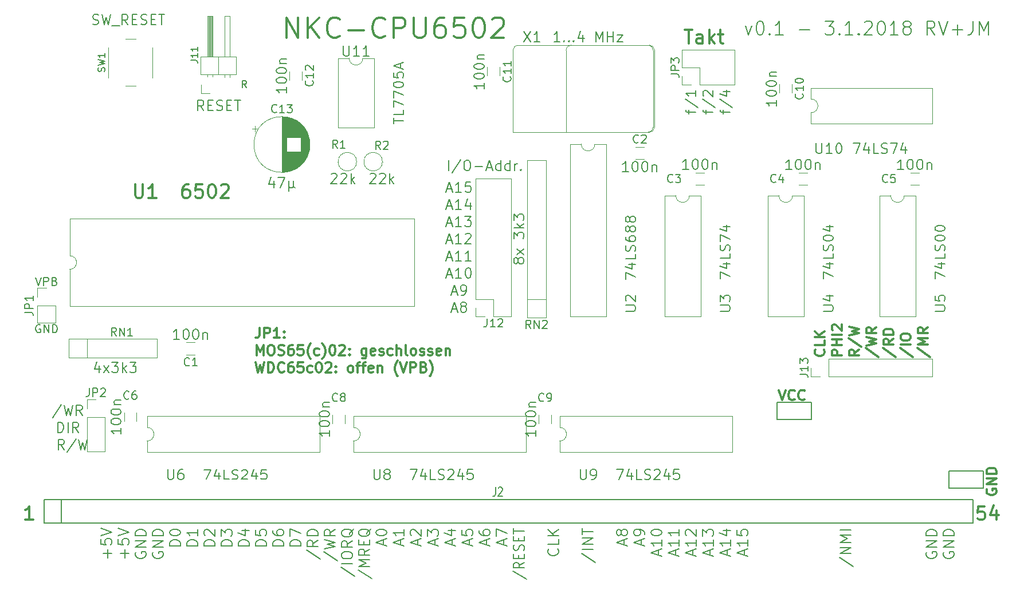
<source format=gto>
G04 #@! TF.GenerationSoftware,KiCad,Pcbnew,(5.0.2)-1*
G04 #@! TF.CreationDate,2019-01-03T12:41:09+01:00*
G04 #@! TF.ProjectId,CPU6502,43505536-3530-4322-9e6b-696361645f70,rev?*
G04 #@! TF.SameCoordinates,Original*
G04 #@! TF.FileFunction,Legend,Top*
G04 #@! TF.FilePolarity,Positive*
%FSLAX46Y46*%
G04 Gerber Fmt 4.6, Leading zero omitted, Abs format (unit mm)*
G04 Created by KiCad (PCBNEW (5.0.2)-1) date 03.01.2019 12:41:09*
%MOMM*%
%LPD*%
G01*
G04 APERTURE LIST*
%ADD10C,0.200000*%
%ADD11C,0.300000*%
%ADD12C,0.150000*%
%ADD13C,0.120000*%
G04 APERTURE END LIST*
D10*
X155727500Y-116499642D02*
X155651309Y-116652023D01*
X155651309Y-116880595D01*
X155727500Y-117109166D01*
X155879880Y-117261547D01*
X156032261Y-117337738D01*
X156337023Y-117413928D01*
X156565595Y-117413928D01*
X156870357Y-117337738D01*
X157022738Y-117261547D01*
X157175119Y-117109166D01*
X157251309Y-116880595D01*
X157251309Y-116728214D01*
X157175119Y-116499642D01*
X157098928Y-116423452D01*
X156565595Y-116423452D01*
X156565595Y-116728214D01*
X157251309Y-115737738D02*
X155651309Y-115737738D01*
X157251309Y-114823452D01*
X155651309Y-114823452D01*
X157251309Y-114061547D02*
X155651309Y-114061547D01*
X155651309Y-113680595D01*
X155727500Y-113452023D01*
X155879880Y-113299642D01*
X156032261Y-113223452D01*
X156337023Y-113147261D01*
X156565595Y-113147261D01*
X156870357Y-113223452D01*
X157022738Y-113299642D01*
X157175119Y-113452023D01*
X157251309Y-113680595D01*
X157251309Y-114061547D01*
X153187500Y-116499642D02*
X153111309Y-116652023D01*
X153111309Y-116880595D01*
X153187500Y-117109166D01*
X153339880Y-117261547D01*
X153492261Y-117337738D01*
X153797023Y-117413928D01*
X154025595Y-117413928D01*
X154330357Y-117337738D01*
X154482738Y-117261547D01*
X154635119Y-117109166D01*
X154711309Y-116880595D01*
X154711309Y-116728214D01*
X154635119Y-116499642D01*
X154558928Y-116423452D01*
X154025595Y-116423452D01*
X154025595Y-116728214D01*
X154711309Y-115737738D02*
X153111309Y-115737738D01*
X154711309Y-114823452D01*
X153111309Y-114823452D01*
X154711309Y-114061547D02*
X153111309Y-114061547D01*
X153111309Y-113680595D01*
X153187500Y-113452023D01*
X153339880Y-113299642D01*
X153492261Y-113223452D01*
X153797023Y-113147261D01*
X154025595Y-113147261D01*
X154330357Y-113223452D01*
X154482738Y-113299642D01*
X154635119Y-113452023D01*
X154711309Y-113680595D01*
X154711309Y-114061547D01*
X140335119Y-117261547D02*
X142392261Y-118632976D01*
X142011309Y-116728214D02*
X140411309Y-116728214D01*
X142011309Y-115813928D01*
X140411309Y-115813928D01*
X142011309Y-115052023D02*
X140411309Y-115052023D01*
X141554166Y-114518690D01*
X140411309Y-113985357D01*
X142011309Y-113985357D01*
X142011309Y-113223452D02*
X140411309Y-113223452D01*
X126314166Y-116956785D02*
X126314166Y-116194880D01*
X126771309Y-117109166D02*
X125171309Y-116575833D01*
X126771309Y-116042500D01*
X126771309Y-114671071D02*
X126771309Y-115585357D01*
X126771309Y-115128214D02*
X125171309Y-115128214D01*
X125399880Y-115280595D01*
X125552261Y-115432976D01*
X125628452Y-115585357D01*
X125171309Y-113223452D02*
X125171309Y-113985357D01*
X125933214Y-114061547D01*
X125857023Y-113985357D01*
X125780833Y-113832976D01*
X125780833Y-113452023D01*
X125857023Y-113299642D01*
X125933214Y-113223452D01*
X126085595Y-113147261D01*
X126466547Y-113147261D01*
X126618928Y-113223452D01*
X126695119Y-113299642D01*
X126771309Y-113452023D01*
X126771309Y-113832976D01*
X126695119Y-113985357D01*
X126618928Y-114061547D01*
X123774166Y-116956785D02*
X123774166Y-116194880D01*
X124231309Y-117109166D02*
X122631309Y-116575833D01*
X124231309Y-116042500D01*
X124231309Y-114671071D02*
X124231309Y-115585357D01*
X124231309Y-115128214D02*
X122631309Y-115128214D01*
X122859880Y-115280595D01*
X123012261Y-115432976D01*
X123088452Y-115585357D01*
X123164642Y-113299642D02*
X124231309Y-113299642D01*
X122555119Y-113680595D02*
X123697976Y-114061547D01*
X123697976Y-113071071D01*
X121234166Y-116956785D02*
X121234166Y-116194880D01*
X121691309Y-117109166D02*
X120091309Y-116575833D01*
X121691309Y-116042500D01*
X121691309Y-114671071D02*
X121691309Y-115585357D01*
X121691309Y-115128214D02*
X120091309Y-115128214D01*
X120319880Y-115280595D01*
X120472261Y-115432976D01*
X120548452Y-115585357D01*
X120091309Y-114137738D02*
X120091309Y-113147261D01*
X120700833Y-113680595D01*
X120700833Y-113452023D01*
X120777023Y-113299642D01*
X120853214Y-113223452D01*
X121005595Y-113147261D01*
X121386547Y-113147261D01*
X121538928Y-113223452D01*
X121615119Y-113299642D01*
X121691309Y-113452023D01*
X121691309Y-113909166D01*
X121615119Y-114061547D01*
X121538928Y-114137738D01*
X118694166Y-116956785D02*
X118694166Y-116194880D01*
X119151309Y-117109166D02*
X117551309Y-116575833D01*
X119151309Y-116042500D01*
X119151309Y-114671071D02*
X119151309Y-115585357D01*
X119151309Y-115128214D02*
X117551309Y-115128214D01*
X117779880Y-115280595D01*
X117932261Y-115432976D01*
X118008452Y-115585357D01*
X117703690Y-114061547D02*
X117627500Y-113985357D01*
X117551309Y-113832976D01*
X117551309Y-113452023D01*
X117627500Y-113299642D01*
X117703690Y-113223452D01*
X117856071Y-113147261D01*
X118008452Y-113147261D01*
X118237023Y-113223452D01*
X119151309Y-114137738D01*
X119151309Y-113147261D01*
X116154166Y-116956785D02*
X116154166Y-116194880D01*
X116611309Y-117109166D02*
X115011309Y-116575833D01*
X116611309Y-116042500D01*
X116611309Y-114671071D02*
X116611309Y-115585357D01*
X116611309Y-115128214D02*
X115011309Y-115128214D01*
X115239880Y-115280595D01*
X115392261Y-115432976D01*
X115468452Y-115585357D01*
X116611309Y-113147261D02*
X116611309Y-114061547D01*
X116611309Y-113604404D02*
X115011309Y-113604404D01*
X115239880Y-113756785D01*
X115392261Y-113909166D01*
X115468452Y-114061547D01*
X113614166Y-116956785D02*
X113614166Y-116194880D01*
X114071309Y-117109166D02*
X112471309Y-116575833D01*
X114071309Y-116042500D01*
X114071309Y-114671071D02*
X114071309Y-115585357D01*
X114071309Y-115128214D02*
X112471309Y-115128214D01*
X112699880Y-115280595D01*
X112852261Y-115432976D01*
X112928452Y-115585357D01*
X112471309Y-113680595D02*
X112471309Y-113528214D01*
X112547500Y-113375833D01*
X112623690Y-113299642D01*
X112776071Y-113223452D01*
X113080833Y-113147261D01*
X113461785Y-113147261D01*
X113766547Y-113223452D01*
X113918928Y-113299642D01*
X113995119Y-113375833D01*
X114071309Y-113528214D01*
X114071309Y-113680595D01*
X113995119Y-113832976D01*
X113918928Y-113909166D01*
X113766547Y-113985357D01*
X113461785Y-114061547D01*
X113080833Y-114061547D01*
X112776071Y-113985357D01*
X112623690Y-113909166D01*
X112547500Y-113832976D01*
X112471309Y-113680595D01*
X111074166Y-115432976D02*
X111074166Y-114671071D01*
X111531309Y-115585357D02*
X109931309Y-115052023D01*
X111531309Y-114518690D01*
X111531309Y-113909166D02*
X111531309Y-113604404D01*
X111455119Y-113452023D01*
X111378928Y-113375833D01*
X111150357Y-113223452D01*
X110845595Y-113147261D01*
X110236071Y-113147261D01*
X110083690Y-113223452D01*
X110007500Y-113299642D01*
X109931309Y-113452023D01*
X109931309Y-113756785D01*
X110007500Y-113909166D01*
X110083690Y-113985357D01*
X110236071Y-114061547D01*
X110617023Y-114061547D01*
X110769404Y-113985357D01*
X110845595Y-113909166D01*
X110921785Y-113756785D01*
X110921785Y-113452023D01*
X110845595Y-113299642D01*
X110769404Y-113223452D01*
X110617023Y-113147261D01*
X108534166Y-115432976D02*
X108534166Y-114671071D01*
X108991309Y-115585357D02*
X107391309Y-115052023D01*
X108991309Y-114518690D01*
X108077023Y-113756785D02*
X108000833Y-113909166D01*
X107924642Y-113985357D01*
X107772261Y-114061547D01*
X107696071Y-114061547D01*
X107543690Y-113985357D01*
X107467500Y-113909166D01*
X107391309Y-113756785D01*
X107391309Y-113452023D01*
X107467500Y-113299642D01*
X107543690Y-113223452D01*
X107696071Y-113147261D01*
X107772261Y-113147261D01*
X107924642Y-113223452D01*
X108000833Y-113299642D01*
X108077023Y-113452023D01*
X108077023Y-113756785D01*
X108153214Y-113909166D01*
X108229404Y-113985357D01*
X108381785Y-114061547D01*
X108686547Y-114061547D01*
X108838928Y-113985357D01*
X108915119Y-113909166D01*
X108991309Y-113756785D01*
X108991309Y-113452023D01*
X108915119Y-113299642D01*
X108838928Y-113223452D01*
X108686547Y-113147261D01*
X108381785Y-113147261D01*
X108229404Y-113223452D01*
X108153214Y-113299642D01*
X108077023Y-113452023D01*
X102235119Y-116652023D02*
X104292261Y-118023452D01*
X103911309Y-116118690D02*
X102311309Y-116118690D01*
X103911309Y-115356785D02*
X102311309Y-115356785D01*
X103911309Y-114442500D01*
X102311309Y-114442500D01*
X102311309Y-113909166D02*
X102311309Y-112994880D01*
X103911309Y-113452023D02*
X102311309Y-113452023D01*
X98678928Y-116042500D02*
X98755119Y-116118690D01*
X98831309Y-116347261D01*
X98831309Y-116499642D01*
X98755119Y-116728214D01*
X98602738Y-116880595D01*
X98450357Y-116956785D01*
X98145595Y-117032976D01*
X97917023Y-117032976D01*
X97612261Y-116956785D01*
X97459880Y-116880595D01*
X97307500Y-116728214D01*
X97231309Y-116499642D01*
X97231309Y-116347261D01*
X97307500Y-116118690D01*
X97383690Y-116042500D01*
X98831309Y-114594880D02*
X98831309Y-115356785D01*
X97231309Y-115356785D01*
X98831309Y-114061547D02*
X97231309Y-114061547D01*
X98831309Y-113147261D02*
X97917023Y-113832976D01*
X97231309Y-113147261D02*
X98145595Y-114061547D01*
X92075119Y-119309166D02*
X94132261Y-120509166D01*
X93751309Y-118042500D02*
X92989404Y-118509166D01*
X93751309Y-118842500D02*
X92151309Y-118842500D01*
X92151309Y-118309166D01*
X92227500Y-118175833D01*
X92303690Y-118109166D01*
X92456071Y-118042500D01*
X92684642Y-118042500D01*
X92837023Y-118109166D01*
X92913214Y-118175833D01*
X92989404Y-118309166D01*
X92989404Y-118842500D01*
X92913214Y-117442500D02*
X92913214Y-116975833D01*
X93751309Y-116775833D02*
X93751309Y-117442500D01*
X92151309Y-117442500D01*
X92151309Y-116775833D01*
X93675119Y-116242500D02*
X93751309Y-116042500D01*
X93751309Y-115709166D01*
X93675119Y-115575833D01*
X93598928Y-115509166D01*
X93446547Y-115442500D01*
X93294166Y-115442500D01*
X93141785Y-115509166D01*
X93065595Y-115575833D01*
X92989404Y-115709166D01*
X92913214Y-115975833D01*
X92837023Y-116109166D01*
X92760833Y-116175833D01*
X92608452Y-116242500D01*
X92456071Y-116242500D01*
X92303690Y-116175833D01*
X92227500Y-116109166D01*
X92151309Y-115975833D01*
X92151309Y-115642500D01*
X92227500Y-115442500D01*
X92913214Y-114842500D02*
X92913214Y-114375833D01*
X93751309Y-114175833D02*
X93751309Y-114842500D01*
X92151309Y-114842500D01*
X92151309Y-114175833D01*
X92151309Y-113775833D02*
X92151309Y-112975833D01*
X93751309Y-113375833D02*
X92151309Y-113375833D01*
X90754166Y-115432976D02*
X90754166Y-114671071D01*
X91211309Y-115585357D02*
X89611309Y-115052023D01*
X91211309Y-114518690D01*
X89611309Y-114137738D02*
X89611309Y-113071071D01*
X91211309Y-113756785D01*
X88214166Y-115432976D02*
X88214166Y-114671071D01*
X88671309Y-115585357D02*
X87071309Y-115052023D01*
X88671309Y-114518690D01*
X87071309Y-113299642D02*
X87071309Y-113604404D01*
X87147500Y-113756785D01*
X87223690Y-113832976D01*
X87452261Y-113985357D01*
X87757023Y-114061547D01*
X88366547Y-114061547D01*
X88518928Y-113985357D01*
X88595119Y-113909166D01*
X88671309Y-113756785D01*
X88671309Y-113452023D01*
X88595119Y-113299642D01*
X88518928Y-113223452D01*
X88366547Y-113147261D01*
X87985595Y-113147261D01*
X87833214Y-113223452D01*
X87757023Y-113299642D01*
X87680833Y-113452023D01*
X87680833Y-113756785D01*
X87757023Y-113909166D01*
X87833214Y-113985357D01*
X87985595Y-114061547D01*
X85674166Y-115432976D02*
X85674166Y-114671071D01*
X86131309Y-115585357D02*
X84531309Y-115052023D01*
X86131309Y-114518690D01*
X84531309Y-113223452D02*
X84531309Y-113985357D01*
X85293214Y-114061547D01*
X85217023Y-113985357D01*
X85140833Y-113832976D01*
X85140833Y-113452023D01*
X85217023Y-113299642D01*
X85293214Y-113223452D01*
X85445595Y-113147261D01*
X85826547Y-113147261D01*
X85978928Y-113223452D01*
X86055119Y-113299642D01*
X86131309Y-113452023D01*
X86131309Y-113832976D01*
X86055119Y-113985357D01*
X85978928Y-114061547D01*
X83134166Y-115432976D02*
X83134166Y-114671071D01*
X83591309Y-115585357D02*
X81991309Y-115052023D01*
X83591309Y-114518690D01*
X82524642Y-113299642D02*
X83591309Y-113299642D01*
X81915119Y-113680595D02*
X83057976Y-114061547D01*
X83057976Y-113071071D01*
X80594166Y-115432976D02*
X80594166Y-114671071D01*
X81051309Y-115585357D02*
X79451309Y-115052023D01*
X81051309Y-114518690D01*
X79451309Y-114137738D02*
X79451309Y-113147261D01*
X80060833Y-113680595D01*
X80060833Y-113452023D01*
X80137023Y-113299642D01*
X80213214Y-113223452D01*
X80365595Y-113147261D01*
X80746547Y-113147261D01*
X80898928Y-113223452D01*
X80975119Y-113299642D01*
X81051309Y-113452023D01*
X81051309Y-113909166D01*
X80975119Y-114061547D01*
X80898928Y-114137738D01*
X78054166Y-115432976D02*
X78054166Y-114671071D01*
X78511309Y-115585357D02*
X76911309Y-115052023D01*
X78511309Y-114518690D01*
X77063690Y-114061547D02*
X76987500Y-113985357D01*
X76911309Y-113832976D01*
X76911309Y-113452023D01*
X76987500Y-113299642D01*
X77063690Y-113223452D01*
X77216071Y-113147261D01*
X77368452Y-113147261D01*
X77597023Y-113223452D01*
X78511309Y-114137738D01*
X78511309Y-113147261D01*
X75514166Y-115432976D02*
X75514166Y-114671071D01*
X75971309Y-115585357D02*
X74371309Y-115052023D01*
X75971309Y-114518690D01*
X75971309Y-113147261D02*
X75971309Y-114061547D01*
X75971309Y-113604404D02*
X74371309Y-113604404D01*
X74599880Y-113756785D01*
X74752261Y-113909166D01*
X74828452Y-114061547D01*
X72974166Y-115432976D02*
X72974166Y-114671071D01*
X73431309Y-115585357D02*
X71831309Y-115052023D01*
X73431309Y-114518690D01*
X71831309Y-113680595D02*
X71831309Y-113528214D01*
X71907500Y-113375833D01*
X71983690Y-113299642D01*
X72136071Y-113223452D01*
X72440833Y-113147261D01*
X72821785Y-113147261D01*
X73126547Y-113223452D01*
X73278928Y-113299642D01*
X73355119Y-113375833D01*
X73431309Y-113528214D01*
X73431309Y-113680595D01*
X73355119Y-113832976D01*
X73278928Y-113909166D01*
X73126547Y-113985357D01*
X72821785Y-114061547D01*
X72440833Y-114061547D01*
X72136071Y-113985357D01*
X71983690Y-113909166D01*
X71907500Y-113832976D01*
X71831309Y-113680595D01*
X69215119Y-119128214D02*
X71272261Y-120413928D01*
X70891309Y-118628214D02*
X69291309Y-118628214D01*
X70434166Y-118128214D01*
X69291309Y-117628214D01*
X70891309Y-117628214D01*
X70891309Y-116056785D02*
X70129404Y-116556785D01*
X70891309Y-116913928D02*
X69291309Y-116913928D01*
X69291309Y-116342500D01*
X69367500Y-116199642D01*
X69443690Y-116128214D01*
X69596071Y-116056785D01*
X69824642Y-116056785D01*
X69977023Y-116128214D01*
X70053214Y-116199642D01*
X70129404Y-116342500D01*
X70129404Y-116913928D01*
X70053214Y-115413928D02*
X70053214Y-114913928D01*
X70891309Y-114699642D02*
X70891309Y-115413928D01*
X69291309Y-115413928D01*
X69291309Y-114699642D01*
X71043690Y-113056785D02*
X70967500Y-113199642D01*
X70815119Y-113342500D01*
X70586547Y-113556785D01*
X70510357Y-113699642D01*
X70510357Y-113842500D01*
X70891309Y-113771071D02*
X70815119Y-113913928D01*
X70662738Y-114056785D01*
X70357976Y-114128214D01*
X69824642Y-114128214D01*
X69519880Y-114056785D01*
X69367500Y-113913928D01*
X69291309Y-113771071D01*
X69291309Y-113485357D01*
X69367500Y-113342500D01*
X69519880Y-113199642D01*
X69824642Y-113128214D01*
X70357976Y-113128214D01*
X70662738Y-113199642D01*
X70815119Y-113342500D01*
X70891309Y-113485357D01*
X70891309Y-113771071D01*
X66675119Y-118709166D02*
X68732261Y-120080595D01*
X68351309Y-118175833D02*
X66751309Y-118175833D01*
X66751309Y-117109166D02*
X66751309Y-116804404D01*
X66827500Y-116652023D01*
X66979880Y-116499642D01*
X67284642Y-116423452D01*
X67817976Y-116423452D01*
X68122738Y-116499642D01*
X68275119Y-116652023D01*
X68351309Y-116804404D01*
X68351309Y-117109166D01*
X68275119Y-117261547D01*
X68122738Y-117413928D01*
X67817976Y-117490119D01*
X67284642Y-117490119D01*
X66979880Y-117413928D01*
X66827500Y-117261547D01*
X66751309Y-117109166D01*
X68351309Y-114823452D02*
X67589404Y-115356785D01*
X68351309Y-115737738D02*
X66751309Y-115737738D01*
X66751309Y-115128214D01*
X66827500Y-114975833D01*
X66903690Y-114899642D01*
X67056071Y-114823452D01*
X67284642Y-114823452D01*
X67437023Y-114899642D01*
X67513214Y-114975833D01*
X67589404Y-115128214D01*
X67589404Y-115737738D01*
X68503690Y-113071071D02*
X68427500Y-113223452D01*
X68275119Y-113375833D01*
X68046547Y-113604404D01*
X67970357Y-113756785D01*
X67970357Y-113909166D01*
X68351309Y-113832976D02*
X68275119Y-113985357D01*
X68122738Y-114137738D01*
X67817976Y-114213928D01*
X67284642Y-114213928D01*
X66979880Y-114137738D01*
X66827500Y-113985357D01*
X66751309Y-113832976D01*
X66751309Y-113528214D01*
X66827500Y-113375833D01*
X66979880Y-113223452D01*
X67284642Y-113147261D01*
X67817976Y-113147261D01*
X68122738Y-113223452D01*
X68275119Y-113375833D01*
X68351309Y-113528214D01*
X68351309Y-113832976D01*
X64135119Y-116423452D02*
X66192261Y-117794880D01*
X64211309Y-116042500D02*
X65811309Y-115661547D01*
X64668452Y-115356785D01*
X65811309Y-115052023D01*
X64211309Y-114671071D01*
X65811309Y-113147261D02*
X65049404Y-113680595D01*
X65811309Y-114061547D02*
X64211309Y-114061547D01*
X64211309Y-113452023D01*
X64287500Y-113299642D01*
X64363690Y-113223452D01*
X64516071Y-113147261D01*
X64744642Y-113147261D01*
X64897023Y-113223452D01*
X64973214Y-113299642D01*
X65049404Y-113452023D01*
X65049404Y-114061547D01*
X61595119Y-116194880D02*
X63652261Y-117566309D01*
X63271309Y-114747261D02*
X62509404Y-115280595D01*
X63271309Y-115661547D02*
X61671309Y-115661547D01*
X61671309Y-115052023D01*
X61747500Y-114899642D01*
X61823690Y-114823452D01*
X61976071Y-114747261D01*
X62204642Y-114747261D01*
X62357023Y-114823452D01*
X62433214Y-114899642D01*
X62509404Y-115052023D01*
X62509404Y-115661547D01*
X63271309Y-114061547D02*
X61671309Y-114061547D01*
X61671309Y-113680595D01*
X61747500Y-113452023D01*
X61899880Y-113299642D01*
X62052261Y-113223452D01*
X62357023Y-113147261D01*
X62585595Y-113147261D01*
X62890357Y-113223452D01*
X63042738Y-113299642D01*
X63195119Y-113452023D01*
X63271309Y-113680595D01*
X63271309Y-114061547D01*
X60731309Y-115585357D02*
X59131309Y-115585357D01*
X59131309Y-115204404D01*
X59207500Y-114975833D01*
X59359880Y-114823452D01*
X59512261Y-114747261D01*
X59817023Y-114671071D01*
X60045595Y-114671071D01*
X60350357Y-114747261D01*
X60502738Y-114823452D01*
X60655119Y-114975833D01*
X60731309Y-115204404D01*
X60731309Y-115585357D01*
X59131309Y-114137738D02*
X59131309Y-113071071D01*
X60731309Y-113756785D01*
X58191309Y-115585357D02*
X56591309Y-115585357D01*
X56591309Y-115204404D01*
X56667500Y-114975833D01*
X56819880Y-114823452D01*
X56972261Y-114747261D01*
X57277023Y-114671071D01*
X57505595Y-114671071D01*
X57810357Y-114747261D01*
X57962738Y-114823452D01*
X58115119Y-114975833D01*
X58191309Y-115204404D01*
X58191309Y-115585357D01*
X56591309Y-113299642D02*
X56591309Y-113604404D01*
X56667500Y-113756785D01*
X56743690Y-113832976D01*
X56972261Y-113985357D01*
X57277023Y-114061547D01*
X57886547Y-114061547D01*
X58038928Y-113985357D01*
X58115119Y-113909166D01*
X58191309Y-113756785D01*
X58191309Y-113452023D01*
X58115119Y-113299642D01*
X58038928Y-113223452D01*
X57886547Y-113147261D01*
X57505595Y-113147261D01*
X57353214Y-113223452D01*
X57277023Y-113299642D01*
X57200833Y-113452023D01*
X57200833Y-113756785D01*
X57277023Y-113909166D01*
X57353214Y-113985357D01*
X57505595Y-114061547D01*
X55651309Y-115585357D02*
X54051309Y-115585357D01*
X54051309Y-115204404D01*
X54127500Y-114975833D01*
X54279880Y-114823452D01*
X54432261Y-114747261D01*
X54737023Y-114671071D01*
X54965595Y-114671071D01*
X55270357Y-114747261D01*
X55422738Y-114823452D01*
X55575119Y-114975833D01*
X55651309Y-115204404D01*
X55651309Y-115585357D01*
X54051309Y-113223452D02*
X54051309Y-113985357D01*
X54813214Y-114061547D01*
X54737023Y-113985357D01*
X54660833Y-113832976D01*
X54660833Y-113452023D01*
X54737023Y-113299642D01*
X54813214Y-113223452D01*
X54965595Y-113147261D01*
X55346547Y-113147261D01*
X55498928Y-113223452D01*
X55575119Y-113299642D01*
X55651309Y-113452023D01*
X55651309Y-113832976D01*
X55575119Y-113985357D01*
X55498928Y-114061547D01*
X53111309Y-115585357D02*
X51511309Y-115585357D01*
X51511309Y-115204404D01*
X51587500Y-114975833D01*
X51739880Y-114823452D01*
X51892261Y-114747261D01*
X52197023Y-114671071D01*
X52425595Y-114671071D01*
X52730357Y-114747261D01*
X52882738Y-114823452D01*
X53035119Y-114975833D01*
X53111309Y-115204404D01*
X53111309Y-115585357D01*
X52044642Y-113299642D02*
X53111309Y-113299642D01*
X51435119Y-113680595D02*
X52577976Y-114061547D01*
X52577976Y-113071071D01*
X50571309Y-115585357D02*
X48971309Y-115585357D01*
X48971309Y-115204404D01*
X49047500Y-114975833D01*
X49199880Y-114823452D01*
X49352261Y-114747261D01*
X49657023Y-114671071D01*
X49885595Y-114671071D01*
X50190357Y-114747261D01*
X50342738Y-114823452D01*
X50495119Y-114975833D01*
X50571309Y-115204404D01*
X50571309Y-115585357D01*
X48971309Y-114137738D02*
X48971309Y-113147261D01*
X49580833Y-113680595D01*
X49580833Y-113452023D01*
X49657023Y-113299642D01*
X49733214Y-113223452D01*
X49885595Y-113147261D01*
X50266547Y-113147261D01*
X50418928Y-113223452D01*
X50495119Y-113299642D01*
X50571309Y-113452023D01*
X50571309Y-113909166D01*
X50495119Y-114061547D01*
X50418928Y-114137738D01*
X48031309Y-115585357D02*
X46431309Y-115585357D01*
X46431309Y-115204404D01*
X46507500Y-114975833D01*
X46659880Y-114823452D01*
X46812261Y-114747261D01*
X47117023Y-114671071D01*
X47345595Y-114671071D01*
X47650357Y-114747261D01*
X47802738Y-114823452D01*
X47955119Y-114975833D01*
X48031309Y-115204404D01*
X48031309Y-115585357D01*
X46583690Y-114061547D02*
X46507500Y-113985357D01*
X46431309Y-113832976D01*
X46431309Y-113452023D01*
X46507500Y-113299642D01*
X46583690Y-113223452D01*
X46736071Y-113147261D01*
X46888452Y-113147261D01*
X47117023Y-113223452D01*
X48031309Y-114137738D01*
X48031309Y-113147261D01*
X45491309Y-115585357D02*
X43891309Y-115585357D01*
X43891309Y-115204404D01*
X43967500Y-114975833D01*
X44119880Y-114823452D01*
X44272261Y-114747261D01*
X44577023Y-114671071D01*
X44805595Y-114671071D01*
X45110357Y-114747261D01*
X45262738Y-114823452D01*
X45415119Y-114975833D01*
X45491309Y-115204404D01*
X45491309Y-115585357D01*
X45491309Y-113147261D02*
X45491309Y-114061547D01*
X45491309Y-113604404D02*
X43891309Y-113604404D01*
X44119880Y-113756785D01*
X44272261Y-113909166D01*
X44348452Y-114061547D01*
X42951309Y-115585357D02*
X41351309Y-115585357D01*
X41351309Y-115204404D01*
X41427500Y-114975833D01*
X41579880Y-114823452D01*
X41732261Y-114747261D01*
X42037023Y-114671071D01*
X42265595Y-114671071D01*
X42570357Y-114747261D01*
X42722738Y-114823452D01*
X42875119Y-114975833D01*
X42951309Y-115204404D01*
X42951309Y-115585357D01*
X41351309Y-113680595D02*
X41351309Y-113528214D01*
X41427500Y-113375833D01*
X41503690Y-113299642D01*
X41656071Y-113223452D01*
X41960833Y-113147261D01*
X42341785Y-113147261D01*
X42646547Y-113223452D01*
X42798928Y-113299642D01*
X42875119Y-113375833D01*
X42951309Y-113528214D01*
X42951309Y-113680595D01*
X42875119Y-113832976D01*
X42798928Y-113909166D01*
X42646547Y-113985357D01*
X42341785Y-114061547D01*
X41960833Y-114061547D01*
X41656071Y-113985357D01*
X41503690Y-113909166D01*
X41427500Y-113832976D01*
X41351309Y-113680595D01*
X38887500Y-116499642D02*
X38811309Y-116652023D01*
X38811309Y-116880595D01*
X38887500Y-117109166D01*
X39039880Y-117261547D01*
X39192261Y-117337738D01*
X39497023Y-117413928D01*
X39725595Y-117413928D01*
X40030357Y-117337738D01*
X40182738Y-117261547D01*
X40335119Y-117109166D01*
X40411309Y-116880595D01*
X40411309Y-116728214D01*
X40335119Y-116499642D01*
X40258928Y-116423452D01*
X39725595Y-116423452D01*
X39725595Y-116728214D01*
X40411309Y-115737738D02*
X38811309Y-115737738D01*
X40411309Y-114823452D01*
X38811309Y-114823452D01*
X40411309Y-114061547D02*
X38811309Y-114061547D01*
X38811309Y-113680595D01*
X38887500Y-113452023D01*
X39039880Y-113299642D01*
X39192261Y-113223452D01*
X39497023Y-113147261D01*
X39725595Y-113147261D01*
X40030357Y-113223452D01*
X40182738Y-113299642D01*
X40335119Y-113452023D01*
X40411309Y-113680595D01*
X40411309Y-114061547D01*
X36347500Y-116499642D02*
X36271309Y-116652023D01*
X36271309Y-116880595D01*
X36347500Y-117109166D01*
X36499880Y-117261547D01*
X36652261Y-117337738D01*
X36957023Y-117413928D01*
X37185595Y-117413928D01*
X37490357Y-117337738D01*
X37642738Y-117261547D01*
X37795119Y-117109166D01*
X37871309Y-116880595D01*
X37871309Y-116728214D01*
X37795119Y-116499642D01*
X37718928Y-116423452D01*
X37185595Y-116423452D01*
X37185595Y-116728214D01*
X37871309Y-115737738D02*
X36271309Y-115737738D01*
X37871309Y-114823452D01*
X36271309Y-114823452D01*
X37871309Y-114061547D02*
X36271309Y-114061547D01*
X36271309Y-113680595D01*
X36347500Y-113452023D01*
X36499880Y-113299642D01*
X36652261Y-113223452D01*
X36957023Y-113147261D01*
X37185595Y-113147261D01*
X37490357Y-113223452D01*
X37642738Y-113299642D01*
X37795119Y-113452023D01*
X37871309Y-113680595D01*
X37871309Y-114061547D01*
X34721785Y-117337738D02*
X34721785Y-116118690D01*
X35331309Y-116728214D02*
X34112261Y-116728214D01*
X33731309Y-114594880D02*
X33731309Y-115356785D01*
X34493214Y-115432976D01*
X34417023Y-115356785D01*
X34340833Y-115204404D01*
X34340833Y-114823452D01*
X34417023Y-114671071D01*
X34493214Y-114594880D01*
X34645595Y-114518690D01*
X35026547Y-114518690D01*
X35178928Y-114594880D01*
X35255119Y-114671071D01*
X35331309Y-114823452D01*
X35331309Y-115204404D01*
X35255119Y-115356785D01*
X35178928Y-115432976D01*
X33731309Y-114061547D02*
X35331309Y-113528214D01*
X33731309Y-112994880D01*
X32181785Y-117337738D02*
X32181785Y-116118690D01*
X32791309Y-116728214D02*
X31572261Y-116728214D01*
X31191309Y-114594880D02*
X31191309Y-115356785D01*
X31953214Y-115432976D01*
X31877023Y-115356785D01*
X31800833Y-115204404D01*
X31800833Y-114823452D01*
X31877023Y-114671071D01*
X31953214Y-114594880D01*
X32105595Y-114518690D01*
X32486547Y-114518690D01*
X32638928Y-114594880D01*
X32715119Y-114671071D01*
X32791309Y-114823452D01*
X32791309Y-115204404D01*
X32715119Y-115356785D01*
X32638928Y-115432976D01*
X31191309Y-114061547D02*
X32791309Y-113528214D01*
X31191309Y-112994880D01*
D11*
X161766309Y-109712261D02*
X160813928Y-109712261D01*
X160718690Y-110664642D01*
X160813928Y-110569404D01*
X161004404Y-110474166D01*
X161480595Y-110474166D01*
X161671071Y-110569404D01*
X161766309Y-110664642D01*
X161861547Y-110855119D01*
X161861547Y-111331309D01*
X161766309Y-111521785D01*
X161671071Y-111617023D01*
X161480595Y-111712261D01*
X161004404Y-111712261D01*
X160813928Y-111617023D01*
X160718690Y-111521785D01*
X163575833Y-110378928D02*
X163575833Y-111712261D01*
X163099642Y-109617023D02*
X162623452Y-111045595D01*
X163861547Y-111045595D01*
X21208928Y-111712261D02*
X20066071Y-111712261D01*
X20637500Y-111712261D02*
X20637500Y-109712261D01*
X20447023Y-109997976D01*
X20256547Y-110188452D01*
X20066071Y-110283690D01*
D12*
X52697023Y-47759880D02*
X52363690Y-47283690D01*
X52125595Y-47759880D02*
X52125595Y-46759880D01*
X52506547Y-46759880D01*
X52601785Y-46807500D01*
X52649404Y-46855119D01*
X52697023Y-46950357D01*
X52697023Y-47093214D01*
X52649404Y-47188452D01*
X52601785Y-47236071D01*
X52506547Y-47283690D01*
X52125595Y-47283690D01*
D10*
X126414880Y-38623928D02*
X126891071Y-39957261D01*
X127367261Y-38623928D01*
X128510119Y-37957261D02*
X128700595Y-37957261D01*
X128891071Y-38052500D01*
X128986309Y-38147738D01*
X129081547Y-38338214D01*
X129176785Y-38719166D01*
X129176785Y-39195357D01*
X129081547Y-39576309D01*
X128986309Y-39766785D01*
X128891071Y-39862023D01*
X128700595Y-39957261D01*
X128510119Y-39957261D01*
X128319642Y-39862023D01*
X128224404Y-39766785D01*
X128129166Y-39576309D01*
X128033928Y-39195357D01*
X128033928Y-38719166D01*
X128129166Y-38338214D01*
X128224404Y-38147738D01*
X128319642Y-38052500D01*
X128510119Y-37957261D01*
X130033928Y-39766785D02*
X130129166Y-39862023D01*
X130033928Y-39957261D01*
X129938690Y-39862023D01*
X130033928Y-39766785D01*
X130033928Y-39957261D01*
X132033928Y-39957261D02*
X130891071Y-39957261D01*
X131462500Y-39957261D02*
X131462500Y-37957261D01*
X131272023Y-38242976D01*
X131081547Y-38433452D01*
X130891071Y-38528690D01*
X134414880Y-39195357D02*
X135938690Y-39195357D01*
X138224404Y-37957261D02*
X139462500Y-37957261D01*
X138795833Y-38719166D01*
X139081547Y-38719166D01*
X139272023Y-38814404D01*
X139367261Y-38909642D01*
X139462500Y-39100119D01*
X139462500Y-39576309D01*
X139367261Y-39766785D01*
X139272023Y-39862023D01*
X139081547Y-39957261D01*
X138510119Y-39957261D01*
X138319642Y-39862023D01*
X138224404Y-39766785D01*
X140319642Y-39766785D02*
X140414880Y-39862023D01*
X140319642Y-39957261D01*
X140224404Y-39862023D01*
X140319642Y-39766785D01*
X140319642Y-39957261D01*
X142319642Y-39957261D02*
X141176785Y-39957261D01*
X141748214Y-39957261D02*
X141748214Y-37957261D01*
X141557738Y-38242976D01*
X141367261Y-38433452D01*
X141176785Y-38528690D01*
X143176785Y-39766785D02*
X143272023Y-39862023D01*
X143176785Y-39957261D01*
X143081547Y-39862023D01*
X143176785Y-39766785D01*
X143176785Y-39957261D01*
X144033928Y-38147738D02*
X144129166Y-38052500D01*
X144319642Y-37957261D01*
X144795833Y-37957261D01*
X144986309Y-38052500D01*
X145081547Y-38147738D01*
X145176785Y-38338214D01*
X145176785Y-38528690D01*
X145081547Y-38814404D01*
X143938690Y-39957261D01*
X145176785Y-39957261D01*
X146414880Y-37957261D02*
X146605357Y-37957261D01*
X146795833Y-38052500D01*
X146891071Y-38147738D01*
X146986309Y-38338214D01*
X147081547Y-38719166D01*
X147081547Y-39195357D01*
X146986309Y-39576309D01*
X146891071Y-39766785D01*
X146795833Y-39862023D01*
X146605357Y-39957261D01*
X146414880Y-39957261D01*
X146224404Y-39862023D01*
X146129166Y-39766785D01*
X146033928Y-39576309D01*
X145938690Y-39195357D01*
X145938690Y-38719166D01*
X146033928Y-38338214D01*
X146129166Y-38147738D01*
X146224404Y-38052500D01*
X146414880Y-37957261D01*
X148986309Y-39957261D02*
X147843452Y-39957261D01*
X148414880Y-39957261D02*
X148414880Y-37957261D01*
X148224404Y-38242976D01*
X148033928Y-38433452D01*
X147843452Y-38528690D01*
X150129166Y-38814404D02*
X149938690Y-38719166D01*
X149843452Y-38623928D01*
X149748214Y-38433452D01*
X149748214Y-38338214D01*
X149843452Y-38147738D01*
X149938690Y-38052500D01*
X150129166Y-37957261D01*
X150510119Y-37957261D01*
X150700595Y-38052500D01*
X150795833Y-38147738D01*
X150891071Y-38338214D01*
X150891071Y-38433452D01*
X150795833Y-38623928D01*
X150700595Y-38719166D01*
X150510119Y-38814404D01*
X150129166Y-38814404D01*
X149938690Y-38909642D01*
X149843452Y-39004880D01*
X149748214Y-39195357D01*
X149748214Y-39576309D01*
X149843452Y-39766785D01*
X149938690Y-39862023D01*
X150129166Y-39957261D01*
X150510119Y-39957261D01*
X150700595Y-39862023D01*
X150795833Y-39766785D01*
X150891071Y-39576309D01*
X150891071Y-39195357D01*
X150795833Y-39004880D01*
X150700595Y-38909642D01*
X150510119Y-38814404D01*
X154414880Y-39957261D02*
X153748214Y-39004880D01*
X153272023Y-39957261D02*
X153272023Y-37957261D01*
X154033928Y-37957261D01*
X154224404Y-38052500D01*
X154319642Y-38147738D01*
X154414880Y-38338214D01*
X154414880Y-38623928D01*
X154319642Y-38814404D01*
X154224404Y-38909642D01*
X154033928Y-39004880D01*
X153272023Y-39004880D01*
X154986309Y-37957261D02*
X155652976Y-39957261D01*
X156319642Y-37957261D01*
X156986309Y-39195357D02*
X158510119Y-39195357D01*
X157748214Y-39957261D02*
X157748214Y-38433452D01*
X160033928Y-37957261D02*
X160033928Y-39385833D01*
X159938690Y-39671547D01*
X159748214Y-39862023D01*
X159462500Y-39957261D01*
X159272023Y-39957261D01*
X160986309Y-39957261D02*
X160986309Y-37957261D01*
X161652976Y-39385833D01*
X162319642Y-37957261D01*
X162319642Y-39957261D01*
D11*
X58612500Y-40409642D02*
X58612500Y-37409642D01*
X60326785Y-40409642D01*
X60326785Y-37409642D01*
X61755357Y-40409642D02*
X61755357Y-37409642D01*
X63469642Y-40409642D02*
X62183928Y-38695357D01*
X63469642Y-37409642D02*
X61755357Y-39123928D01*
X66469642Y-40123928D02*
X66326785Y-40266785D01*
X65898214Y-40409642D01*
X65612500Y-40409642D01*
X65183928Y-40266785D01*
X64898214Y-39981071D01*
X64755357Y-39695357D01*
X64612500Y-39123928D01*
X64612500Y-38695357D01*
X64755357Y-38123928D01*
X64898214Y-37838214D01*
X65183928Y-37552500D01*
X65612500Y-37409642D01*
X65898214Y-37409642D01*
X66326785Y-37552500D01*
X66469642Y-37695357D01*
X67755357Y-39266785D02*
X70041071Y-39266785D01*
X73183928Y-40123928D02*
X73041071Y-40266785D01*
X72612500Y-40409642D01*
X72326785Y-40409642D01*
X71898214Y-40266785D01*
X71612500Y-39981071D01*
X71469642Y-39695357D01*
X71326785Y-39123928D01*
X71326785Y-38695357D01*
X71469642Y-38123928D01*
X71612500Y-37838214D01*
X71898214Y-37552500D01*
X72326785Y-37409642D01*
X72612500Y-37409642D01*
X73041071Y-37552500D01*
X73183928Y-37695357D01*
X74469642Y-40409642D02*
X74469642Y-37409642D01*
X75612500Y-37409642D01*
X75898214Y-37552500D01*
X76041071Y-37695357D01*
X76183928Y-37981071D01*
X76183928Y-38409642D01*
X76041071Y-38695357D01*
X75898214Y-38838214D01*
X75612500Y-38981071D01*
X74469642Y-38981071D01*
X77469642Y-37409642D02*
X77469642Y-39838214D01*
X77612500Y-40123928D01*
X77755357Y-40266785D01*
X78041071Y-40409642D01*
X78612500Y-40409642D01*
X78898214Y-40266785D01*
X79041071Y-40123928D01*
X79183928Y-39838214D01*
X79183928Y-37409642D01*
X81898214Y-37409642D02*
X81326785Y-37409642D01*
X81041071Y-37552500D01*
X80898214Y-37695357D01*
X80612500Y-38123928D01*
X80469642Y-38695357D01*
X80469642Y-39838214D01*
X80612500Y-40123928D01*
X80755357Y-40266785D01*
X81041071Y-40409642D01*
X81612500Y-40409642D01*
X81898214Y-40266785D01*
X82041071Y-40123928D01*
X82183928Y-39838214D01*
X82183928Y-39123928D01*
X82041071Y-38838214D01*
X81898214Y-38695357D01*
X81612500Y-38552500D01*
X81041071Y-38552500D01*
X80755357Y-38695357D01*
X80612500Y-38838214D01*
X80469642Y-39123928D01*
X84898214Y-37409642D02*
X83469642Y-37409642D01*
X83326785Y-38838214D01*
X83469642Y-38695357D01*
X83755357Y-38552500D01*
X84469642Y-38552500D01*
X84755357Y-38695357D01*
X84898214Y-38838214D01*
X85041071Y-39123928D01*
X85041071Y-39838214D01*
X84898214Y-40123928D01*
X84755357Y-40266785D01*
X84469642Y-40409642D01*
X83755357Y-40409642D01*
X83469642Y-40266785D01*
X83326785Y-40123928D01*
X86898214Y-37409642D02*
X87183928Y-37409642D01*
X87469642Y-37552500D01*
X87612500Y-37695357D01*
X87755357Y-37981071D01*
X87898214Y-38552500D01*
X87898214Y-39266785D01*
X87755357Y-39838214D01*
X87612500Y-40123928D01*
X87469642Y-40266785D01*
X87183928Y-40409642D01*
X86898214Y-40409642D01*
X86612500Y-40266785D01*
X86469642Y-40123928D01*
X86326785Y-39838214D01*
X86183928Y-39266785D01*
X86183928Y-38552500D01*
X86326785Y-37981071D01*
X86469642Y-37695357D01*
X86612500Y-37552500D01*
X86898214Y-37409642D01*
X89041071Y-37695357D02*
X89183928Y-37552500D01*
X89469642Y-37409642D01*
X90183928Y-37409642D01*
X90469642Y-37552500D01*
X90612500Y-37695357D01*
X90755357Y-37981071D01*
X90755357Y-38266785D01*
X90612500Y-38695357D01*
X88898214Y-40409642D01*
X90755357Y-40409642D01*
D10*
X24852500Y-98786071D02*
X24852500Y-97286071D01*
X25209642Y-97286071D01*
X25423928Y-97357500D01*
X25566785Y-97500357D01*
X25638214Y-97643214D01*
X25709642Y-97928928D01*
X25709642Y-98143214D01*
X25638214Y-98428928D01*
X25566785Y-98571785D01*
X25423928Y-98714642D01*
X25209642Y-98786071D01*
X24852500Y-98786071D01*
X26352500Y-98786071D02*
X26352500Y-97286071D01*
X27923928Y-98786071D02*
X27423928Y-98071785D01*
X27066785Y-98786071D02*
X27066785Y-97286071D01*
X27638214Y-97286071D01*
X27781071Y-97357500D01*
X27852500Y-97428928D01*
X27923928Y-97571785D01*
X27923928Y-97786071D01*
X27852500Y-97928928D01*
X27781071Y-98000357D01*
X27638214Y-98071785D01*
X27066785Y-98071785D01*
X83066071Y-80577500D02*
X83780357Y-80577500D01*
X82923214Y-81006071D02*
X83423214Y-79506071D01*
X83923214Y-81006071D01*
X84637500Y-80148928D02*
X84494642Y-80077500D01*
X84423214Y-80006071D01*
X84351785Y-79863214D01*
X84351785Y-79791785D01*
X84423214Y-79648928D01*
X84494642Y-79577500D01*
X84637500Y-79506071D01*
X84923214Y-79506071D01*
X85066071Y-79577500D01*
X85137500Y-79648928D01*
X85208928Y-79791785D01*
X85208928Y-79863214D01*
X85137500Y-80006071D01*
X85066071Y-80077500D01*
X84923214Y-80148928D01*
X84637500Y-80148928D01*
X84494642Y-80220357D01*
X84423214Y-80291785D01*
X84351785Y-80434642D01*
X84351785Y-80720357D01*
X84423214Y-80863214D01*
X84494642Y-80934642D01*
X84637500Y-81006071D01*
X84923214Y-81006071D01*
X85066071Y-80934642D01*
X85137500Y-80863214D01*
X85208928Y-80720357D01*
X85208928Y-80434642D01*
X85137500Y-80291785D01*
X85066071Y-80220357D01*
X84923214Y-80148928D01*
X83066071Y-78037500D02*
X83780357Y-78037500D01*
X82923214Y-78466071D02*
X83423214Y-76966071D01*
X83923214Y-78466071D01*
X84494642Y-78466071D02*
X84780357Y-78466071D01*
X84923214Y-78394642D01*
X84994642Y-78323214D01*
X85137500Y-78108928D01*
X85208928Y-77823214D01*
X85208928Y-77251785D01*
X85137500Y-77108928D01*
X85066071Y-77037500D01*
X84923214Y-76966071D01*
X84637500Y-76966071D01*
X84494642Y-77037500D01*
X84423214Y-77108928D01*
X84351785Y-77251785D01*
X84351785Y-77608928D01*
X84423214Y-77751785D01*
X84494642Y-77823214D01*
X84637500Y-77894642D01*
X84923214Y-77894642D01*
X85066071Y-77823214D01*
X85137500Y-77751785D01*
X85208928Y-77608928D01*
X82351785Y-75497500D02*
X83066071Y-75497500D01*
X82208928Y-75926071D02*
X82708928Y-74426071D01*
X83208928Y-75926071D01*
X84494642Y-75926071D02*
X83637500Y-75926071D01*
X84066071Y-75926071D02*
X84066071Y-74426071D01*
X83923214Y-74640357D01*
X83780357Y-74783214D01*
X83637500Y-74854642D01*
X85423214Y-74426071D02*
X85566071Y-74426071D01*
X85708928Y-74497500D01*
X85780357Y-74568928D01*
X85851785Y-74711785D01*
X85923214Y-74997500D01*
X85923214Y-75354642D01*
X85851785Y-75640357D01*
X85780357Y-75783214D01*
X85708928Y-75854642D01*
X85566071Y-75926071D01*
X85423214Y-75926071D01*
X85280357Y-75854642D01*
X85208928Y-75783214D01*
X85137500Y-75640357D01*
X85066071Y-75354642D01*
X85066071Y-74997500D01*
X85137500Y-74711785D01*
X85208928Y-74568928D01*
X85280357Y-74497500D01*
X85423214Y-74426071D01*
X82351785Y-72957500D02*
X83066071Y-72957500D01*
X82208928Y-73386071D02*
X82708928Y-71886071D01*
X83208928Y-73386071D01*
X84494642Y-73386071D02*
X83637500Y-73386071D01*
X84066071Y-73386071D02*
X84066071Y-71886071D01*
X83923214Y-72100357D01*
X83780357Y-72243214D01*
X83637500Y-72314642D01*
X85923214Y-73386071D02*
X85066071Y-73386071D01*
X85494642Y-73386071D02*
X85494642Y-71886071D01*
X85351785Y-72100357D01*
X85208928Y-72243214D01*
X85066071Y-72314642D01*
X82351785Y-70417500D02*
X83066071Y-70417500D01*
X82208928Y-70846071D02*
X82708928Y-69346071D01*
X83208928Y-70846071D01*
X84494642Y-70846071D02*
X83637500Y-70846071D01*
X84066071Y-70846071D02*
X84066071Y-69346071D01*
X83923214Y-69560357D01*
X83780357Y-69703214D01*
X83637500Y-69774642D01*
X85066071Y-69488928D02*
X85137500Y-69417500D01*
X85280357Y-69346071D01*
X85637500Y-69346071D01*
X85780357Y-69417500D01*
X85851785Y-69488928D01*
X85923214Y-69631785D01*
X85923214Y-69774642D01*
X85851785Y-69988928D01*
X84994642Y-70846071D01*
X85923214Y-70846071D01*
X82351785Y-67877500D02*
X83066071Y-67877500D01*
X82208928Y-68306071D02*
X82708928Y-66806071D01*
X83208928Y-68306071D01*
X84494642Y-68306071D02*
X83637500Y-68306071D01*
X84066071Y-68306071D02*
X84066071Y-66806071D01*
X83923214Y-67020357D01*
X83780357Y-67163214D01*
X83637500Y-67234642D01*
X84994642Y-66806071D02*
X85923214Y-66806071D01*
X85423214Y-67377500D01*
X85637500Y-67377500D01*
X85780357Y-67448928D01*
X85851785Y-67520357D01*
X85923214Y-67663214D01*
X85923214Y-68020357D01*
X85851785Y-68163214D01*
X85780357Y-68234642D01*
X85637500Y-68306071D01*
X85208928Y-68306071D01*
X85066071Y-68234642D01*
X84994642Y-68163214D01*
X82351785Y-65337500D02*
X83066071Y-65337500D01*
X82208928Y-65766071D02*
X82708928Y-64266071D01*
X83208928Y-65766071D01*
X84494642Y-65766071D02*
X83637500Y-65766071D01*
X84066071Y-65766071D02*
X84066071Y-64266071D01*
X83923214Y-64480357D01*
X83780357Y-64623214D01*
X83637500Y-64694642D01*
X85780357Y-64766071D02*
X85780357Y-65766071D01*
X85423214Y-64194642D02*
X85066071Y-65266071D01*
X85994642Y-65266071D01*
X82351785Y-62797500D02*
X83066071Y-62797500D01*
X82208928Y-63226071D02*
X82708928Y-61726071D01*
X83208928Y-63226071D01*
X84494642Y-63226071D02*
X83637500Y-63226071D01*
X84066071Y-63226071D02*
X84066071Y-61726071D01*
X83923214Y-61940357D01*
X83780357Y-62083214D01*
X83637500Y-62154642D01*
X85851785Y-61726071D02*
X85137500Y-61726071D01*
X85066071Y-62440357D01*
X85137500Y-62368928D01*
X85280357Y-62297500D01*
X85637500Y-62297500D01*
X85780357Y-62368928D01*
X85851785Y-62440357D01*
X85923214Y-62583214D01*
X85923214Y-62940357D01*
X85851785Y-63083214D01*
X85780357Y-63154642D01*
X85637500Y-63226071D01*
X85280357Y-63226071D01*
X85137500Y-63154642D01*
X85066071Y-63083214D01*
X82626071Y-60051071D02*
X82626071Y-58551071D01*
X84411785Y-58479642D02*
X83126071Y-60408214D01*
X85197500Y-58551071D02*
X85483214Y-58551071D01*
X85626071Y-58622500D01*
X85768928Y-58765357D01*
X85840357Y-59051071D01*
X85840357Y-59551071D01*
X85768928Y-59836785D01*
X85626071Y-59979642D01*
X85483214Y-60051071D01*
X85197500Y-60051071D01*
X85054642Y-59979642D01*
X84911785Y-59836785D01*
X84840357Y-59551071D01*
X84840357Y-59051071D01*
X84911785Y-58765357D01*
X85054642Y-58622500D01*
X85197500Y-58551071D01*
X86483214Y-59479642D02*
X87626071Y-59479642D01*
X88268928Y-59622500D02*
X88983214Y-59622500D01*
X88126071Y-60051071D02*
X88626071Y-58551071D01*
X89126071Y-60051071D01*
X90268928Y-60051071D02*
X90268928Y-58551071D01*
X90268928Y-59979642D02*
X90126071Y-60051071D01*
X89840357Y-60051071D01*
X89697500Y-59979642D01*
X89626071Y-59908214D01*
X89554642Y-59765357D01*
X89554642Y-59336785D01*
X89626071Y-59193928D01*
X89697500Y-59122500D01*
X89840357Y-59051071D01*
X90126071Y-59051071D01*
X90268928Y-59122500D01*
X91626071Y-60051071D02*
X91626071Y-58551071D01*
X91626071Y-59979642D02*
X91483214Y-60051071D01*
X91197500Y-60051071D01*
X91054642Y-59979642D01*
X90983214Y-59908214D01*
X90911785Y-59765357D01*
X90911785Y-59336785D01*
X90983214Y-59193928D01*
X91054642Y-59122500D01*
X91197500Y-59051071D01*
X91483214Y-59051071D01*
X91626071Y-59122500D01*
X92340357Y-60051071D02*
X92340357Y-59051071D01*
X92340357Y-59336785D02*
X92411785Y-59193928D01*
X92483214Y-59122500D01*
X92626071Y-59051071D01*
X92768928Y-59051071D01*
X93268928Y-59908214D02*
X93340357Y-59979642D01*
X93268928Y-60051071D01*
X93197500Y-59979642D01*
X93268928Y-59908214D01*
X93268928Y-60051071D01*
X99008928Y-41001071D02*
X98151785Y-41001071D01*
X98580357Y-41001071D02*
X98580357Y-39501071D01*
X98437500Y-39715357D01*
X98294642Y-39858214D01*
X98151785Y-39929642D01*
X99651785Y-40858214D02*
X99723214Y-40929642D01*
X99651785Y-41001071D01*
X99580357Y-40929642D01*
X99651785Y-40858214D01*
X99651785Y-41001071D01*
X100366071Y-40858214D02*
X100437500Y-40929642D01*
X100366071Y-41001071D01*
X100294642Y-40929642D01*
X100366071Y-40858214D01*
X100366071Y-41001071D01*
X101080357Y-40858214D02*
X101151785Y-40929642D01*
X101080357Y-41001071D01*
X101008928Y-40929642D01*
X101080357Y-40858214D01*
X101080357Y-41001071D01*
X102437500Y-40001071D02*
X102437500Y-41001071D01*
X102080357Y-39429642D02*
X101723214Y-40501071D01*
X102651785Y-40501071D01*
X104366071Y-41001071D02*
X104366071Y-39501071D01*
X104866071Y-40572500D01*
X105366071Y-39501071D01*
X105366071Y-41001071D01*
X106080357Y-41001071D02*
X106080357Y-39501071D01*
X106080357Y-40215357D02*
X106937500Y-40215357D01*
X106937500Y-41001071D02*
X106937500Y-39501071D01*
X107508928Y-40001071D02*
X108294642Y-40001071D01*
X107508928Y-41001071D01*
X108294642Y-41001071D01*
D11*
X117475357Y-39227261D02*
X118618214Y-39227261D01*
X118046785Y-41227261D02*
X118046785Y-39227261D01*
X120142023Y-41227261D02*
X120142023Y-40179642D01*
X120046785Y-39989166D01*
X119856309Y-39893928D01*
X119475357Y-39893928D01*
X119284880Y-39989166D01*
X120142023Y-41132023D02*
X119951547Y-41227261D01*
X119475357Y-41227261D01*
X119284880Y-41132023D01*
X119189642Y-40941547D01*
X119189642Y-40751071D01*
X119284880Y-40560595D01*
X119475357Y-40465357D01*
X119951547Y-40465357D01*
X120142023Y-40370119D01*
X121094404Y-41227261D02*
X121094404Y-39227261D01*
X121284880Y-40465357D02*
X121856309Y-41227261D01*
X121856309Y-39893928D02*
X121094404Y-40655833D01*
X122427738Y-39893928D02*
X123189642Y-39893928D01*
X122713452Y-39227261D02*
X122713452Y-40941547D01*
X122808690Y-41132023D01*
X122999166Y-41227261D01*
X123189642Y-41227261D01*
D10*
X123186071Y-51633214D02*
X123186071Y-51061785D01*
X124186071Y-51418928D02*
X122900357Y-51418928D01*
X122757500Y-51347500D01*
X122686071Y-51204642D01*
X122686071Y-51061785D01*
X122614642Y-49490357D02*
X124543214Y-50776071D01*
X123186071Y-48347500D02*
X124186071Y-48347500D01*
X122614642Y-48704642D02*
X123686071Y-49061785D01*
X123686071Y-48133214D01*
X118106071Y-51633214D02*
X118106071Y-51061785D01*
X119106071Y-51418928D02*
X117820357Y-51418928D01*
X117677500Y-51347500D01*
X117606071Y-51204642D01*
X117606071Y-51061785D01*
X117534642Y-49490357D02*
X119463214Y-50776071D01*
X119106071Y-48204642D02*
X119106071Y-49061785D01*
X119106071Y-48633214D02*
X117606071Y-48633214D01*
X117820357Y-48776071D01*
X117963214Y-48918928D01*
X118034642Y-49061785D01*
X120646071Y-51633214D02*
X120646071Y-51061785D01*
X121646071Y-51418928D02*
X120360357Y-51418928D01*
X120217500Y-51347500D01*
X120146071Y-51204642D01*
X120146071Y-51061785D01*
X120074642Y-49490357D02*
X122003214Y-50776071D01*
X120288928Y-49061785D02*
X120217500Y-48990357D01*
X120146071Y-48847500D01*
X120146071Y-48490357D01*
X120217500Y-48347500D01*
X120288928Y-48276071D01*
X120431785Y-48204642D01*
X120574642Y-48204642D01*
X120788928Y-48276071D01*
X121646071Y-49133214D01*
X121646071Y-48204642D01*
D12*
X22263214Y-82902500D02*
X22148928Y-82845357D01*
X21977500Y-82845357D01*
X21806071Y-82902500D01*
X21691785Y-83016785D01*
X21634642Y-83131071D01*
X21577500Y-83359642D01*
X21577500Y-83531071D01*
X21634642Y-83759642D01*
X21691785Y-83873928D01*
X21806071Y-83988214D01*
X21977500Y-84045357D01*
X22091785Y-84045357D01*
X22263214Y-83988214D01*
X22320357Y-83931071D01*
X22320357Y-83531071D01*
X22091785Y-83531071D01*
X22834642Y-84045357D02*
X22834642Y-82845357D01*
X23520357Y-84045357D01*
X23520357Y-82845357D01*
X24091785Y-84045357D02*
X24091785Y-82845357D01*
X24377500Y-82845357D01*
X24548928Y-82902500D01*
X24663214Y-83016785D01*
X24720357Y-83131071D01*
X24777500Y-83359642D01*
X24777500Y-83531071D01*
X24720357Y-83759642D01*
X24663214Y-83873928D01*
X24548928Y-83988214D01*
X24377500Y-84045357D01*
X24091785Y-84045357D01*
X21577500Y-75860357D02*
X21977500Y-77060357D01*
X22377500Y-75860357D01*
X22777500Y-77060357D02*
X22777500Y-75860357D01*
X23234642Y-75860357D01*
X23348928Y-75917500D01*
X23406071Y-75974642D01*
X23463214Y-76088928D01*
X23463214Y-76260357D01*
X23406071Y-76374642D01*
X23348928Y-76431785D01*
X23234642Y-76488928D01*
X22777500Y-76488928D01*
X24377500Y-76431785D02*
X24548928Y-76488928D01*
X24606071Y-76546071D01*
X24663214Y-76660357D01*
X24663214Y-76831785D01*
X24606071Y-76946071D01*
X24548928Y-77003214D01*
X24434642Y-77060357D01*
X23977500Y-77060357D01*
X23977500Y-75860357D01*
X24377500Y-75860357D01*
X24491785Y-75917500D01*
X24548928Y-75974642D01*
X24606071Y-76088928D01*
X24606071Y-76203214D01*
X24548928Y-76317500D01*
X24491785Y-76374642D01*
X24377500Y-76431785D01*
X23977500Y-76431785D01*
D10*
X25808928Y-101326071D02*
X25308928Y-100611785D01*
X24951785Y-101326071D02*
X24951785Y-99826071D01*
X25523214Y-99826071D01*
X25666071Y-99897500D01*
X25737500Y-99968928D01*
X25808928Y-100111785D01*
X25808928Y-100326071D01*
X25737500Y-100468928D01*
X25666071Y-100540357D01*
X25523214Y-100611785D01*
X24951785Y-100611785D01*
X27523214Y-99754642D02*
X26237500Y-101683214D01*
X27880357Y-99826071D02*
X28237500Y-101326071D01*
X28523214Y-100254642D01*
X28808928Y-101326071D01*
X29166071Y-99826071D01*
X25388214Y-94674642D02*
X24102500Y-96603214D01*
X25745357Y-94746071D02*
X26102500Y-96246071D01*
X26388214Y-95174642D01*
X26673928Y-96246071D01*
X27031071Y-94746071D01*
X28459642Y-96246071D02*
X27959642Y-95531785D01*
X27602500Y-96246071D02*
X27602500Y-94746071D01*
X28173928Y-94746071D01*
X28316785Y-94817500D01*
X28388214Y-94888928D01*
X28459642Y-95031785D01*
X28459642Y-95246071D01*
X28388214Y-95388928D01*
X28316785Y-95460357D01*
X28173928Y-95531785D01*
X27602500Y-95531785D01*
X131127500Y-94297500D02*
X131127500Y-96837500D01*
X136207500Y-94297500D02*
X131127500Y-94297500D01*
X136207500Y-96837500D02*
X136207500Y-94297500D01*
X131127500Y-96837500D02*
X136207500Y-96837500D01*
X156527500Y-106997500D02*
X156527500Y-104457500D01*
X161607500Y-106997500D02*
X156527500Y-106997500D01*
X161607500Y-104457500D02*
X161607500Y-106997500D01*
X156527500Y-104457500D02*
X161607500Y-104457500D01*
D11*
X162127500Y-107187857D02*
X162056071Y-107330714D01*
X162056071Y-107545000D01*
X162127500Y-107759285D01*
X162270357Y-107902142D01*
X162413214Y-107973571D01*
X162698928Y-108045000D01*
X162913214Y-108045000D01*
X163198928Y-107973571D01*
X163341785Y-107902142D01*
X163484642Y-107759285D01*
X163556071Y-107545000D01*
X163556071Y-107402142D01*
X163484642Y-107187857D01*
X163413214Y-107116428D01*
X162913214Y-107116428D01*
X162913214Y-107402142D01*
X163556071Y-106473571D02*
X162056071Y-106473571D01*
X163556071Y-105616428D01*
X162056071Y-105616428D01*
X163556071Y-104902142D02*
X162056071Y-104902142D01*
X162056071Y-104545000D01*
X162127500Y-104330714D01*
X162270357Y-104187857D01*
X162413214Y-104116428D01*
X162698928Y-104045000D01*
X162913214Y-104045000D01*
X163198928Y-104116428D01*
X163341785Y-104187857D01*
X163484642Y-104330714D01*
X163556071Y-104545000D01*
X163556071Y-104902142D01*
X131350000Y-92523571D02*
X131850000Y-94023571D01*
X132350000Y-92523571D01*
X133707142Y-93880714D02*
X133635714Y-93952142D01*
X133421428Y-94023571D01*
X133278571Y-94023571D01*
X133064285Y-93952142D01*
X132921428Y-93809285D01*
X132850000Y-93666428D01*
X132778571Y-93380714D01*
X132778571Y-93166428D01*
X132850000Y-92880714D01*
X132921428Y-92737857D01*
X133064285Y-92595000D01*
X133278571Y-92523571D01*
X133421428Y-92523571D01*
X133635714Y-92595000D01*
X133707142Y-92666428D01*
X135207142Y-93880714D02*
X135135714Y-93952142D01*
X134921428Y-94023571D01*
X134778571Y-94023571D01*
X134564285Y-93952142D01*
X134421428Y-93809285D01*
X134350000Y-93666428D01*
X134278571Y-93380714D01*
X134278571Y-93166428D01*
X134350000Y-92880714D01*
X134421428Y-92737857D01*
X134564285Y-92595000D01*
X134778571Y-92523571D01*
X134921428Y-92523571D01*
X135135714Y-92595000D01*
X135207142Y-92666428D01*
X151824642Y-86323928D02*
X153753214Y-87609642D01*
X153396071Y-85823928D02*
X151896071Y-85823928D01*
X152967500Y-85323928D01*
X151896071Y-84823928D01*
X153396071Y-84823928D01*
X153396071Y-83252500D02*
X152681785Y-83752500D01*
X153396071Y-84109642D02*
X151896071Y-84109642D01*
X151896071Y-83538214D01*
X151967500Y-83395357D01*
X152038928Y-83323928D01*
X152181785Y-83252500D01*
X152396071Y-83252500D01*
X152538928Y-83323928D01*
X152610357Y-83395357D01*
X152681785Y-83538214D01*
X152681785Y-84109642D01*
X149284642Y-86323928D02*
X151213214Y-87609642D01*
X150856071Y-85823928D02*
X149356071Y-85823928D01*
X149356071Y-84823928D02*
X149356071Y-84538214D01*
X149427500Y-84395357D01*
X149570357Y-84252500D01*
X149856071Y-84181071D01*
X150356071Y-84181071D01*
X150641785Y-84252500D01*
X150784642Y-84395357D01*
X150856071Y-84538214D01*
X150856071Y-84823928D01*
X150784642Y-84966785D01*
X150641785Y-85109642D01*
X150356071Y-85181071D01*
X149856071Y-85181071D01*
X149570357Y-85109642D01*
X149427500Y-84966785D01*
X149356071Y-84823928D01*
X146744642Y-86323928D02*
X148673214Y-87609642D01*
X148316071Y-84966785D02*
X147601785Y-85466785D01*
X148316071Y-85823928D02*
X146816071Y-85823928D01*
X146816071Y-85252500D01*
X146887500Y-85109642D01*
X146958928Y-85038214D01*
X147101785Y-84966785D01*
X147316071Y-84966785D01*
X147458928Y-85038214D01*
X147530357Y-85109642D01*
X147601785Y-85252500D01*
X147601785Y-85823928D01*
X148316071Y-84323928D02*
X146816071Y-84323928D01*
X146816071Y-83966785D01*
X146887500Y-83752500D01*
X147030357Y-83609642D01*
X147173214Y-83538214D01*
X147458928Y-83466785D01*
X147673214Y-83466785D01*
X147958928Y-83538214D01*
X148101785Y-83609642D01*
X148244642Y-83752500D01*
X148316071Y-83966785D01*
X148316071Y-84323928D01*
X144204642Y-86323928D02*
X146133214Y-87609642D01*
X144276071Y-85966785D02*
X145776071Y-85609642D01*
X144704642Y-85323928D01*
X145776071Y-85038214D01*
X144276071Y-84681071D01*
X145776071Y-83252500D02*
X145061785Y-83752500D01*
X145776071Y-84109642D02*
X144276071Y-84109642D01*
X144276071Y-83538214D01*
X144347500Y-83395357D01*
X144418928Y-83323928D01*
X144561785Y-83252500D01*
X144776071Y-83252500D01*
X144918928Y-83323928D01*
X144990357Y-83395357D01*
X145061785Y-83538214D01*
X145061785Y-84109642D01*
X143236071Y-86538214D02*
X142521785Y-87038214D01*
X143236071Y-87395357D02*
X141736071Y-87395357D01*
X141736071Y-86823928D01*
X141807500Y-86681071D01*
X141878928Y-86609642D01*
X142021785Y-86538214D01*
X142236071Y-86538214D01*
X142378928Y-86609642D01*
X142450357Y-86681071D01*
X142521785Y-86823928D01*
X142521785Y-87395357D01*
X141664642Y-84823928D02*
X143593214Y-86109642D01*
X141736071Y-84466785D02*
X143236071Y-84109642D01*
X142164642Y-83823928D01*
X143236071Y-83538214D01*
X141736071Y-83181071D01*
X140696071Y-87395357D02*
X139196071Y-87395357D01*
X139196071Y-86823928D01*
X139267500Y-86681071D01*
X139338928Y-86609642D01*
X139481785Y-86538214D01*
X139696071Y-86538214D01*
X139838928Y-86609642D01*
X139910357Y-86681071D01*
X139981785Y-86823928D01*
X139981785Y-87395357D01*
X140696071Y-85895357D02*
X139196071Y-85895357D01*
X139910357Y-85895357D02*
X139910357Y-85038214D01*
X140696071Y-85038214D02*
X139196071Y-85038214D01*
X140696071Y-84323928D02*
X139196071Y-84323928D01*
X139338928Y-83681071D02*
X139267500Y-83609642D01*
X139196071Y-83466785D01*
X139196071Y-83109642D01*
X139267500Y-82966785D01*
X139338928Y-82895357D01*
X139481785Y-82823928D01*
X139624642Y-82823928D01*
X139838928Y-82895357D01*
X140696071Y-83752500D01*
X140696071Y-82823928D01*
X138013214Y-86538214D02*
X138084642Y-86609642D01*
X138156071Y-86823928D01*
X138156071Y-86966785D01*
X138084642Y-87181071D01*
X137941785Y-87323928D01*
X137798928Y-87395357D01*
X137513214Y-87466785D01*
X137298928Y-87466785D01*
X137013214Y-87395357D01*
X136870357Y-87323928D01*
X136727500Y-87181071D01*
X136656071Y-86966785D01*
X136656071Y-86823928D01*
X136727500Y-86609642D01*
X136798928Y-86538214D01*
X138156071Y-85181071D02*
X138156071Y-85895357D01*
X136656071Y-85895357D01*
X138156071Y-84681071D02*
X136656071Y-84681071D01*
X138156071Y-83823928D02*
X137298928Y-84466785D01*
X136656071Y-83823928D02*
X137513214Y-84681071D01*
X54638214Y-83306071D02*
X54638214Y-84377500D01*
X54566785Y-84591785D01*
X54423928Y-84734642D01*
X54209642Y-84806071D01*
X54066785Y-84806071D01*
X55352500Y-84806071D02*
X55352500Y-83306071D01*
X55923928Y-83306071D01*
X56066785Y-83377500D01*
X56138214Y-83448928D01*
X56209642Y-83591785D01*
X56209642Y-83806071D01*
X56138214Y-83948928D01*
X56066785Y-84020357D01*
X55923928Y-84091785D01*
X55352500Y-84091785D01*
X57638214Y-84806071D02*
X56781071Y-84806071D01*
X57209642Y-84806071D02*
X57209642Y-83306071D01*
X57066785Y-83520357D01*
X56923928Y-83663214D01*
X56781071Y-83734642D01*
X58281071Y-84663214D02*
X58352500Y-84734642D01*
X58281071Y-84806071D01*
X58209642Y-84734642D01*
X58281071Y-84663214D01*
X58281071Y-84806071D01*
X58281071Y-83877500D02*
X58352500Y-83948928D01*
X58281071Y-84020357D01*
X58209642Y-83948928D01*
X58281071Y-83877500D01*
X58281071Y-84020357D01*
X54209642Y-87356071D02*
X54209642Y-85856071D01*
X54709642Y-86927500D01*
X55209642Y-85856071D01*
X55209642Y-87356071D01*
X56209642Y-85856071D02*
X56495357Y-85856071D01*
X56638214Y-85927500D01*
X56781071Y-86070357D01*
X56852500Y-86356071D01*
X56852500Y-86856071D01*
X56781071Y-87141785D01*
X56638214Y-87284642D01*
X56495357Y-87356071D01*
X56209642Y-87356071D01*
X56066785Y-87284642D01*
X55923928Y-87141785D01*
X55852500Y-86856071D01*
X55852500Y-86356071D01*
X55923928Y-86070357D01*
X56066785Y-85927500D01*
X56209642Y-85856071D01*
X57423928Y-87284642D02*
X57638214Y-87356071D01*
X57995357Y-87356071D01*
X58138214Y-87284642D01*
X58209642Y-87213214D01*
X58281071Y-87070357D01*
X58281071Y-86927500D01*
X58209642Y-86784642D01*
X58138214Y-86713214D01*
X57995357Y-86641785D01*
X57709642Y-86570357D01*
X57566785Y-86498928D01*
X57495357Y-86427500D01*
X57423928Y-86284642D01*
X57423928Y-86141785D01*
X57495357Y-85998928D01*
X57566785Y-85927500D01*
X57709642Y-85856071D01*
X58066785Y-85856071D01*
X58281071Y-85927500D01*
X59566785Y-85856071D02*
X59281071Y-85856071D01*
X59138214Y-85927500D01*
X59066785Y-85998928D01*
X58923928Y-86213214D01*
X58852500Y-86498928D01*
X58852500Y-87070357D01*
X58923928Y-87213214D01*
X58995357Y-87284642D01*
X59138214Y-87356071D01*
X59423928Y-87356071D01*
X59566785Y-87284642D01*
X59638214Y-87213214D01*
X59709642Y-87070357D01*
X59709642Y-86713214D01*
X59638214Y-86570357D01*
X59566785Y-86498928D01*
X59423928Y-86427500D01*
X59138214Y-86427500D01*
X58995357Y-86498928D01*
X58923928Y-86570357D01*
X58852500Y-86713214D01*
X61066785Y-85856071D02*
X60352500Y-85856071D01*
X60281071Y-86570357D01*
X60352500Y-86498928D01*
X60495357Y-86427500D01*
X60852500Y-86427500D01*
X60995357Y-86498928D01*
X61066785Y-86570357D01*
X61138214Y-86713214D01*
X61138214Y-87070357D01*
X61066785Y-87213214D01*
X60995357Y-87284642D01*
X60852500Y-87356071D01*
X60495357Y-87356071D01*
X60352500Y-87284642D01*
X60281071Y-87213214D01*
X62209642Y-87927500D02*
X62138214Y-87856071D01*
X61995357Y-87641785D01*
X61923928Y-87498928D01*
X61852500Y-87284642D01*
X61781071Y-86927500D01*
X61781071Y-86641785D01*
X61852500Y-86284642D01*
X61923928Y-86070357D01*
X61995357Y-85927500D01*
X62138214Y-85713214D01*
X62209642Y-85641785D01*
X63423928Y-87284642D02*
X63281071Y-87356071D01*
X62995357Y-87356071D01*
X62852500Y-87284642D01*
X62781071Y-87213214D01*
X62709642Y-87070357D01*
X62709642Y-86641785D01*
X62781071Y-86498928D01*
X62852500Y-86427500D01*
X62995357Y-86356071D01*
X63281071Y-86356071D01*
X63423928Y-86427500D01*
X63923928Y-87927500D02*
X63995357Y-87856071D01*
X64138214Y-87641785D01*
X64209642Y-87498928D01*
X64281071Y-87284642D01*
X64352500Y-86927500D01*
X64352500Y-86641785D01*
X64281071Y-86284642D01*
X64209642Y-86070357D01*
X64138214Y-85927500D01*
X63995357Y-85713214D01*
X63923928Y-85641785D01*
X65352500Y-85856071D02*
X65495357Y-85856071D01*
X65638214Y-85927500D01*
X65709642Y-85998928D01*
X65781071Y-86141785D01*
X65852500Y-86427500D01*
X65852500Y-86784642D01*
X65781071Y-87070357D01*
X65709642Y-87213214D01*
X65638214Y-87284642D01*
X65495357Y-87356071D01*
X65352500Y-87356071D01*
X65209642Y-87284642D01*
X65138214Y-87213214D01*
X65066785Y-87070357D01*
X64995357Y-86784642D01*
X64995357Y-86427500D01*
X65066785Y-86141785D01*
X65138214Y-85998928D01*
X65209642Y-85927500D01*
X65352500Y-85856071D01*
X66423928Y-85998928D02*
X66495357Y-85927500D01*
X66638214Y-85856071D01*
X66995357Y-85856071D01*
X67138214Y-85927500D01*
X67209642Y-85998928D01*
X67281071Y-86141785D01*
X67281071Y-86284642D01*
X67209642Y-86498928D01*
X66352500Y-87356071D01*
X67281071Y-87356071D01*
X67923928Y-87213214D02*
X67995357Y-87284642D01*
X67923928Y-87356071D01*
X67852500Y-87284642D01*
X67923928Y-87213214D01*
X67923928Y-87356071D01*
X67923928Y-86427500D02*
X67995357Y-86498928D01*
X67923928Y-86570357D01*
X67852500Y-86498928D01*
X67923928Y-86427500D01*
X67923928Y-86570357D01*
X70423928Y-86356071D02*
X70423928Y-87570357D01*
X70352500Y-87713214D01*
X70281071Y-87784642D01*
X70138214Y-87856071D01*
X69923928Y-87856071D01*
X69781071Y-87784642D01*
X70423928Y-87284642D02*
X70281071Y-87356071D01*
X69995357Y-87356071D01*
X69852500Y-87284642D01*
X69781071Y-87213214D01*
X69709642Y-87070357D01*
X69709642Y-86641785D01*
X69781071Y-86498928D01*
X69852500Y-86427500D01*
X69995357Y-86356071D01*
X70281071Y-86356071D01*
X70423928Y-86427500D01*
X71709642Y-87284642D02*
X71566785Y-87356071D01*
X71281071Y-87356071D01*
X71138214Y-87284642D01*
X71066785Y-87141785D01*
X71066785Y-86570357D01*
X71138214Y-86427500D01*
X71281071Y-86356071D01*
X71566785Y-86356071D01*
X71709642Y-86427500D01*
X71781071Y-86570357D01*
X71781071Y-86713214D01*
X71066785Y-86856071D01*
X72352500Y-87284642D02*
X72495357Y-87356071D01*
X72781071Y-87356071D01*
X72923928Y-87284642D01*
X72995357Y-87141785D01*
X72995357Y-87070357D01*
X72923928Y-86927500D01*
X72781071Y-86856071D01*
X72566785Y-86856071D01*
X72423928Y-86784642D01*
X72352500Y-86641785D01*
X72352500Y-86570357D01*
X72423928Y-86427500D01*
X72566785Y-86356071D01*
X72781071Y-86356071D01*
X72923928Y-86427500D01*
X74281071Y-87284642D02*
X74138214Y-87356071D01*
X73852500Y-87356071D01*
X73709642Y-87284642D01*
X73638214Y-87213214D01*
X73566785Y-87070357D01*
X73566785Y-86641785D01*
X73638214Y-86498928D01*
X73709642Y-86427500D01*
X73852500Y-86356071D01*
X74138214Y-86356071D01*
X74281071Y-86427500D01*
X74923928Y-87356071D02*
X74923928Y-85856071D01*
X75566785Y-87356071D02*
X75566785Y-86570357D01*
X75495357Y-86427500D01*
X75352500Y-86356071D01*
X75138214Y-86356071D01*
X74995357Y-86427500D01*
X74923928Y-86498928D01*
X76495357Y-87356071D02*
X76352500Y-87284642D01*
X76281071Y-87141785D01*
X76281071Y-85856071D01*
X77281071Y-87356071D02*
X77138214Y-87284642D01*
X77066785Y-87213214D01*
X76995357Y-87070357D01*
X76995357Y-86641785D01*
X77066785Y-86498928D01*
X77138214Y-86427500D01*
X77281071Y-86356071D01*
X77495357Y-86356071D01*
X77638214Y-86427500D01*
X77709642Y-86498928D01*
X77781071Y-86641785D01*
X77781071Y-87070357D01*
X77709642Y-87213214D01*
X77638214Y-87284642D01*
X77495357Y-87356071D01*
X77281071Y-87356071D01*
X78352500Y-87284642D02*
X78495357Y-87356071D01*
X78781071Y-87356071D01*
X78923928Y-87284642D01*
X78995357Y-87141785D01*
X78995357Y-87070357D01*
X78923928Y-86927500D01*
X78781071Y-86856071D01*
X78566785Y-86856071D01*
X78423928Y-86784642D01*
X78352500Y-86641785D01*
X78352500Y-86570357D01*
X78423928Y-86427500D01*
X78566785Y-86356071D01*
X78781071Y-86356071D01*
X78923928Y-86427500D01*
X79566785Y-87284642D02*
X79709642Y-87356071D01*
X79995357Y-87356071D01*
X80138214Y-87284642D01*
X80209642Y-87141785D01*
X80209642Y-87070357D01*
X80138214Y-86927500D01*
X79995357Y-86856071D01*
X79781071Y-86856071D01*
X79638214Y-86784642D01*
X79566785Y-86641785D01*
X79566785Y-86570357D01*
X79638214Y-86427500D01*
X79781071Y-86356071D01*
X79995357Y-86356071D01*
X80138214Y-86427500D01*
X81423928Y-87284642D02*
X81281071Y-87356071D01*
X80995357Y-87356071D01*
X80852500Y-87284642D01*
X80781071Y-87141785D01*
X80781071Y-86570357D01*
X80852500Y-86427500D01*
X80995357Y-86356071D01*
X81281071Y-86356071D01*
X81423928Y-86427500D01*
X81495357Y-86570357D01*
X81495357Y-86713214D01*
X80781071Y-86856071D01*
X82138214Y-86356071D02*
X82138214Y-87356071D01*
X82138214Y-86498928D02*
X82209642Y-86427500D01*
X82352500Y-86356071D01*
X82566785Y-86356071D01*
X82709642Y-86427500D01*
X82781071Y-86570357D01*
X82781071Y-87356071D01*
X54066785Y-88406071D02*
X54423928Y-89906071D01*
X54709642Y-88834642D01*
X54995357Y-89906071D01*
X55352500Y-88406071D01*
X55923928Y-89906071D02*
X55923928Y-88406071D01*
X56281071Y-88406071D01*
X56495357Y-88477500D01*
X56638214Y-88620357D01*
X56709642Y-88763214D01*
X56781071Y-89048928D01*
X56781071Y-89263214D01*
X56709642Y-89548928D01*
X56638214Y-89691785D01*
X56495357Y-89834642D01*
X56281071Y-89906071D01*
X55923928Y-89906071D01*
X58281071Y-89763214D02*
X58209642Y-89834642D01*
X57995357Y-89906071D01*
X57852500Y-89906071D01*
X57638214Y-89834642D01*
X57495357Y-89691785D01*
X57423928Y-89548928D01*
X57352500Y-89263214D01*
X57352500Y-89048928D01*
X57423928Y-88763214D01*
X57495357Y-88620357D01*
X57638214Y-88477500D01*
X57852500Y-88406071D01*
X57995357Y-88406071D01*
X58209642Y-88477500D01*
X58281071Y-88548928D01*
X59566785Y-88406071D02*
X59281071Y-88406071D01*
X59138214Y-88477500D01*
X59066785Y-88548928D01*
X58923928Y-88763214D01*
X58852500Y-89048928D01*
X58852500Y-89620357D01*
X58923928Y-89763214D01*
X58995357Y-89834642D01*
X59138214Y-89906071D01*
X59423928Y-89906071D01*
X59566785Y-89834642D01*
X59638214Y-89763214D01*
X59709642Y-89620357D01*
X59709642Y-89263214D01*
X59638214Y-89120357D01*
X59566785Y-89048928D01*
X59423928Y-88977500D01*
X59138214Y-88977500D01*
X58995357Y-89048928D01*
X58923928Y-89120357D01*
X58852500Y-89263214D01*
X61066785Y-88406071D02*
X60352500Y-88406071D01*
X60281071Y-89120357D01*
X60352500Y-89048928D01*
X60495357Y-88977500D01*
X60852500Y-88977500D01*
X60995357Y-89048928D01*
X61066785Y-89120357D01*
X61138214Y-89263214D01*
X61138214Y-89620357D01*
X61066785Y-89763214D01*
X60995357Y-89834642D01*
X60852500Y-89906071D01*
X60495357Y-89906071D01*
X60352500Y-89834642D01*
X60281071Y-89763214D01*
X62423928Y-89834642D02*
X62281071Y-89906071D01*
X61995357Y-89906071D01*
X61852500Y-89834642D01*
X61781071Y-89763214D01*
X61709642Y-89620357D01*
X61709642Y-89191785D01*
X61781071Y-89048928D01*
X61852500Y-88977500D01*
X61995357Y-88906071D01*
X62281071Y-88906071D01*
X62423928Y-88977500D01*
X63352500Y-88406071D02*
X63495357Y-88406071D01*
X63638214Y-88477500D01*
X63709642Y-88548928D01*
X63781071Y-88691785D01*
X63852500Y-88977500D01*
X63852500Y-89334642D01*
X63781071Y-89620357D01*
X63709642Y-89763214D01*
X63638214Y-89834642D01*
X63495357Y-89906071D01*
X63352500Y-89906071D01*
X63209642Y-89834642D01*
X63138214Y-89763214D01*
X63066785Y-89620357D01*
X62995357Y-89334642D01*
X62995357Y-88977500D01*
X63066785Y-88691785D01*
X63138214Y-88548928D01*
X63209642Y-88477500D01*
X63352500Y-88406071D01*
X64423928Y-88548928D02*
X64495357Y-88477500D01*
X64638214Y-88406071D01*
X64995357Y-88406071D01*
X65138214Y-88477500D01*
X65209642Y-88548928D01*
X65281071Y-88691785D01*
X65281071Y-88834642D01*
X65209642Y-89048928D01*
X64352500Y-89906071D01*
X65281071Y-89906071D01*
X65923928Y-89763214D02*
X65995357Y-89834642D01*
X65923928Y-89906071D01*
X65852500Y-89834642D01*
X65923928Y-89763214D01*
X65923928Y-89906071D01*
X65923928Y-88977500D02*
X65995357Y-89048928D01*
X65923928Y-89120357D01*
X65852500Y-89048928D01*
X65923928Y-88977500D01*
X65923928Y-89120357D01*
X67995357Y-89906071D02*
X67852500Y-89834642D01*
X67781071Y-89763214D01*
X67709642Y-89620357D01*
X67709642Y-89191785D01*
X67781071Y-89048928D01*
X67852500Y-88977500D01*
X67995357Y-88906071D01*
X68209642Y-88906071D01*
X68352500Y-88977500D01*
X68423928Y-89048928D01*
X68495357Y-89191785D01*
X68495357Y-89620357D01*
X68423928Y-89763214D01*
X68352500Y-89834642D01*
X68209642Y-89906071D01*
X67995357Y-89906071D01*
X68923928Y-88906071D02*
X69495357Y-88906071D01*
X69138214Y-89906071D02*
X69138214Y-88620357D01*
X69209642Y-88477500D01*
X69352500Y-88406071D01*
X69495357Y-88406071D01*
X69781071Y-88906071D02*
X70352500Y-88906071D01*
X69995357Y-89906071D02*
X69995357Y-88620357D01*
X70066785Y-88477500D01*
X70209642Y-88406071D01*
X70352500Y-88406071D01*
X71423928Y-89834642D02*
X71281071Y-89906071D01*
X70995357Y-89906071D01*
X70852500Y-89834642D01*
X70781071Y-89691785D01*
X70781071Y-89120357D01*
X70852500Y-88977500D01*
X70995357Y-88906071D01*
X71281071Y-88906071D01*
X71423928Y-88977500D01*
X71495357Y-89120357D01*
X71495357Y-89263214D01*
X70781071Y-89406071D01*
X72138214Y-88906071D02*
X72138214Y-89906071D01*
X72138214Y-89048928D02*
X72209642Y-88977500D01*
X72352500Y-88906071D01*
X72566785Y-88906071D01*
X72709642Y-88977500D01*
X72781071Y-89120357D01*
X72781071Y-89906071D01*
X75066785Y-90477500D02*
X74995357Y-90406071D01*
X74852500Y-90191785D01*
X74781071Y-90048928D01*
X74709642Y-89834642D01*
X74638214Y-89477500D01*
X74638214Y-89191785D01*
X74709642Y-88834642D01*
X74781071Y-88620357D01*
X74852500Y-88477500D01*
X74995357Y-88263214D01*
X75066785Y-88191785D01*
X75423928Y-88406071D02*
X75923928Y-89906071D01*
X76423928Y-88406071D01*
X76923928Y-89906071D02*
X76923928Y-88406071D01*
X77495357Y-88406071D01*
X77638214Y-88477500D01*
X77709642Y-88548928D01*
X77781071Y-88691785D01*
X77781071Y-88906071D01*
X77709642Y-89048928D01*
X77638214Y-89120357D01*
X77495357Y-89191785D01*
X76923928Y-89191785D01*
X78923928Y-89120357D02*
X79138214Y-89191785D01*
X79209642Y-89263214D01*
X79281071Y-89406071D01*
X79281071Y-89620357D01*
X79209642Y-89763214D01*
X79138214Y-89834642D01*
X78995357Y-89906071D01*
X78423928Y-89906071D01*
X78423928Y-88406071D01*
X78923928Y-88406071D01*
X79066785Y-88477500D01*
X79138214Y-88548928D01*
X79209642Y-88691785D01*
X79209642Y-88834642D01*
X79138214Y-88977500D01*
X79066785Y-89048928D01*
X78923928Y-89120357D01*
X78423928Y-89120357D01*
X79781071Y-90477500D02*
X79852500Y-90406071D01*
X79995357Y-90191785D01*
X80066785Y-90048928D01*
X80138214Y-89834642D01*
X80209642Y-89477500D01*
X80209642Y-89191785D01*
X80138214Y-88834642D01*
X80066785Y-88620357D01*
X79995357Y-88477500D01*
X79852500Y-88263214D01*
X79781071Y-88191785D01*
D12*
G04 #@! TO.C,J2*
X25400000Y-108740000D02*
X25400000Y-112240000D01*
X22830000Y-112240000D02*
X22830000Y-108740000D01*
X160050000Y-112240000D02*
X22830000Y-112240000D01*
X160050000Y-108740000D02*
X160050000Y-112240000D01*
X22830000Y-108740000D02*
X160050000Y-108740000D01*
D13*
G04 #@! TO.C,U8*
X68520000Y-98060000D02*
G75*
G02X68520000Y-100060000I0J-1000000D01*
G01*
X68520000Y-100060000D02*
X68520000Y-101710000D01*
X68520000Y-101710000D02*
X94040000Y-101710000D01*
X94040000Y-101710000D02*
X94040000Y-96410000D01*
X94040000Y-96410000D02*
X68520000Y-96410000D01*
X68520000Y-96410000D02*
X68520000Y-98060000D01*
G04 #@! TO.C,U6*
X38040000Y-98060000D02*
G75*
G02X38040000Y-100060000I0J-1000000D01*
G01*
X38040000Y-100060000D02*
X38040000Y-101710000D01*
X38040000Y-101710000D02*
X63560000Y-101710000D01*
X63560000Y-101710000D02*
X63560000Y-96410000D01*
X63560000Y-96410000D02*
X38040000Y-96410000D01*
X38040000Y-96410000D02*
X38040000Y-98060000D01*
G04 #@! TO.C,U9*
X99000000Y-96410000D02*
X99000000Y-98060000D01*
X124520000Y-96410000D02*
X99000000Y-96410000D01*
X124520000Y-101710000D02*
X124520000Y-96410000D01*
X99000000Y-101710000D02*
X124520000Y-101710000D01*
X99000000Y-100060000D02*
X99000000Y-101710000D01*
X99000000Y-98060000D02*
G75*
G02X99000000Y-100060000I0J-1000000D01*
G01*
G04 #@! TO.C,RN1*
X26500000Y-84960000D02*
X26500000Y-87760000D01*
X26500000Y-87760000D02*
X39540000Y-87760000D01*
X39540000Y-87760000D02*
X39540000Y-84960000D01*
X39540000Y-84960000D02*
X26500000Y-84960000D01*
X29210000Y-84960000D02*
X29210000Y-87760000D01*
G04 #@! TO.C,C1*
X45099000Y-87280000D02*
X43841000Y-87280000D01*
X45099000Y-85440000D02*
X43841000Y-85440000D01*
G04 #@! TO.C,C2*
X110198500Y-58387500D02*
X111456500Y-58387500D01*
X110198500Y-56547500D02*
X111456500Y-56547500D01*
G04 #@! TO.C,C4*
X135586500Y-62197500D02*
X134328500Y-62197500D01*
X135586500Y-60357500D02*
X134328500Y-60357500D01*
G04 #@! TO.C,C5*
X152096500Y-60357500D02*
X150838500Y-60357500D01*
X152096500Y-62197500D02*
X150838500Y-62197500D01*
G04 #@! TO.C,C6*
X36480000Y-95871000D02*
X36480000Y-97129000D01*
X34640000Y-95871000D02*
X34640000Y-97129000D01*
G04 #@! TO.C,C8*
X67277500Y-96188500D02*
X67277500Y-97446500D01*
X65437500Y-96188500D02*
X65437500Y-97446500D01*
G04 #@! TO.C,C9*
X95917500Y-96188500D02*
X95917500Y-97446500D01*
X97757500Y-96188500D02*
X97757500Y-97446500D01*
G04 #@! TO.C,C10*
X133317500Y-47293500D02*
X133317500Y-48551500D01*
X131477500Y-47293500D02*
X131477500Y-48551500D01*
G04 #@! TO.C,C3*
X120346500Y-62197500D02*
X119088500Y-62197500D01*
X120346500Y-60357500D02*
X119088500Y-60357500D01*
G04 #@! TO.C,C11*
X90137500Y-44753500D02*
X90137500Y-46011500D01*
X88297500Y-44753500D02*
X88297500Y-46011500D01*
G04 #@! TO.C,U10*
X136147500Y-49482500D02*
G75*
G02X136147500Y-51482500I0J-1000000D01*
G01*
X136147500Y-51482500D02*
X136147500Y-53132500D01*
X136147500Y-53132500D02*
X154047500Y-53132500D01*
X154047500Y-53132500D02*
X154047500Y-47832500D01*
X154047500Y-47832500D02*
X136147500Y-47832500D01*
X136147500Y-47832500D02*
X136147500Y-49482500D01*
G04 #@! TO.C,C12*
X60927500Y-45388500D02*
X60927500Y-46646500D01*
X59087500Y-45388500D02*
X59087500Y-46646500D01*
G04 #@! TO.C,R1*
X66257500Y-58737500D02*
X66187500Y-58737500D01*
X68997500Y-58737500D02*
G75*
G03X68997500Y-58737500I-1370000J0D01*
G01*
G04 #@! TO.C,R2*
X72807500Y-58737500D02*
G75*
G03X72807500Y-58737500I-1370000J0D01*
G01*
X72807500Y-58737500D02*
X72877500Y-58737500D01*
G04 #@! TO.C,SW1*
X38837500Y-46307500D02*
X38837500Y-41807500D01*
X34837500Y-47557500D02*
X36337500Y-47557500D01*
X32337500Y-41807500D02*
X32337500Y-46307500D01*
X36337500Y-40557500D02*
X34837500Y-40557500D01*
G04 #@! TO.C,U11*
X69897500Y-43437500D02*
G75*
G02X67897500Y-43437500I-1000000J0D01*
G01*
X67897500Y-43437500D02*
X66247500Y-43437500D01*
X66247500Y-43437500D02*
X66247500Y-53717500D01*
X66247500Y-53717500D02*
X71547500Y-53717500D01*
X71547500Y-53717500D02*
X71547500Y-43437500D01*
X71547500Y-43437500D02*
X69897500Y-43437500D01*
G04 #@! TO.C,JP2*
X29150000Y-101660000D02*
X31810000Y-101660000D01*
X29150000Y-96520000D02*
X29150000Y-101660000D01*
X31810000Y-96520000D02*
X31810000Y-101660000D01*
X29150000Y-96520000D02*
X31810000Y-96520000D01*
X29150000Y-95250000D02*
X29150000Y-93920000D01*
X29150000Y-93920000D02*
X30480000Y-93920000D01*
G04 #@! TO.C,J11*
X45977500Y-45867500D02*
X51177500Y-45867500D01*
X51177500Y-45867500D02*
X51177500Y-43207500D01*
X51177500Y-43207500D02*
X45977500Y-43207500D01*
X45977500Y-43207500D02*
X45977500Y-45867500D01*
X46927500Y-43207500D02*
X46927500Y-37207500D01*
X46927500Y-37207500D02*
X47687500Y-37207500D01*
X47687500Y-37207500D02*
X47687500Y-43207500D01*
X46987500Y-43207500D02*
X46987500Y-37207500D01*
X47107500Y-43207500D02*
X47107500Y-37207500D01*
X47227500Y-43207500D02*
X47227500Y-37207500D01*
X47347500Y-43207500D02*
X47347500Y-37207500D01*
X47467500Y-43207500D02*
X47467500Y-37207500D01*
X47587500Y-43207500D02*
X47587500Y-37207500D01*
X46927500Y-46197500D02*
X46927500Y-45867500D01*
X47687500Y-46197500D02*
X47687500Y-45867500D01*
X48577500Y-45867500D02*
X48577500Y-43207500D01*
X49467500Y-43207500D02*
X49467500Y-37207500D01*
X49467500Y-37207500D02*
X50227500Y-37207500D01*
X50227500Y-37207500D02*
X50227500Y-43207500D01*
X49467500Y-46264571D02*
X49467500Y-45867500D01*
X50227500Y-46264571D02*
X50227500Y-45867500D01*
X47307500Y-48577500D02*
X46037500Y-48577500D01*
X46037500Y-48577500D02*
X46037500Y-47307500D01*
G04 #@! TO.C,JP1*
X21847500Y-82610000D02*
X24507500Y-82610000D01*
X21847500Y-80010000D02*
X21847500Y-82610000D01*
X24507500Y-80010000D02*
X24507500Y-82610000D01*
X21847500Y-80010000D02*
X24507500Y-80010000D01*
X21847500Y-78740000D02*
X21847500Y-77410000D01*
X21847500Y-77410000D02*
X23177500Y-77410000D01*
G04 #@! TO.C,RN2*
X94167500Y-81767500D02*
X96967500Y-81767500D01*
X96967500Y-81767500D02*
X96967500Y-58567500D01*
X96967500Y-58567500D02*
X94167500Y-58567500D01*
X94167500Y-58567500D02*
X94167500Y-81767500D01*
X94167500Y-79057500D02*
X96967500Y-79057500D01*
G04 #@! TO.C,JP3*
X124837500Y-47367500D02*
X124837500Y-42167500D01*
X119697500Y-47367500D02*
X124837500Y-47367500D01*
X117097500Y-42167500D02*
X124837500Y-42167500D01*
X119697500Y-47367500D02*
X119697500Y-44767500D01*
X119697500Y-44767500D02*
X117097500Y-44767500D01*
X117097500Y-44767500D02*
X117097500Y-42167500D01*
X118427500Y-47367500D02*
X117097500Y-47367500D01*
X117097500Y-47367500D02*
X117097500Y-46037500D01*
G04 #@! TO.C,J12*
X86617500Y-61217500D02*
X91817500Y-61217500D01*
X86617500Y-79057500D02*
X86617500Y-61217500D01*
X91817500Y-81657500D02*
X91817500Y-61217500D01*
X86617500Y-79057500D02*
X89217500Y-79057500D01*
X89217500Y-79057500D02*
X89217500Y-81657500D01*
X89217500Y-81657500D02*
X91817500Y-81657500D01*
X86617500Y-80327500D02*
X86617500Y-81657500D01*
X86617500Y-81657500D02*
X87947500Y-81657500D01*
G04 #@! TO.C,C13*
X62067500Y-56197500D02*
G75*
G03X62067500Y-56197500I-4120000J0D01*
G01*
X57947500Y-52117500D02*
X57947500Y-60277500D01*
X57987500Y-52117500D02*
X57987500Y-60277500D01*
X58027500Y-52117500D02*
X58027500Y-60277500D01*
X58067500Y-52118500D02*
X58067500Y-60276500D01*
X58107500Y-52120500D02*
X58107500Y-60274500D01*
X58147500Y-52121500D02*
X58147500Y-60273500D01*
X58187500Y-52123500D02*
X58187500Y-60271500D01*
X58227500Y-52126500D02*
X58227500Y-60268500D01*
X58267500Y-52129500D02*
X58267500Y-60265500D01*
X58307500Y-52132500D02*
X58307500Y-60262500D01*
X58347500Y-52136500D02*
X58347500Y-60258500D01*
X58387500Y-52140500D02*
X58387500Y-60254500D01*
X58427500Y-52145500D02*
X58427500Y-60249500D01*
X58467500Y-52149500D02*
X58467500Y-60245500D01*
X58507500Y-52155500D02*
X58507500Y-60239500D01*
X58547500Y-52160500D02*
X58547500Y-60234500D01*
X58587500Y-52167500D02*
X58587500Y-60227500D01*
X58627500Y-52173500D02*
X58627500Y-60221500D01*
X58668500Y-52180500D02*
X58668500Y-55157500D01*
X58668500Y-57237500D02*
X58668500Y-60214500D01*
X58708500Y-52187500D02*
X58708500Y-55157500D01*
X58708500Y-57237500D02*
X58708500Y-60207500D01*
X58748500Y-52195500D02*
X58748500Y-55157500D01*
X58748500Y-57237500D02*
X58748500Y-60199500D01*
X58788500Y-52203500D02*
X58788500Y-55157500D01*
X58788500Y-57237500D02*
X58788500Y-60191500D01*
X58828500Y-52212500D02*
X58828500Y-55157500D01*
X58828500Y-57237500D02*
X58828500Y-60182500D01*
X58868500Y-52221500D02*
X58868500Y-55157500D01*
X58868500Y-57237500D02*
X58868500Y-60173500D01*
X58908500Y-52230500D02*
X58908500Y-55157500D01*
X58908500Y-57237500D02*
X58908500Y-60164500D01*
X58948500Y-52240500D02*
X58948500Y-55157500D01*
X58948500Y-57237500D02*
X58948500Y-60154500D01*
X58988500Y-52250500D02*
X58988500Y-55157500D01*
X58988500Y-57237500D02*
X58988500Y-60144500D01*
X59028500Y-52261500D02*
X59028500Y-55157500D01*
X59028500Y-57237500D02*
X59028500Y-60133500D01*
X59068500Y-52272500D02*
X59068500Y-55157500D01*
X59068500Y-57237500D02*
X59068500Y-60122500D01*
X59108500Y-52283500D02*
X59108500Y-55157500D01*
X59108500Y-57237500D02*
X59108500Y-60111500D01*
X59148500Y-52295500D02*
X59148500Y-55157500D01*
X59148500Y-57237500D02*
X59148500Y-60099500D01*
X59188500Y-52308500D02*
X59188500Y-55157500D01*
X59188500Y-57237500D02*
X59188500Y-60086500D01*
X59228500Y-52320500D02*
X59228500Y-55157500D01*
X59228500Y-57237500D02*
X59228500Y-60074500D01*
X59268500Y-52334500D02*
X59268500Y-55157500D01*
X59268500Y-57237500D02*
X59268500Y-60060500D01*
X59308500Y-52347500D02*
X59308500Y-55157500D01*
X59308500Y-57237500D02*
X59308500Y-60047500D01*
X59348500Y-52362500D02*
X59348500Y-55157500D01*
X59348500Y-57237500D02*
X59348500Y-60032500D01*
X59388500Y-52376500D02*
X59388500Y-55157500D01*
X59388500Y-57237500D02*
X59388500Y-60018500D01*
X59428500Y-52392500D02*
X59428500Y-55157500D01*
X59428500Y-57237500D02*
X59428500Y-60002500D01*
X59468500Y-52407500D02*
X59468500Y-55157500D01*
X59468500Y-57237500D02*
X59468500Y-59987500D01*
X59508500Y-52423500D02*
X59508500Y-55157500D01*
X59508500Y-57237500D02*
X59508500Y-59971500D01*
X59548500Y-52440500D02*
X59548500Y-55157500D01*
X59548500Y-57237500D02*
X59548500Y-59954500D01*
X59588500Y-52457500D02*
X59588500Y-55157500D01*
X59588500Y-57237500D02*
X59588500Y-59937500D01*
X59628500Y-52475500D02*
X59628500Y-55157500D01*
X59628500Y-57237500D02*
X59628500Y-59919500D01*
X59668500Y-52493500D02*
X59668500Y-55157500D01*
X59668500Y-57237500D02*
X59668500Y-59901500D01*
X59708500Y-52511500D02*
X59708500Y-55157500D01*
X59708500Y-57237500D02*
X59708500Y-59883500D01*
X59748500Y-52531500D02*
X59748500Y-55157500D01*
X59748500Y-57237500D02*
X59748500Y-59863500D01*
X59788500Y-52550500D02*
X59788500Y-55157500D01*
X59788500Y-57237500D02*
X59788500Y-59844500D01*
X59828500Y-52570500D02*
X59828500Y-55157500D01*
X59828500Y-57237500D02*
X59828500Y-59824500D01*
X59868500Y-52591500D02*
X59868500Y-55157500D01*
X59868500Y-57237500D02*
X59868500Y-59803500D01*
X59908500Y-52613500D02*
X59908500Y-55157500D01*
X59908500Y-57237500D02*
X59908500Y-59781500D01*
X59948500Y-52635500D02*
X59948500Y-55157500D01*
X59948500Y-57237500D02*
X59948500Y-59759500D01*
X59988500Y-52657500D02*
X59988500Y-55157500D01*
X59988500Y-57237500D02*
X59988500Y-59737500D01*
X60028500Y-52680500D02*
X60028500Y-55157500D01*
X60028500Y-57237500D02*
X60028500Y-59714500D01*
X60068500Y-52704500D02*
X60068500Y-55157500D01*
X60068500Y-57237500D02*
X60068500Y-59690500D01*
X60108500Y-52728500D02*
X60108500Y-55157500D01*
X60108500Y-57237500D02*
X60108500Y-59666500D01*
X60148500Y-52753500D02*
X60148500Y-55157500D01*
X60148500Y-57237500D02*
X60148500Y-59641500D01*
X60188500Y-52779500D02*
X60188500Y-55157500D01*
X60188500Y-57237500D02*
X60188500Y-59615500D01*
X60228500Y-52805500D02*
X60228500Y-55157500D01*
X60228500Y-57237500D02*
X60228500Y-59589500D01*
X60268500Y-52832500D02*
X60268500Y-55157500D01*
X60268500Y-57237500D02*
X60268500Y-59562500D01*
X60308500Y-52859500D02*
X60308500Y-55157500D01*
X60308500Y-57237500D02*
X60308500Y-59535500D01*
X60348500Y-52888500D02*
X60348500Y-55157500D01*
X60348500Y-57237500D02*
X60348500Y-59506500D01*
X60388500Y-52917500D02*
X60388500Y-55157500D01*
X60388500Y-57237500D02*
X60388500Y-59477500D01*
X60428500Y-52947500D02*
X60428500Y-55157500D01*
X60428500Y-57237500D02*
X60428500Y-59447500D01*
X60468500Y-52977500D02*
X60468500Y-55157500D01*
X60468500Y-57237500D02*
X60468500Y-59417500D01*
X60508500Y-53008500D02*
X60508500Y-55157500D01*
X60508500Y-57237500D02*
X60508500Y-59386500D01*
X60548500Y-53041500D02*
X60548500Y-55157500D01*
X60548500Y-57237500D02*
X60548500Y-59353500D01*
X60588500Y-53073500D02*
X60588500Y-55157500D01*
X60588500Y-57237500D02*
X60588500Y-59321500D01*
X60628500Y-53107500D02*
X60628500Y-55157500D01*
X60628500Y-57237500D02*
X60628500Y-59287500D01*
X60668500Y-53142500D02*
X60668500Y-55157500D01*
X60668500Y-57237500D02*
X60668500Y-59252500D01*
X60708500Y-53178500D02*
X60708500Y-55157500D01*
X60708500Y-57237500D02*
X60708500Y-59216500D01*
X60748500Y-53214500D02*
X60748500Y-59180500D01*
X60788500Y-53252500D02*
X60788500Y-59142500D01*
X60828500Y-53290500D02*
X60828500Y-59104500D01*
X60868500Y-53330500D02*
X60868500Y-59064500D01*
X60908500Y-53371500D02*
X60908500Y-59023500D01*
X60948500Y-53413500D02*
X60948500Y-58981500D01*
X60988500Y-53456500D02*
X60988500Y-58938500D01*
X61028500Y-53500500D02*
X61028500Y-58894500D01*
X61068500Y-53546500D02*
X61068500Y-58848500D01*
X61108500Y-53593500D02*
X61108500Y-58801500D01*
X61148500Y-53641500D02*
X61148500Y-58753500D01*
X61188500Y-53692500D02*
X61188500Y-58702500D01*
X61228500Y-53743500D02*
X61228500Y-58651500D01*
X61268500Y-53797500D02*
X61268500Y-58597500D01*
X61308500Y-53852500D02*
X61308500Y-58542500D01*
X61348500Y-53910500D02*
X61348500Y-58484500D01*
X61388500Y-53969500D02*
X61388500Y-58425500D01*
X61428500Y-54031500D02*
X61428500Y-58363500D01*
X61468500Y-54095500D02*
X61468500Y-58299500D01*
X61508500Y-54163500D02*
X61508500Y-58231500D01*
X61548500Y-54233500D02*
X61548500Y-58161500D01*
X61588500Y-54307500D02*
X61588500Y-58087500D01*
X61628500Y-54384500D02*
X61628500Y-58010500D01*
X61668500Y-54466500D02*
X61668500Y-57928500D01*
X61708500Y-54552500D02*
X61708500Y-57842500D01*
X61748500Y-54645500D02*
X61748500Y-57749500D01*
X61788500Y-54744500D02*
X61788500Y-57650500D01*
X61828500Y-54851500D02*
X61828500Y-57543500D01*
X61868500Y-54968500D02*
X61868500Y-57426500D01*
X61908500Y-55099500D02*
X61908500Y-57295500D01*
X61948500Y-55249500D02*
X61948500Y-57145500D01*
X61988500Y-55429500D02*
X61988500Y-56965500D01*
X62028500Y-55664500D02*
X62028500Y-56730500D01*
X53537802Y-53882500D02*
X54337802Y-53882500D01*
X53937802Y-53482500D02*
X53937802Y-54282500D01*
G04 #@! TO.C,U1*
X26610000Y-72660000D02*
G75*
G02X26610000Y-74660000I0J-1000000D01*
G01*
X26610000Y-74660000D02*
X26610000Y-80120000D01*
X26610000Y-80120000D02*
X77530000Y-80120000D01*
X77530000Y-80120000D02*
X77530000Y-67200000D01*
X77530000Y-67200000D02*
X26610000Y-67200000D01*
X26610000Y-67200000D02*
X26610000Y-72660000D01*
G04 #@! TO.C,U2*
X104187500Y-56137500D02*
G75*
G02X102187500Y-56137500I-1000000J0D01*
G01*
X102187500Y-56137500D02*
X100537500Y-56137500D01*
X100537500Y-56137500D02*
X100537500Y-81657500D01*
X100537500Y-81657500D02*
X105837500Y-81657500D01*
X105837500Y-81657500D02*
X105837500Y-56137500D01*
X105837500Y-56137500D02*
X104187500Y-56137500D01*
G04 #@! TO.C,U3*
X118157500Y-63757500D02*
G75*
G02X116157500Y-63757500I-1000000J0D01*
G01*
X116157500Y-63757500D02*
X114507500Y-63757500D01*
X114507500Y-63757500D02*
X114507500Y-81657500D01*
X114507500Y-81657500D02*
X119807500Y-81657500D01*
X119807500Y-81657500D02*
X119807500Y-63757500D01*
X119807500Y-63757500D02*
X118157500Y-63757500D01*
G04 #@! TO.C,U4*
X135047500Y-63757500D02*
X133397500Y-63757500D01*
X135047500Y-81657500D02*
X135047500Y-63757500D01*
X129747500Y-81657500D02*
X135047500Y-81657500D01*
X129747500Y-63757500D02*
X129747500Y-81657500D01*
X131397500Y-63757500D02*
X129747500Y-63757500D01*
X133397500Y-63757500D02*
G75*
G02X131397500Y-63757500I-1000000J0D01*
G01*
G04 #@! TO.C,U5*
X149907500Y-63757500D02*
G75*
G02X147907500Y-63757500I-1000000J0D01*
G01*
X147907500Y-63757500D02*
X146257500Y-63757500D01*
X146257500Y-63757500D02*
X146257500Y-81657500D01*
X146257500Y-81657500D02*
X151557500Y-81657500D01*
X151557500Y-81657500D02*
X151557500Y-63757500D01*
X151557500Y-63757500D02*
X149907500Y-63757500D01*
G04 #@! TO.C,X1*
X92102500Y-42242500D02*
X92102500Y-54392500D01*
X112252500Y-41492500D02*
X92852500Y-41492500D01*
X113002500Y-53642500D02*
X113002500Y-42242500D01*
X92102500Y-54392500D02*
X112252500Y-54392500D01*
X112252500Y-54392500D02*
G75*
G03X113002500Y-53642500I0J750000D01*
G01*
X113002500Y-42242500D02*
G75*
G03X112252500Y-41492500I-750000J0D01*
G01*
X92852500Y-41492500D02*
G75*
G03X92102500Y-42242500I0J-750000D01*
G01*
G04 #@! TO.C,X2*
X99912500Y-42242500D02*
X99912500Y-54392500D01*
X112062500Y-41492500D02*
X100662500Y-41492500D01*
X112812500Y-53642500D02*
X112812500Y-42242500D01*
X99912500Y-54392500D02*
X112062500Y-54392500D01*
X112062500Y-54392500D02*
G75*
G03X112812500Y-53642500I0J750000D01*
G01*
X112812500Y-42242500D02*
G75*
G03X112062500Y-41492500I-750000J0D01*
G01*
X100662500Y-41492500D02*
G75*
G03X99912500Y-42242500I0J-750000D01*
G01*
G04 #@! TO.C,J13*
X154047500Y-90547500D02*
X154047500Y-87887500D01*
X138747500Y-90547500D02*
X154047500Y-90547500D01*
X138747500Y-87887500D02*
X154047500Y-87887500D01*
X138747500Y-90547500D02*
X138747500Y-87887500D01*
X137477500Y-90547500D02*
X136147500Y-90547500D01*
X136147500Y-90547500D02*
X136147500Y-89217500D01*
G04 #@! TO.C,J2*
D12*
X89519166Y-106865833D02*
X89519166Y-107865833D01*
X89471547Y-108065833D01*
X89376309Y-108199166D01*
X89233452Y-108265833D01*
X89138214Y-108265833D01*
X89947738Y-106999166D02*
X89995357Y-106932500D01*
X90090595Y-106865833D01*
X90328690Y-106865833D01*
X90423928Y-106932500D01*
X90471547Y-106999166D01*
X90519166Y-107132500D01*
X90519166Y-107265833D01*
X90471547Y-107465833D01*
X89900119Y-108265833D01*
X90519166Y-108265833D01*
G04 #@! TO.C,U8*
X71564642Y-104271071D02*
X71564642Y-105485357D01*
X71636071Y-105628214D01*
X71707500Y-105699642D01*
X71850357Y-105771071D01*
X72136071Y-105771071D01*
X72278928Y-105699642D01*
X72350357Y-105628214D01*
X72421785Y-105485357D01*
X72421785Y-104271071D01*
X73350357Y-104913928D02*
X73207500Y-104842500D01*
X73136071Y-104771071D01*
X73064642Y-104628214D01*
X73064642Y-104556785D01*
X73136071Y-104413928D01*
X73207500Y-104342500D01*
X73350357Y-104271071D01*
X73636071Y-104271071D01*
X73778928Y-104342500D01*
X73850357Y-104413928D01*
X73921785Y-104556785D01*
X73921785Y-104628214D01*
X73850357Y-104771071D01*
X73778928Y-104842500D01*
X73636071Y-104913928D01*
X73350357Y-104913928D01*
X73207500Y-104985357D01*
X73136071Y-105056785D01*
X73064642Y-105199642D01*
X73064642Y-105485357D01*
X73136071Y-105628214D01*
X73207500Y-105699642D01*
X73350357Y-105771071D01*
X73636071Y-105771071D01*
X73778928Y-105699642D01*
X73850357Y-105628214D01*
X73921785Y-105485357D01*
X73921785Y-105199642D01*
X73850357Y-105056785D01*
X73778928Y-104985357D01*
X73636071Y-104913928D01*
X76918928Y-104271071D02*
X77918928Y-104271071D01*
X77276071Y-105771071D01*
X79133214Y-104771071D02*
X79133214Y-105771071D01*
X78776071Y-104199642D02*
X78418928Y-105271071D01*
X79347500Y-105271071D01*
X80633214Y-105771071D02*
X79918928Y-105771071D01*
X79918928Y-104271071D01*
X81061785Y-105699642D02*
X81276071Y-105771071D01*
X81633214Y-105771071D01*
X81776071Y-105699642D01*
X81847500Y-105628214D01*
X81918928Y-105485357D01*
X81918928Y-105342500D01*
X81847500Y-105199642D01*
X81776071Y-105128214D01*
X81633214Y-105056785D01*
X81347500Y-104985357D01*
X81204642Y-104913928D01*
X81133214Y-104842500D01*
X81061785Y-104699642D01*
X81061785Y-104556785D01*
X81133214Y-104413928D01*
X81204642Y-104342500D01*
X81347500Y-104271071D01*
X81704642Y-104271071D01*
X81918928Y-104342500D01*
X82490357Y-104413928D02*
X82561785Y-104342500D01*
X82704642Y-104271071D01*
X83061785Y-104271071D01*
X83204642Y-104342500D01*
X83276071Y-104413928D01*
X83347500Y-104556785D01*
X83347500Y-104699642D01*
X83276071Y-104913928D01*
X82418928Y-105771071D01*
X83347500Y-105771071D01*
X84633214Y-104771071D02*
X84633214Y-105771071D01*
X84276071Y-104199642D02*
X83918928Y-105271071D01*
X84847500Y-105271071D01*
X86133214Y-104271071D02*
X85418928Y-104271071D01*
X85347500Y-104985357D01*
X85418928Y-104913928D01*
X85561785Y-104842500D01*
X85918928Y-104842500D01*
X86061785Y-104913928D01*
X86133214Y-104985357D01*
X86204642Y-105128214D01*
X86204642Y-105485357D01*
X86133214Y-105628214D01*
X86061785Y-105699642D01*
X85918928Y-105771071D01*
X85561785Y-105771071D01*
X85418928Y-105699642D01*
X85347500Y-105628214D01*
G04 #@! TO.C,U6*
X41084642Y-104271071D02*
X41084642Y-105485357D01*
X41156071Y-105628214D01*
X41227500Y-105699642D01*
X41370357Y-105771071D01*
X41656071Y-105771071D01*
X41798928Y-105699642D01*
X41870357Y-105628214D01*
X41941785Y-105485357D01*
X41941785Y-104271071D01*
X43298928Y-104271071D02*
X43013214Y-104271071D01*
X42870357Y-104342500D01*
X42798928Y-104413928D01*
X42656071Y-104628214D01*
X42584642Y-104913928D01*
X42584642Y-105485357D01*
X42656071Y-105628214D01*
X42727500Y-105699642D01*
X42870357Y-105771071D01*
X43156071Y-105771071D01*
X43298928Y-105699642D01*
X43370357Y-105628214D01*
X43441785Y-105485357D01*
X43441785Y-105128214D01*
X43370357Y-104985357D01*
X43298928Y-104913928D01*
X43156071Y-104842500D01*
X42870357Y-104842500D01*
X42727500Y-104913928D01*
X42656071Y-104985357D01*
X42584642Y-105128214D01*
X46438928Y-104325833D02*
X47438928Y-104325833D01*
X46796071Y-105725833D01*
X48653214Y-104792500D02*
X48653214Y-105725833D01*
X48296071Y-104259166D02*
X47938928Y-105259166D01*
X48867500Y-105259166D01*
X50153214Y-105725833D02*
X49438928Y-105725833D01*
X49438928Y-104325833D01*
X50581785Y-105659166D02*
X50796071Y-105725833D01*
X51153214Y-105725833D01*
X51296071Y-105659166D01*
X51367500Y-105592500D01*
X51438928Y-105459166D01*
X51438928Y-105325833D01*
X51367500Y-105192500D01*
X51296071Y-105125833D01*
X51153214Y-105059166D01*
X50867500Y-104992500D01*
X50724642Y-104925833D01*
X50653214Y-104859166D01*
X50581785Y-104725833D01*
X50581785Y-104592500D01*
X50653214Y-104459166D01*
X50724642Y-104392500D01*
X50867500Y-104325833D01*
X51224642Y-104325833D01*
X51438928Y-104392500D01*
X52010357Y-104459166D02*
X52081785Y-104392500D01*
X52224642Y-104325833D01*
X52581785Y-104325833D01*
X52724642Y-104392500D01*
X52796071Y-104459166D01*
X52867500Y-104592500D01*
X52867500Y-104725833D01*
X52796071Y-104925833D01*
X51938928Y-105725833D01*
X52867500Y-105725833D01*
X54153214Y-104792500D02*
X54153214Y-105725833D01*
X53796071Y-104259166D02*
X53438928Y-105259166D01*
X54367500Y-105259166D01*
X55653214Y-104325833D02*
X54938928Y-104325833D01*
X54867500Y-104992500D01*
X54938928Y-104925833D01*
X55081785Y-104859166D01*
X55438928Y-104859166D01*
X55581785Y-104925833D01*
X55653214Y-104992500D01*
X55724642Y-105125833D01*
X55724642Y-105459166D01*
X55653214Y-105592500D01*
X55581785Y-105659166D01*
X55438928Y-105725833D01*
X55081785Y-105725833D01*
X54938928Y-105659166D01*
X54867500Y-105592500D01*
G04 #@! TO.C,U9*
X102044642Y-104271071D02*
X102044642Y-105485357D01*
X102116071Y-105628214D01*
X102187500Y-105699642D01*
X102330357Y-105771071D01*
X102616071Y-105771071D01*
X102758928Y-105699642D01*
X102830357Y-105628214D01*
X102901785Y-105485357D01*
X102901785Y-104271071D01*
X103687500Y-105771071D02*
X103973214Y-105771071D01*
X104116071Y-105699642D01*
X104187500Y-105628214D01*
X104330357Y-105413928D01*
X104401785Y-105128214D01*
X104401785Y-104556785D01*
X104330357Y-104413928D01*
X104258928Y-104342500D01*
X104116071Y-104271071D01*
X103830357Y-104271071D01*
X103687500Y-104342500D01*
X103616071Y-104413928D01*
X103544642Y-104556785D01*
X103544642Y-104913928D01*
X103616071Y-105056785D01*
X103687500Y-105128214D01*
X103830357Y-105199642D01*
X104116071Y-105199642D01*
X104258928Y-105128214D01*
X104330357Y-105056785D01*
X104401785Y-104913928D01*
X107398928Y-104271071D02*
X108398928Y-104271071D01*
X107756071Y-105771071D01*
X109613214Y-104771071D02*
X109613214Y-105771071D01*
X109256071Y-104199642D02*
X108898928Y-105271071D01*
X109827500Y-105271071D01*
X111113214Y-105771071D02*
X110398928Y-105771071D01*
X110398928Y-104271071D01*
X111541785Y-105699642D02*
X111756071Y-105771071D01*
X112113214Y-105771071D01*
X112256071Y-105699642D01*
X112327500Y-105628214D01*
X112398928Y-105485357D01*
X112398928Y-105342500D01*
X112327500Y-105199642D01*
X112256071Y-105128214D01*
X112113214Y-105056785D01*
X111827500Y-104985357D01*
X111684642Y-104913928D01*
X111613214Y-104842500D01*
X111541785Y-104699642D01*
X111541785Y-104556785D01*
X111613214Y-104413928D01*
X111684642Y-104342500D01*
X111827500Y-104271071D01*
X112184642Y-104271071D01*
X112398928Y-104342500D01*
X112970357Y-104413928D02*
X113041785Y-104342500D01*
X113184642Y-104271071D01*
X113541785Y-104271071D01*
X113684642Y-104342500D01*
X113756071Y-104413928D01*
X113827500Y-104556785D01*
X113827500Y-104699642D01*
X113756071Y-104913928D01*
X112898928Y-105771071D01*
X113827500Y-105771071D01*
X115113214Y-104771071D02*
X115113214Y-105771071D01*
X114756071Y-104199642D02*
X114398928Y-105271071D01*
X115327500Y-105271071D01*
X116613214Y-104271071D02*
X115898928Y-104271071D01*
X115827500Y-104985357D01*
X115898928Y-104913928D01*
X116041785Y-104842500D01*
X116398928Y-104842500D01*
X116541785Y-104913928D01*
X116613214Y-104985357D01*
X116684642Y-105128214D01*
X116684642Y-105485357D01*
X116613214Y-105628214D01*
X116541785Y-105699642D01*
X116398928Y-105771071D01*
X116041785Y-105771071D01*
X115898928Y-105699642D01*
X115827500Y-105628214D01*
G04 #@! TO.C,RN1*
X33461428Y-84502857D02*
X33061428Y-83931428D01*
X32775714Y-84502857D02*
X32775714Y-83302857D01*
X33232857Y-83302857D01*
X33347142Y-83360000D01*
X33404285Y-83417142D01*
X33461428Y-83531428D01*
X33461428Y-83702857D01*
X33404285Y-83817142D01*
X33347142Y-83874285D01*
X33232857Y-83931428D01*
X32775714Y-83931428D01*
X33975714Y-84502857D02*
X33975714Y-83302857D01*
X34661428Y-84502857D01*
X34661428Y-83302857D01*
X35861428Y-84502857D02*
X35175714Y-84502857D01*
X35518571Y-84502857D02*
X35518571Y-83302857D01*
X35404285Y-83474285D01*
X35290000Y-83588571D01*
X35175714Y-83645714D01*
X30980357Y-88896071D02*
X30980357Y-89896071D01*
X30623214Y-88324642D02*
X30266071Y-89396071D01*
X31194642Y-89396071D01*
X31623214Y-89896071D02*
X32408928Y-88896071D01*
X31623214Y-88896071D02*
X32408928Y-89896071D01*
X32837500Y-88396071D02*
X33766071Y-88396071D01*
X33266071Y-88967500D01*
X33480357Y-88967500D01*
X33623214Y-89038928D01*
X33694642Y-89110357D01*
X33766071Y-89253214D01*
X33766071Y-89610357D01*
X33694642Y-89753214D01*
X33623214Y-89824642D01*
X33480357Y-89896071D01*
X33051785Y-89896071D01*
X32908928Y-89824642D01*
X32837500Y-89753214D01*
X34408928Y-89896071D02*
X34408928Y-88396071D01*
X34551785Y-89324642D02*
X34980357Y-89896071D01*
X34980357Y-88896071D02*
X34408928Y-89467500D01*
X35480357Y-88396071D02*
X36408928Y-88396071D01*
X35908928Y-88967500D01*
X36123214Y-88967500D01*
X36266071Y-89038928D01*
X36337500Y-89110357D01*
X36408928Y-89253214D01*
X36408928Y-89610357D01*
X36337500Y-89753214D01*
X36266071Y-89824642D01*
X36123214Y-89896071D01*
X35694642Y-89896071D01*
X35551785Y-89824642D01*
X35480357Y-89753214D01*
G04 #@! TO.C,C1*
X44270000Y-88838571D02*
X44212857Y-88895714D01*
X44041428Y-88952857D01*
X43927142Y-88952857D01*
X43755714Y-88895714D01*
X43641428Y-88781428D01*
X43584285Y-88667142D01*
X43527142Y-88438571D01*
X43527142Y-88267142D01*
X43584285Y-88038571D01*
X43641428Y-87924285D01*
X43755714Y-87810000D01*
X43927142Y-87752857D01*
X44041428Y-87752857D01*
X44212857Y-87810000D01*
X44270000Y-87867142D01*
X45412857Y-88952857D02*
X44727142Y-88952857D01*
X45070000Y-88952857D02*
X45070000Y-87752857D01*
X44955714Y-87924285D01*
X44841428Y-88038571D01*
X44727142Y-88095714D01*
X42791428Y-84988571D02*
X41934285Y-84988571D01*
X42362857Y-84988571D02*
X42362857Y-83488571D01*
X42220000Y-83702857D01*
X42077142Y-83845714D01*
X41934285Y-83917142D01*
X43720000Y-83488571D02*
X43862857Y-83488571D01*
X44005714Y-83560000D01*
X44077142Y-83631428D01*
X44148571Y-83774285D01*
X44220000Y-84060000D01*
X44220000Y-84417142D01*
X44148571Y-84702857D01*
X44077142Y-84845714D01*
X44005714Y-84917142D01*
X43862857Y-84988571D01*
X43720000Y-84988571D01*
X43577142Y-84917142D01*
X43505714Y-84845714D01*
X43434285Y-84702857D01*
X43362857Y-84417142D01*
X43362857Y-84060000D01*
X43434285Y-83774285D01*
X43505714Y-83631428D01*
X43577142Y-83560000D01*
X43720000Y-83488571D01*
X45148571Y-83488571D02*
X45291428Y-83488571D01*
X45434285Y-83560000D01*
X45505714Y-83631428D01*
X45577142Y-83774285D01*
X45648571Y-84060000D01*
X45648571Y-84417142D01*
X45577142Y-84702857D01*
X45505714Y-84845714D01*
X45434285Y-84917142D01*
X45291428Y-84988571D01*
X45148571Y-84988571D01*
X45005714Y-84917142D01*
X44934285Y-84845714D01*
X44862857Y-84702857D01*
X44791428Y-84417142D01*
X44791428Y-84060000D01*
X44862857Y-83774285D01*
X44934285Y-83631428D01*
X45005714Y-83560000D01*
X45148571Y-83488571D01*
X46291428Y-83988571D02*
X46291428Y-84988571D01*
X46291428Y-84131428D02*
X46362857Y-84060000D01*
X46505714Y-83988571D01*
X46720000Y-83988571D01*
X46862857Y-84060000D01*
X46934285Y-84202857D01*
X46934285Y-84988571D01*
G04 #@! TO.C,C2*
X110627500Y-55846071D02*
X110570357Y-55903214D01*
X110398928Y-55960357D01*
X110284642Y-55960357D01*
X110113214Y-55903214D01*
X109998928Y-55788928D01*
X109941785Y-55674642D01*
X109884642Y-55446071D01*
X109884642Y-55274642D01*
X109941785Y-55046071D01*
X109998928Y-54931785D01*
X110113214Y-54817500D01*
X110284642Y-54760357D01*
X110398928Y-54760357D01*
X110570357Y-54817500D01*
X110627500Y-54874642D01*
X111084642Y-54874642D02*
X111141785Y-54817500D01*
X111256071Y-54760357D01*
X111541785Y-54760357D01*
X111656071Y-54817500D01*
X111713214Y-54874642D01*
X111770357Y-54988928D01*
X111770357Y-55103214D01*
X111713214Y-55274642D01*
X111027500Y-55960357D01*
X111770357Y-55960357D01*
X109148928Y-60196071D02*
X108291785Y-60196071D01*
X108720357Y-60196071D02*
X108720357Y-58696071D01*
X108577500Y-58910357D01*
X108434642Y-59053214D01*
X108291785Y-59124642D01*
X110077500Y-58696071D02*
X110220357Y-58696071D01*
X110363214Y-58767500D01*
X110434642Y-58838928D01*
X110506071Y-58981785D01*
X110577500Y-59267500D01*
X110577500Y-59624642D01*
X110506071Y-59910357D01*
X110434642Y-60053214D01*
X110363214Y-60124642D01*
X110220357Y-60196071D01*
X110077500Y-60196071D01*
X109934642Y-60124642D01*
X109863214Y-60053214D01*
X109791785Y-59910357D01*
X109720357Y-59624642D01*
X109720357Y-59267500D01*
X109791785Y-58981785D01*
X109863214Y-58838928D01*
X109934642Y-58767500D01*
X110077500Y-58696071D01*
X111506071Y-58696071D02*
X111648928Y-58696071D01*
X111791785Y-58767500D01*
X111863214Y-58838928D01*
X111934642Y-58981785D01*
X112006071Y-59267500D01*
X112006071Y-59624642D01*
X111934642Y-59910357D01*
X111863214Y-60053214D01*
X111791785Y-60124642D01*
X111648928Y-60196071D01*
X111506071Y-60196071D01*
X111363214Y-60124642D01*
X111291785Y-60053214D01*
X111220357Y-59910357D01*
X111148928Y-59624642D01*
X111148928Y-59267500D01*
X111220357Y-58981785D01*
X111291785Y-58838928D01*
X111363214Y-58767500D01*
X111506071Y-58696071D01*
X112648928Y-59196071D02*
X112648928Y-60196071D01*
X112648928Y-59338928D02*
X112720357Y-59267500D01*
X112863214Y-59196071D01*
X113077500Y-59196071D01*
X113220357Y-59267500D01*
X113291785Y-59410357D01*
X113291785Y-60196071D01*
G04 #@! TO.C,C4*
X130927500Y-61706071D02*
X130870357Y-61763214D01*
X130698928Y-61820357D01*
X130584642Y-61820357D01*
X130413214Y-61763214D01*
X130298928Y-61648928D01*
X130241785Y-61534642D01*
X130184642Y-61306071D01*
X130184642Y-61134642D01*
X130241785Y-60906071D01*
X130298928Y-60791785D01*
X130413214Y-60677500D01*
X130584642Y-60620357D01*
X130698928Y-60620357D01*
X130870357Y-60677500D01*
X130927500Y-60734642D01*
X131956071Y-61020357D02*
X131956071Y-61820357D01*
X131670357Y-60563214D02*
X131384642Y-61420357D01*
X132127500Y-61420357D01*
X133278928Y-59906071D02*
X132421785Y-59906071D01*
X132850357Y-59906071D02*
X132850357Y-58406071D01*
X132707500Y-58620357D01*
X132564642Y-58763214D01*
X132421785Y-58834642D01*
X134207500Y-58406071D02*
X134350357Y-58406071D01*
X134493214Y-58477500D01*
X134564642Y-58548928D01*
X134636071Y-58691785D01*
X134707500Y-58977500D01*
X134707500Y-59334642D01*
X134636071Y-59620357D01*
X134564642Y-59763214D01*
X134493214Y-59834642D01*
X134350357Y-59906071D01*
X134207500Y-59906071D01*
X134064642Y-59834642D01*
X133993214Y-59763214D01*
X133921785Y-59620357D01*
X133850357Y-59334642D01*
X133850357Y-58977500D01*
X133921785Y-58691785D01*
X133993214Y-58548928D01*
X134064642Y-58477500D01*
X134207500Y-58406071D01*
X135636071Y-58406071D02*
X135778928Y-58406071D01*
X135921785Y-58477500D01*
X135993214Y-58548928D01*
X136064642Y-58691785D01*
X136136071Y-58977500D01*
X136136071Y-59334642D01*
X136064642Y-59620357D01*
X135993214Y-59763214D01*
X135921785Y-59834642D01*
X135778928Y-59906071D01*
X135636071Y-59906071D01*
X135493214Y-59834642D01*
X135421785Y-59763214D01*
X135350357Y-59620357D01*
X135278928Y-59334642D01*
X135278928Y-58977500D01*
X135350357Y-58691785D01*
X135421785Y-58548928D01*
X135493214Y-58477500D01*
X135636071Y-58406071D01*
X136778928Y-58906071D02*
X136778928Y-59906071D01*
X136778928Y-59048928D02*
X136850357Y-58977500D01*
X136993214Y-58906071D01*
X137207500Y-58906071D01*
X137350357Y-58977500D01*
X137421785Y-59120357D01*
X137421785Y-59906071D01*
G04 #@! TO.C,C5*
X147437500Y-61706071D02*
X147380357Y-61763214D01*
X147208928Y-61820357D01*
X147094642Y-61820357D01*
X146923214Y-61763214D01*
X146808928Y-61648928D01*
X146751785Y-61534642D01*
X146694642Y-61306071D01*
X146694642Y-61134642D01*
X146751785Y-60906071D01*
X146808928Y-60791785D01*
X146923214Y-60677500D01*
X147094642Y-60620357D01*
X147208928Y-60620357D01*
X147380357Y-60677500D01*
X147437500Y-60734642D01*
X148523214Y-60620357D02*
X147951785Y-60620357D01*
X147894642Y-61191785D01*
X147951785Y-61134642D01*
X148066071Y-61077500D01*
X148351785Y-61077500D01*
X148466071Y-61134642D01*
X148523214Y-61191785D01*
X148580357Y-61306071D01*
X148580357Y-61591785D01*
X148523214Y-61706071D01*
X148466071Y-61763214D01*
X148351785Y-61820357D01*
X148066071Y-61820357D01*
X147951785Y-61763214D01*
X147894642Y-61706071D01*
X149788928Y-59906071D02*
X148931785Y-59906071D01*
X149360357Y-59906071D02*
X149360357Y-58406071D01*
X149217500Y-58620357D01*
X149074642Y-58763214D01*
X148931785Y-58834642D01*
X150717500Y-58406071D02*
X150860357Y-58406071D01*
X151003214Y-58477500D01*
X151074642Y-58548928D01*
X151146071Y-58691785D01*
X151217500Y-58977500D01*
X151217500Y-59334642D01*
X151146071Y-59620357D01*
X151074642Y-59763214D01*
X151003214Y-59834642D01*
X150860357Y-59906071D01*
X150717500Y-59906071D01*
X150574642Y-59834642D01*
X150503214Y-59763214D01*
X150431785Y-59620357D01*
X150360357Y-59334642D01*
X150360357Y-58977500D01*
X150431785Y-58691785D01*
X150503214Y-58548928D01*
X150574642Y-58477500D01*
X150717500Y-58406071D01*
X152146071Y-58406071D02*
X152288928Y-58406071D01*
X152431785Y-58477500D01*
X152503214Y-58548928D01*
X152574642Y-58691785D01*
X152646071Y-58977500D01*
X152646071Y-59334642D01*
X152574642Y-59620357D01*
X152503214Y-59763214D01*
X152431785Y-59834642D01*
X152288928Y-59906071D01*
X152146071Y-59906071D01*
X152003214Y-59834642D01*
X151931785Y-59763214D01*
X151860357Y-59620357D01*
X151788928Y-59334642D01*
X151788928Y-58977500D01*
X151860357Y-58691785D01*
X151931785Y-58548928D01*
X152003214Y-58477500D01*
X152146071Y-58406071D01*
X153288928Y-58906071D02*
X153288928Y-59906071D01*
X153288928Y-59048928D02*
X153360357Y-58977500D01*
X153503214Y-58906071D01*
X153717500Y-58906071D01*
X153860357Y-58977500D01*
X153931785Y-59120357D01*
X153931785Y-59906071D01*
G04 #@! TO.C,C6*
X35360000Y-93773571D02*
X35302857Y-93830714D01*
X35131428Y-93887857D01*
X35017142Y-93887857D01*
X34845714Y-93830714D01*
X34731428Y-93716428D01*
X34674285Y-93602142D01*
X34617142Y-93373571D01*
X34617142Y-93202142D01*
X34674285Y-92973571D01*
X34731428Y-92859285D01*
X34845714Y-92745000D01*
X35017142Y-92687857D01*
X35131428Y-92687857D01*
X35302857Y-92745000D01*
X35360000Y-92802142D01*
X36388571Y-92687857D02*
X36160000Y-92687857D01*
X36045714Y-92745000D01*
X35988571Y-92802142D01*
X35874285Y-92973571D01*
X35817142Y-93202142D01*
X35817142Y-93659285D01*
X35874285Y-93773571D01*
X35931428Y-93830714D01*
X36045714Y-93887857D01*
X36274285Y-93887857D01*
X36388571Y-93830714D01*
X36445714Y-93773571D01*
X36502857Y-93659285D01*
X36502857Y-93373571D01*
X36445714Y-93259285D01*
X36388571Y-93202142D01*
X36274285Y-93145000D01*
X36045714Y-93145000D01*
X35931428Y-93202142D01*
X35874285Y-93259285D01*
X35817142Y-93373571D01*
X34188571Y-98178571D02*
X34188571Y-99035714D01*
X34188571Y-98607142D02*
X32688571Y-98607142D01*
X32902857Y-98750000D01*
X33045714Y-98892857D01*
X33117142Y-99035714D01*
X32688571Y-97250000D02*
X32688571Y-97107142D01*
X32760000Y-96964285D01*
X32831428Y-96892857D01*
X32974285Y-96821428D01*
X33260000Y-96750000D01*
X33617142Y-96750000D01*
X33902857Y-96821428D01*
X34045714Y-96892857D01*
X34117142Y-96964285D01*
X34188571Y-97107142D01*
X34188571Y-97250000D01*
X34117142Y-97392857D01*
X34045714Y-97464285D01*
X33902857Y-97535714D01*
X33617142Y-97607142D01*
X33260000Y-97607142D01*
X32974285Y-97535714D01*
X32831428Y-97464285D01*
X32760000Y-97392857D01*
X32688571Y-97250000D01*
X32688571Y-95821428D02*
X32688571Y-95678571D01*
X32760000Y-95535714D01*
X32831428Y-95464285D01*
X32974285Y-95392857D01*
X33260000Y-95321428D01*
X33617142Y-95321428D01*
X33902857Y-95392857D01*
X34045714Y-95464285D01*
X34117142Y-95535714D01*
X34188571Y-95678571D01*
X34188571Y-95821428D01*
X34117142Y-95964285D01*
X34045714Y-96035714D01*
X33902857Y-96107142D01*
X33617142Y-96178571D01*
X33260000Y-96178571D01*
X32974285Y-96107142D01*
X32831428Y-96035714D01*
X32760000Y-95964285D01*
X32688571Y-95821428D01*
X33188571Y-94678571D02*
X34188571Y-94678571D01*
X33331428Y-94678571D02*
X33260000Y-94607142D01*
X33188571Y-94464285D01*
X33188571Y-94250000D01*
X33260000Y-94107142D01*
X33402857Y-94035714D01*
X34188571Y-94035714D01*
G04 #@! TO.C,C8*
X66157500Y-94091071D02*
X66100357Y-94148214D01*
X65928928Y-94205357D01*
X65814642Y-94205357D01*
X65643214Y-94148214D01*
X65528928Y-94033928D01*
X65471785Y-93919642D01*
X65414642Y-93691071D01*
X65414642Y-93519642D01*
X65471785Y-93291071D01*
X65528928Y-93176785D01*
X65643214Y-93062500D01*
X65814642Y-93005357D01*
X65928928Y-93005357D01*
X66100357Y-93062500D01*
X66157500Y-93119642D01*
X66843214Y-93519642D02*
X66728928Y-93462500D01*
X66671785Y-93405357D01*
X66614642Y-93291071D01*
X66614642Y-93233928D01*
X66671785Y-93119642D01*
X66728928Y-93062500D01*
X66843214Y-93005357D01*
X67071785Y-93005357D01*
X67186071Y-93062500D01*
X67243214Y-93119642D01*
X67300357Y-93233928D01*
X67300357Y-93291071D01*
X67243214Y-93405357D01*
X67186071Y-93462500D01*
X67071785Y-93519642D01*
X66843214Y-93519642D01*
X66728928Y-93576785D01*
X66671785Y-93633928D01*
X66614642Y-93748214D01*
X66614642Y-93976785D01*
X66671785Y-94091071D01*
X66728928Y-94148214D01*
X66843214Y-94205357D01*
X67071785Y-94205357D01*
X67186071Y-94148214D01*
X67243214Y-94091071D01*
X67300357Y-93976785D01*
X67300357Y-93748214D01*
X67243214Y-93633928D01*
X67186071Y-93576785D01*
X67071785Y-93519642D01*
X64986071Y-98496071D02*
X64986071Y-99353214D01*
X64986071Y-98924642D02*
X63486071Y-98924642D01*
X63700357Y-99067500D01*
X63843214Y-99210357D01*
X63914642Y-99353214D01*
X63486071Y-97567500D02*
X63486071Y-97424642D01*
X63557500Y-97281785D01*
X63628928Y-97210357D01*
X63771785Y-97138928D01*
X64057500Y-97067500D01*
X64414642Y-97067500D01*
X64700357Y-97138928D01*
X64843214Y-97210357D01*
X64914642Y-97281785D01*
X64986071Y-97424642D01*
X64986071Y-97567500D01*
X64914642Y-97710357D01*
X64843214Y-97781785D01*
X64700357Y-97853214D01*
X64414642Y-97924642D01*
X64057500Y-97924642D01*
X63771785Y-97853214D01*
X63628928Y-97781785D01*
X63557500Y-97710357D01*
X63486071Y-97567500D01*
X63486071Y-96138928D02*
X63486071Y-95996071D01*
X63557500Y-95853214D01*
X63628928Y-95781785D01*
X63771785Y-95710357D01*
X64057500Y-95638928D01*
X64414642Y-95638928D01*
X64700357Y-95710357D01*
X64843214Y-95781785D01*
X64914642Y-95853214D01*
X64986071Y-95996071D01*
X64986071Y-96138928D01*
X64914642Y-96281785D01*
X64843214Y-96353214D01*
X64700357Y-96424642D01*
X64414642Y-96496071D01*
X64057500Y-96496071D01*
X63771785Y-96424642D01*
X63628928Y-96353214D01*
X63557500Y-96281785D01*
X63486071Y-96138928D01*
X63986071Y-94996071D02*
X64986071Y-94996071D01*
X64128928Y-94996071D02*
X64057500Y-94924642D01*
X63986071Y-94781785D01*
X63986071Y-94567500D01*
X64057500Y-94424642D01*
X64200357Y-94353214D01*
X64986071Y-94353214D01*
G04 #@! TO.C,C9*
X96637500Y-94091071D02*
X96580357Y-94148214D01*
X96408928Y-94205357D01*
X96294642Y-94205357D01*
X96123214Y-94148214D01*
X96008928Y-94033928D01*
X95951785Y-93919642D01*
X95894642Y-93691071D01*
X95894642Y-93519642D01*
X95951785Y-93291071D01*
X96008928Y-93176785D01*
X96123214Y-93062500D01*
X96294642Y-93005357D01*
X96408928Y-93005357D01*
X96580357Y-93062500D01*
X96637500Y-93119642D01*
X97208928Y-94205357D02*
X97437500Y-94205357D01*
X97551785Y-94148214D01*
X97608928Y-94091071D01*
X97723214Y-93919642D01*
X97780357Y-93691071D01*
X97780357Y-93233928D01*
X97723214Y-93119642D01*
X97666071Y-93062500D01*
X97551785Y-93005357D01*
X97323214Y-93005357D01*
X97208928Y-93062500D01*
X97151785Y-93119642D01*
X97094642Y-93233928D01*
X97094642Y-93519642D01*
X97151785Y-93633928D01*
X97208928Y-93691071D01*
X97323214Y-93748214D01*
X97551785Y-93748214D01*
X97666071Y-93691071D01*
X97723214Y-93633928D01*
X97780357Y-93519642D01*
X95466071Y-98496071D02*
X95466071Y-99353214D01*
X95466071Y-98924642D02*
X93966071Y-98924642D01*
X94180357Y-99067500D01*
X94323214Y-99210357D01*
X94394642Y-99353214D01*
X93966071Y-97567500D02*
X93966071Y-97424642D01*
X94037500Y-97281785D01*
X94108928Y-97210357D01*
X94251785Y-97138928D01*
X94537500Y-97067500D01*
X94894642Y-97067500D01*
X95180357Y-97138928D01*
X95323214Y-97210357D01*
X95394642Y-97281785D01*
X95466071Y-97424642D01*
X95466071Y-97567500D01*
X95394642Y-97710357D01*
X95323214Y-97781785D01*
X95180357Y-97853214D01*
X94894642Y-97924642D01*
X94537500Y-97924642D01*
X94251785Y-97853214D01*
X94108928Y-97781785D01*
X94037500Y-97710357D01*
X93966071Y-97567500D01*
X93966071Y-96138928D02*
X93966071Y-95996071D01*
X94037500Y-95853214D01*
X94108928Y-95781785D01*
X94251785Y-95710357D01*
X94537500Y-95638928D01*
X94894642Y-95638928D01*
X95180357Y-95710357D01*
X95323214Y-95781785D01*
X95394642Y-95853214D01*
X95466071Y-95996071D01*
X95466071Y-96138928D01*
X95394642Y-96281785D01*
X95323214Y-96353214D01*
X95180357Y-96424642D01*
X94894642Y-96496071D01*
X94537500Y-96496071D01*
X94251785Y-96424642D01*
X94108928Y-96353214D01*
X94037500Y-96281785D01*
X93966071Y-96138928D01*
X94466071Y-94996071D02*
X95466071Y-94996071D01*
X94608928Y-94996071D02*
X94537500Y-94924642D01*
X94466071Y-94781785D01*
X94466071Y-94567500D01*
X94537500Y-94424642D01*
X94680357Y-94353214D01*
X95466071Y-94353214D01*
G04 #@! TO.C,C10*
X134876071Y-48693928D02*
X134933214Y-48751071D01*
X134990357Y-48922500D01*
X134990357Y-49036785D01*
X134933214Y-49208214D01*
X134818928Y-49322500D01*
X134704642Y-49379642D01*
X134476071Y-49436785D01*
X134304642Y-49436785D01*
X134076071Y-49379642D01*
X133961785Y-49322500D01*
X133847500Y-49208214D01*
X133790357Y-49036785D01*
X133790357Y-48922500D01*
X133847500Y-48751071D01*
X133904642Y-48693928D01*
X134990357Y-47551071D02*
X134990357Y-48236785D01*
X134990357Y-47893928D02*
X133790357Y-47893928D01*
X133961785Y-48008214D01*
X134076071Y-48122500D01*
X134133214Y-48236785D01*
X133790357Y-46808214D02*
X133790357Y-46693928D01*
X133847500Y-46579642D01*
X133904642Y-46522500D01*
X134018928Y-46465357D01*
X134247500Y-46408214D01*
X134533214Y-46408214D01*
X134761785Y-46465357D01*
X134876071Y-46522500D01*
X134933214Y-46579642D01*
X134990357Y-46693928D01*
X134990357Y-46808214D01*
X134933214Y-46922500D01*
X134876071Y-46979642D01*
X134761785Y-47036785D01*
X134533214Y-47093928D01*
X134247500Y-47093928D01*
X134018928Y-47036785D01*
X133904642Y-46979642D01*
X133847500Y-46922500D01*
X133790357Y-46808214D01*
X131026071Y-49601071D02*
X131026071Y-50458214D01*
X131026071Y-50029642D02*
X129526071Y-50029642D01*
X129740357Y-50172500D01*
X129883214Y-50315357D01*
X129954642Y-50458214D01*
X129526071Y-48672500D02*
X129526071Y-48529642D01*
X129597500Y-48386785D01*
X129668928Y-48315357D01*
X129811785Y-48243928D01*
X130097500Y-48172500D01*
X130454642Y-48172500D01*
X130740357Y-48243928D01*
X130883214Y-48315357D01*
X130954642Y-48386785D01*
X131026071Y-48529642D01*
X131026071Y-48672500D01*
X130954642Y-48815357D01*
X130883214Y-48886785D01*
X130740357Y-48958214D01*
X130454642Y-49029642D01*
X130097500Y-49029642D01*
X129811785Y-48958214D01*
X129668928Y-48886785D01*
X129597500Y-48815357D01*
X129526071Y-48672500D01*
X129526071Y-47243928D02*
X129526071Y-47101071D01*
X129597500Y-46958214D01*
X129668928Y-46886785D01*
X129811785Y-46815357D01*
X130097500Y-46743928D01*
X130454642Y-46743928D01*
X130740357Y-46815357D01*
X130883214Y-46886785D01*
X130954642Y-46958214D01*
X131026071Y-47101071D01*
X131026071Y-47243928D01*
X130954642Y-47386785D01*
X130883214Y-47458214D01*
X130740357Y-47529642D01*
X130454642Y-47601071D01*
X130097500Y-47601071D01*
X129811785Y-47529642D01*
X129668928Y-47458214D01*
X129597500Y-47386785D01*
X129526071Y-47243928D01*
X130026071Y-46101071D02*
X131026071Y-46101071D01*
X130168928Y-46101071D02*
X130097500Y-46029642D01*
X130026071Y-45886785D01*
X130026071Y-45672500D01*
X130097500Y-45529642D01*
X130240357Y-45458214D01*
X131026071Y-45458214D01*
G04 #@! TO.C,C3*
X115687500Y-61706071D02*
X115630357Y-61763214D01*
X115458928Y-61820357D01*
X115344642Y-61820357D01*
X115173214Y-61763214D01*
X115058928Y-61648928D01*
X115001785Y-61534642D01*
X114944642Y-61306071D01*
X114944642Y-61134642D01*
X115001785Y-60906071D01*
X115058928Y-60791785D01*
X115173214Y-60677500D01*
X115344642Y-60620357D01*
X115458928Y-60620357D01*
X115630357Y-60677500D01*
X115687500Y-60734642D01*
X116087500Y-60620357D02*
X116830357Y-60620357D01*
X116430357Y-61077500D01*
X116601785Y-61077500D01*
X116716071Y-61134642D01*
X116773214Y-61191785D01*
X116830357Y-61306071D01*
X116830357Y-61591785D01*
X116773214Y-61706071D01*
X116716071Y-61763214D01*
X116601785Y-61820357D01*
X116258928Y-61820357D01*
X116144642Y-61763214D01*
X116087500Y-61706071D01*
X118038928Y-59846071D02*
X117181785Y-59846071D01*
X117610357Y-59846071D02*
X117610357Y-58346071D01*
X117467500Y-58560357D01*
X117324642Y-58703214D01*
X117181785Y-58774642D01*
X118967500Y-58346071D02*
X119110357Y-58346071D01*
X119253214Y-58417500D01*
X119324642Y-58488928D01*
X119396071Y-58631785D01*
X119467500Y-58917500D01*
X119467500Y-59274642D01*
X119396071Y-59560357D01*
X119324642Y-59703214D01*
X119253214Y-59774642D01*
X119110357Y-59846071D01*
X118967500Y-59846071D01*
X118824642Y-59774642D01*
X118753214Y-59703214D01*
X118681785Y-59560357D01*
X118610357Y-59274642D01*
X118610357Y-58917500D01*
X118681785Y-58631785D01*
X118753214Y-58488928D01*
X118824642Y-58417500D01*
X118967500Y-58346071D01*
X120396071Y-58346071D02*
X120538928Y-58346071D01*
X120681785Y-58417500D01*
X120753214Y-58488928D01*
X120824642Y-58631785D01*
X120896071Y-58917500D01*
X120896071Y-59274642D01*
X120824642Y-59560357D01*
X120753214Y-59703214D01*
X120681785Y-59774642D01*
X120538928Y-59846071D01*
X120396071Y-59846071D01*
X120253214Y-59774642D01*
X120181785Y-59703214D01*
X120110357Y-59560357D01*
X120038928Y-59274642D01*
X120038928Y-58917500D01*
X120110357Y-58631785D01*
X120181785Y-58488928D01*
X120253214Y-58417500D01*
X120396071Y-58346071D01*
X121538928Y-58846071D02*
X121538928Y-59846071D01*
X121538928Y-58988928D02*
X121610357Y-58917500D01*
X121753214Y-58846071D01*
X121967500Y-58846071D01*
X122110357Y-58917500D01*
X122181785Y-59060357D01*
X122181785Y-59846071D01*
G04 #@! TO.C,C11*
X91696071Y-46153928D02*
X91753214Y-46211071D01*
X91810357Y-46382500D01*
X91810357Y-46496785D01*
X91753214Y-46668214D01*
X91638928Y-46782500D01*
X91524642Y-46839642D01*
X91296071Y-46896785D01*
X91124642Y-46896785D01*
X90896071Y-46839642D01*
X90781785Y-46782500D01*
X90667500Y-46668214D01*
X90610357Y-46496785D01*
X90610357Y-46382500D01*
X90667500Y-46211071D01*
X90724642Y-46153928D01*
X91810357Y-45011071D02*
X91810357Y-45696785D01*
X91810357Y-45353928D02*
X90610357Y-45353928D01*
X90781785Y-45468214D01*
X90896071Y-45582500D01*
X90953214Y-45696785D01*
X91810357Y-43868214D02*
X91810357Y-44553928D01*
X91810357Y-44211071D02*
X90610357Y-44211071D01*
X90781785Y-44325357D01*
X90896071Y-44439642D01*
X90953214Y-44553928D01*
X87846071Y-47061071D02*
X87846071Y-47918214D01*
X87846071Y-47489642D02*
X86346071Y-47489642D01*
X86560357Y-47632500D01*
X86703214Y-47775357D01*
X86774642Y-47918214D01*
X86346071Y-46132500D02*
X86346071Y-45989642D01*
X86417500Y-45846785D01*
X86488928Y-45775357D01*
X86631785Y-45703928D01*
X86917500Y-45632500D01*
X87274642Y-45632500D01*
X87560357Y-45703928D01*
X87703214Y-45775357D01*
X87774642Y-45846785D01*
X87846071Y-45989642D01*
X87846071Y-46132500D01*
X87774642Y-46275357D01*
X87703214Y-46346785D01*
X87560357Y-46418214D01*
X87274642Y-46489642D01*
X86917500Y-46489642D01*
X86631785Y-46418214D01*
X86488928Y-46346785D01*
X86417500Y-46275357D01*
X86346071Y-46132500D01*
X86346071Y-44703928D02*
X86346071Y-44561071D01*
X86417500Y-44418214D01*
X86488928Y-44346785D01*
X86631785Y-44275357D01*
X86917500Y-44203928D01*
X87274642Y-44203928D01*
X87560357Y-44275357D01*
X87703214Y-44346785D01*
X87774642Y-44418214D01*
X87846071Y-44561071D01*
X87846071Y-44703928D01*
X87774642Y-44846785D01*
X87703214Y-44918214D01*
X87560357Y-44989642D01*
X87274642Y-45061071D01*
X86917500Y-45061071D01*
X86631785Y-44989642D01*
X86488928Y-44918214D01*
X86417500Y-44846785D01*
X86346071Y-44703928D01*
X86846071Y-43561071D02*
X87846071Y-43561071D01*
X86988928Y-43561071D02*
X86917500Y-43489642D01*
X86846071Y-43346785D01*
X86846071Y-43132500D01*
X86917500Y-42989642D01*
X87060357Y-42918214D01*
X87846071Y-42918214D01*
G04 #@! TO.C,U10*
X136890357Y-56011071D02*
X136890357Y-57225357D01*
X136961785Y-57368214D01*
X137033214Y-57439642D01*
X137176071Y-57511071D01*
X137461785Y-57511071D01*
X137604642Y-57439642D01*
X137676071Y-57368214D01*
X137747500Y-57225357D01*
X137747500Y-56011071D01*
X139247500Y-57511071D02*
X138390357Y-57511071D01*
X138818928Y-57511071D02*
X138818928Y-56011071D01*
X138676071Y-56225357D01*
X138533214Y-56368214D01*
X138390357Y-56439642D01*
X140176071Y-56011071D02*
X140318928Y-56011071D01*
X140461785Y-56082500D01*
X140533214Y-56153928D01*
X140604642Y-56296785D01*
X140676071Y-56582500D01*
X140676071Y-56939642D01*
X140604642Y-57225357D01*
X140533214Y-57368214D01*
X140461785Y-57439642D01*
X140318928Y-57511071D01*
X140176071Y-57511071D01*
X140033214Y-57439642D01*
X139961785Y-57368214D01*
X139890357Y-57225357D01*
X139818928Y-56939642D01*
X139818928Y-56582500D01*
X139890357Y-56296785D01*
X139961785Y-56153928D01*
X140033214Y-56082500D01*
X140176071Y-56011071D01*
X142403214Y-56011071D02*
X143403214Y-56011071D01*
X142760357Y-57511071D01*
X144617500Y-56511071D02*
X144617500Y-57511071D01*
X144260357Y-55939642D02*
X143903214Y-57011071D01*
X144831785Y-57011071D01*
X146117500Y-57511071D02*
X145403214Y-57511071D01*
X145403214Y-56011071D01*
X146546071Y-57439642D02*
X146760357Y-57511071D01*
X147117500Y-57511071D01*
X147260357Y-57439642D01*
X147331785Y-57368214D01*
X147403214Y-57225357D01*
X147403214Y-57082500D01*
X147331785Y-56939642D01*
X147260357Y-56868214D01*
X147117500Y-56796785D01*
X146831785Y-56725357D01*
X146688928Y-56653928D01*
X146617500Y-56582500D01*
X146546071Y-56439642D01*
X146546071Y-56296785D01*
X146617500Y-56153928D01*
X146688928Y-56082500D01*
X146831785Y-56011071D01*
X147188928Y-56011071D01*
X147403214Y-56082500D01*
X147903214Y-56011071D02*
X148903214Y-56011071D01*
X148260357Y-57511071D01*
X150117500Y-56511071D02*
X150117500Y-57511071D01*
X149760357Y-55939642D02*
X149403214Y-57011071D01*
X150331785Y-57011071D01*
G04 #@! TO.C,C12*
X62486071Y-46788928D02*
X62543214Y-46846071D01*
X62600357Y-47017500D01*
X62600357Y-47131785D01*
X62543214Y-47303214D01*
X62428928Y-47417500D01*
X62314642Y-47474642D01*
X62086071Y-47531785D01*
X61914642Y-47531785D01*
X61686071Y-47474642D01*
X61571785Y-47417500D01*
X61457500Y-47303214D01*
X61400357Y-47131785D01*
X61400357Y-47017500D01*
X61457500Y-46846071D01*
X61514642Y-46788928D01*
X62600357Y-45646071D02*
X62600357Y-46331785D01*
X62600357Y-45988928D02*
X61400357Y-45988928D01*
X61571785Y-46103214D01*
X61686071Y-46217500D01*
X61743214Y-46331785D01*
X61514642Y-45188928D02*
X61457500Y-45131785D01*
X61400357Y-45017500D01*
X61400357Y-44731785D01*
X61457500Y-44617500D01*
X61514642Y-44560357D01*
X61628928Y-44503214D01*
X61743214Y-44503214D01*
X61914642Y-44560357D01*
X62600357Y-45246071D01*
X62600357Y-44503214D01*
X58636071Y-47696071D02*
X58636071Y-48553214D01*
X58636071Y-48124642D02*
X57136071Y-48124642D01*
X57350357Y-48267499D01*
X57493214Y-48410357D01*
X57564642Y-48553214D01*
X57136071Y-46767499D02*
X57136071Y-46624642D01*
X57207500Y-46481785D01*
X57278928Y-46410357D01*
X57421785Y-46338928D01*
X57707500Y-46267500D01*
X58064642Y-46267500D01*
X58350357Y-46338928D01*
X58493214Y-46410357D01*
X58564642Y-46481785D01*
X58636071Y-46624642D01*
X58636071Y-46767499D01*
X58564642Y-46910357D01*
X58493214Y-46981785D01*
X58350357Y-47053214D01*
X58064642Y-47124642D01*
X57707500Y-47124642D01*
X57421785Y-47053214D01*
X57278928Y-46981785D01*
X57207500Y-46910357D01*
X57136071Y-46767499D01*
X57136071Y-45338928D02*
X57136071Y-45196071D01*
X57207500Y-45053214D01*
X57278928Y-44981785D01*
X57421785Y-44910357D01*
X57707500Y-44838928D01*
X58064642Y-44838928D01*
X58350357Y-44910357D01*
X58493214Y-44981785D01*
X58564642Y-45053214D01*
X58636071Y-45196071D01*
X58636071Y-45338928D01*
X58564642Y-45481785D01*
X58493214Y-45553214D01*
X58350357Y-45624642D01*
X58064642Y-45696071D01*
X57707500Y-45696071D01*
X57421785Y-45624642D01*
X57278928Y-45553214D01*
X57207500Y-45481785D01*
X57136071Y-45338928D01*
X57636071Y-44196071D02*
X58636071Y-44196071D01*
X57778928Y-44196071D02*
X57707500Y-44124642D01*
X57636071Y-43981785D01*
X57636071Y-43767500D01*
X57707500Y-43624642D01*
X57850357Y-43553214D01*
X58636071Y-43553214D01*
G04 #@! TO.C,R1*
X66157500Y-56740357D02*
X65757500Y-56168928D01*
X65471785Y-56740357D02*
X65471785Y-55540357D01*
X65928928Y-55540357D01*
X66043214Y-55597500D01*
X66100357Y-55654642D01*
X66157500Y-55768928D01*
X66157500Y-55940357D01*
X66100357Y-56054642D01*
X66043214Y-56111785D01*
X65928928Y-56168928D01*
X65471785Y-56168928D01*
X67300357Y-56740357D02*
X66614642Y-56740357D01*
X66957500Y-56740357D02*
X66957500Y-55540357D01*
X66843214Y-55711785D01*
X66728928Y-55826071D01*
X66614642Y-55883214D01*
X65242500Y-60598928D02*
X65313928Y-60527500D01*
X65456785Y-60456071D01*
X65813928Y-60456071D01*
X65956785Y-60527500D01*
X66028214Y-60598928D01*
X66099642Y-60741785D01*
X66099642Y-60884642D01*
X66028214Y-61098928D01*
X65171071Y-61956071D01*
X66099642Y-61956071D01*
X66671071Y-60598928D02*
X66742500Y-60527500D01*
X66885357Y-60456071D01*
X67242500Y-60456071D01*
X67385357Y-60527500D01*
X67456785Y-60598928D01*
X67528214Y-60741785D01*
X67528214Y-60884642D01*
X67456785Y-61098928D01*
X66599642Y-61956071D01*
X67528214Y-61956071D01*
X68171071Y-61956071D02*
X68171071Y-60456071D01*
X68313928Y-61384642D02*
X68742500Y-61956071D01*
X68742500Y-60956071D02*
X68171071Y-61527500D01*
G04 #@! TO.C,R2*
X72507500Y-56910357D02*
X72107500Y-56338928D01*
X71821785Y-56910357D02*
X71821785Y-55710357D01*
X72278928Y-55710357D01*
X72393214Y-55767500D01*
X72450357Y-55824642D01*
X72507500Y-55938928D01*
X72507500Y-56110357D01*
X72450357Y-56224642D01*
X72393214Y-56281785D01*
X72278928Y-56338928D01*
X71821785Y-56338928D01*
X72964642Y-55824642D02*
X73021785Y-55767500D01*
X73136071Y-55710357D01*
X73421785Y-55710357D01*
X73536071Y-55767500D01*
X73593214Y-55824642D01*
X73650357Y-55938928D01*
X73650357Y-56053214D01*
X73593214Y-56224642D01*
X72907500Y-56910357D01*
X73650357Y-56910357D01*
X70957500Y-60598928D02*
X71028928Y-60527500D01*
X71171785Y-60456071D01*
X71528928Y-60456071D01*
X71671785Y-60527500D01*
X71743214Y-60598928D01*
X71814642Y-60741785D01*
X71814642Y-60884642D01*
X71743214Y-61098928D01*
X70886071Y-61956071D01*
X71814642Y-61956071D01*
X72386071Y-60598928D02*
X72457500Y-60527500D01*
X72600357Y-60456071D01*
X72957500Y-60456071D01*
X73100357Y-60527500D01*
X73171785Y-60598928D01*
X73243214Y-60741785D01*
X73243214Y-60884642D01*
X73171785Y-61098928D01*
X72314642Y-61956071D01*
X73243214Y-61956071D01*
X73886071Y-61956071D02*
X73886071Y-60456071D01*
X74028928Y-61384642D02*
X74457500Y-61956071D01*
X74457500Y-60956071D02*
X73886071Y-61527500D01*
G04 #@! TO.C,SW1*
X31742261Y-45390833D02*
X31789880Y-45247976D01*
X31789880Y-45009880D01*
X31742261Y-44914642D01*
X31694642Y-44867023D01*
X31599404Y-44819404D01*
X31504166Y-44819404D01*
X31408928Y-44867023D01*
X31361309Y-44914642D01*
X31313690Y-45009880D01*
X31266071Y-45200357D01*
X31218452Y-45295595D01*
X31170833Y-45343214D01*
X31075595Y-45390833D01*
X30980357Y-45390833D01*
X30885119Y-45343214D01*
X30837500Y-45295595D01*
X30789880Y-45200357D01*
X30789880Y-44962261D01*
X30837500Y-44819404D01*
X30789880Y-44486071D02*
X31789880Y-44247976D01*
X31075595Y-44057500D01*
X31789880Y-43867023D01*
X30789880Y-43628928D01*
X31789880Y-42724166D02*
X31789880Y-43295595D01*
X31789880Y-43009880D02*
X30789880Y-43009880D01*
X30932738Y-43105119D01*
X31027976Y-43200357D01*
X31075595Y-43295595D01*
X29992500Y-38389642D02*
X30206785Y-38461071D01*
X30563928Y-38461071D01*
X30706785Y-38389642D01*
X30778214Y-38318214D01*
X30849642Y-38175357D01*
X30849642Y-38032500D01*
X30778214Y-37889642D01*
X30706785Y-37818214D01*
X30563928Y-37746785D01*
X30278214Y-37675357D01*
X30135357Y-37603928D01*
X30063928Y-37532500D01*
X29992500Y-37389642D01*
X29992500Y-37246785D01*
X30063928Y-37103928D01*
X30135357Y-37032500D01*
X30278214Y-36961071D01*
X30635357Y-36961071D01*
X30849642Y-37032500D01*
X31349642Y-36961071D02*
X31706785Y-38461071D01*
X31992500Y-37389642D01*
X32278214Y-38461071D01*
X32635357Y-36961071D01*
X32849642Y-38603928D02*
X33992500Y-38603928D01*
X35206785Y-38461071D02*
X34706785Y-37746785D01*
X34349642Y-38461071D02*
X34349642Y-36961071D01*
X34921071Y-36961071D01*
X35063928Y-37032500D01*
X35135357Y-37103928D01*
X35206785Y-37246785D01*
X35206785Y-37461071D01*
X35135357Y-37603928D01*
X35063928Y-37675357D01*
X34921071Y-37746785D01*
X34349642Y-37746785D01*
X35849642Y-37675357D02*
X36349642Y-37675357D01*
X36563928Y-38461071D02*
X35849642Y-38461071D01*
X35849642Y-36961071D01*
X36563928Y-36961071D01*
X37135357Y-38389642D02*
X37349642Y-38461071D01*
X37706785Y-38461071D01*
X37849642Y-38389642D01*
X37921071Y-38318214D01*
X37992500Y-38175357D01*
X37992500Y-38032500D01*
X37921071Y-37889642D01*
X37849642Y-37818214D01*
X37706785Y-37746785D01*
X37421071Y-37675357D01*
X37278214Y-37603928D01*
X37206785Y-37532500D01*
X37135357Y-37389642D01*
X37135357Y-37246785D01*
X37206785Y-37103928D01*
X37278214Y-37032500D01*
X37421071Y-36961071D01*
X37778214Y-36961071D01*
X37992500Y-37032500D01*
X38635357Y-37675357D02*
X39135357Y-37675357D01*
X39349642Y-38461071D02*
X38635357Y-38461071D01*
X38635357Y-36961071D01*
X39349642Y-36961071D01*
X39778214Y-36961071D02*
X40635357Y-36961071D01*
X40206785Y-38461071D02*
X40206785Y-36961071D01*
G04 #@! TO.C,U11*
X67040357Y-41616071D02*
X67040357Y-42830357D01*
X67111785Y-42973214D01*
X67183214Y-43044642D01*
X67326071Y-43116071D01*
X67611785Y-43116071D01*
X67754642Y-43044642D01*
X67826071Y-42973214D01*
X67897500Y-42830357D01*
X67897500Y-41616071D01*
X69397500Y-43116071D02*
X68540357Y-43116071D01*
X68968928Y-43116071D02*
X68968928Y-41616071D01*
X68826071Y-41830357D01*
X68683214Y-41973214D01*
X68540357Y-42044642D01*
X70826071Y-43116071D02*
X69968928Y-43116071D01*
X70397500Y-43116071D02*
X70397500Y-41616071D01*
X70254642Y-41830357D01*
X70111785Y-41973214D01*
X69968928Y-42044642D01*
X74426071Y-53113214D02*
X74426071Y-52256071D01*
X75926071Y-52684642D02*
X74426071Y-52684642D01*
X75926071Y-51041785D02*
X75926071Y-51756071D01*
X74426071Y-51756071D01*
X74426071Y-50684642D02*
X74426071Y-49684642D01*
X75926071Y-50327500D01*
X74426071Y-49256071D02*
X74426071Y-48256071D01*
X75926071Y-48898928D01*
X74426071Y-47398928D02*
X74426071Y-47256071D01*
X74497500Y-47113214D01*
X74568928Y-47041785D01*
X74711785Y-46970357D01*
X74997500Y-46898928D01*
X75354642Y-46898928D01*
X75640357Y-46970357D01*
X75783214Y-47041785D01*
X75854642Y-47113214D01*
X75926071Y-47256071D01*
X75926071Y-47398928D01*
X75854642Y-47541785D01*
X75783214Y-47613214D01*
X75640357Y-47684642D01*
X75354642Y-47756071D01*
X74997500Y-47756071D01*
X74711785Y-47684642D01*
X74568928Y-47613214D01*
X74497500Y-47541785D01*
X74426071Y-47398928D01*
X74426071Y-45541785D02*
X74426071Y-46256071D01*
X75140357Y-46327500D01*
X75068928Y-46256071D01*
X74997500Y-46113214D01*
X74997500Y-45756071D01*
X75068928Y-45613214D01*
X75140357Y-45541785D01*
X75283214Y-45470357D01*
X75640357Y-45470357D01*
X75783214Y-45541785D01*
X75854642Y-45613214D01*
X75926071Y-45756071D01*
X75926071Y-46113214D01*
X75854642Y-46256071D01*
X75783214Y-46327500D01*
X75497500Y-44898928D02*
X75497500Y-44184642D01*
X75926071Y-45041785D02*
X74426071Y-44541785D01*
X75926071Y-44041785D01*
G04 #@! TO.C,JP2*
X29480000Y-92262857D02*
X29480000Y-93120000D01*
X29422857Y-93291428D01*
X29308571Y-93405714D01*
X29137142Y-93462857D01*
X29022857Y-93462857D01*
X30051428Y-93462857D02*
X30051428Y-92262857D01*
X30508571Y-92262857D01*
X30622857Y-92320000D01*
X30680000Y-92377142D01*
X30737142Y-92491428D01*
X30737142Y-92662857D01*
X30680000Y-92777142D01*
X30622857Y-92834285D01*
X30508571Y-92891428D01*
X30051428Y-92891428D01*
X31194285Y-92377142D02*
X31251428Y-92320000D01*
X31365714Y-92262857D01*
X31651428Y-92262857D01*
X31765714Y-92320000D01*
X31822857Y-92377142D01*
X31880000Y-92491428D01*
X31880000Y-92605714D01*
X31822857Y-92777142D01*
X31137142Y-93462857D01*
X31880000Y-93462857D01*
G04 #@! TO.C,J11*
X44489880Y-43732023D02*
X45204166Y-43732023D01*
X45347023Y-43779642D01*
X45442261Y-43874880D01*
X45489880Y-44017738D01*
X45489880Y-44112976D01*
X45489880Y-42732023D02*
X45489880Y-43303452D01*
X45489880Y-43017738D02*
X44489880Y-43017738D01*
X44632738Y-43112976D01*
X44727976Y-43208214D01*
X44775595Y-43303452D01*
X45489880Y-41779642D02*
X45489880Y-42351071D01*
X45489880Y-42065357D02*
X44489880Y-42065357D01*
X44632738Y-42160595D01*
X44727976Y-42255833D01*
X44775595Y-42351071D01*
X46398928Y-51161071D02*
X45898928Y-50446785D01*
X45541785Y-51161071D02*
X45541785Y-49661071D01*
X46113214Y-49661071D01*
X46256071Y-49732500D01*
X46327500Y-49803928D01*
X46398928Y-49946785D01*
X46398928Y-50161071D01*
X46327500Y-50303928D01*
X46256071Y-50375357D01*
X46113214Y-50446785D01*
X45541785Y-50446785D01*
X47041785Y-50375357D02*
X47541785Y-50375357D01*
X47756071Y-51161071D02*
X47041785Y-51161071D01*
X47041785Y-49661071D01*
X47756071Y-49661071D01*
X48327500Y-51089642D02*
X48541785Y-51161071D01*
X48898928Y-51161071D01*
X49041785Y-51089642D01*
X49113214Y-51018214D01*
X49184642Y-50875357D01*
X49184642Y-50732500D01*
X49113214Y-50589642D01*
X49041785Y-50518214D01*
X48898928Y-50446785D01*
X48613214Y-50375357D01*
X48470357Y-50303928D01*
X48398928Y-50232500D01*
X48327500Y-50089642D01*
X48327500Y-49946785D01*
X48398928Y-49803928D01*
X48470357Y-49732500D01*
X48613214Y-49661071D01*
X48970357Y-49661071D01*
X49184642Y-49732500D01*
X49827500Y-50375357D02*
X50327500Y-50375357D01*
X50541785Y-51161071D02*
X49827500Y-51161071D01*
X49827500Y-49661071D01*
X50541785Y-49661071D01*
X50970357Y-49661071D02*
X51827500Y-49661071D01*
X51398928Y-51161071D02*
X51398928Y-49661071D01*
G04 #@! TO.C,JP1*
X19980357Y-81010000D02*
X20837500Y-81010000D01*
X21008928Y-81067142D01*
X21123214Y-81181428D01*
X21180357Y-81352857D01*
X21180357Y-81467142D01*
X21180357Y-80438571D02*
X19980357Y-80438571D01*
X19980357Y-79981428D01*
X20037500Y-79867142D01*
X20094642Y-79810000D01*
X20208928Y-79752857D01*
X20380357Y-79752857D01*
X20494642Y-79810000D01*
X20551785Y-79867142D01*
X20608928Y-79981428D01*
X20608928Y-80438571D01*
X21180357Y-78610000D02*
X21180357Y-79295714D01*
X21180357Y-78952857D02*
X19980357Y-78952857D01*
X20151785Y-79067142D01*
X20266071Y-79181428D01*
X20323214Y-79295714D01*
G04 #@! TO.C,RN2*
X94738928Y-83410357D02*
X94338928Y-82838928D01*
X94053214Y-83410357D02*
X94053214Y-82210357D01*
X94510357Y-82210357D01*
X94624642Y-82267500D01*
X94681785Y-82324642D01*
X94738928Y-82438928D01*
X94738928Y-82610357D01*
X94681785Y-82724642D01*
X94624642Y-82781785D01*
X94510357Y-82838928D01*
X94053214Y-82838928D01*
X95253214Y-83410357D02*
X95253214Y-82210357D01*
X95938928Y-83410357D01*
X95938928Y-82210357D01*
X96453214Y-82324642D02*
X96510357Y-82267500D01*
X96624642Y-82210357D01*
X96910357Y-82210357D01*
X97024642Y-82267500D01*
X97081785Y-82324642D01*
X97138928Y-82438928D01*
X97138928Y-82553214D01*
X97081785Y-82724642D01*
X96396071Y-83410357D01*
X97138928Y-83410357D01*
X92848928Y-73524642D02*
X92777500Y-73667500D01*
X92706071Y-73738928D01*
X92563214Y-73810357D01*
X92491785Y-73810357D01*
X92348928Y-73738928D01*
X92277500Y-73667500D01*
X92206071Y-73524642D01*
X92206071Y-73238928D01*
X92277500Y-73096071D01*
X92348928Y-73024642D01*
X92491785Y-72953214D01*
X92563214Y-72953214D01*
X92706071Y-73024642D01*
X92777500Y-73096071D01*
X92848928Y-73238928D01*
X92848928Y-73524642D01*
X92920357Y-73667500D01*
X92991785Y-73738928D01*
X93134642Y-73810357D01*
X93420357Y-73810357D01*
X93563214Y-73738928D01*
X93634642Y-73667500D01*
X93706071Y-73524642D01*
X93706071Y-73238928D01*
X93634642Y-73096071D01*
X93563214Y-73024642D01*
X93420357Y-72953214D01*
X93134642Y-72953214D01*
X92991785Y-73024642D01*
X92920357Y-73096071D01*
X92848928Y-73238928D01*
X93706071Y-72453214D02*
X92706071Y-71667500D01*
X92706071Y-72453214D02*
X93706071Y-71667500D01*
X92206071Y-70096071D02*
X92206071Y-69167500D01*
X92777500Y-69667500D01*
X92777500Y-69453214D01*
X92848928Y-69310357D01*
X92920357Y-69238928D01*
X93063214Y-69167500D01*
X93420357Y-69167500D01*
X93563214Y-69238928D01*
X93634642Y-69310357D01*
X93706071Y-69453214D01*
X93706071Y-69881785D01*
X93634642Y-70024642D01*
X93563214Y-70096071D01*
X93706071Y-68524642D02*
X92206071Y-68524642D01*
X93134642Y-68381785D02*
X93706071Y-67953214D01*
X92706071Y-67953214D02*
X93277500Y-68524642D01*
X92206071Y-67453214D02*
X92206071Y-66524642D01*
X92777500Y-67024642D01*
X92777500Y-66810357D01*
X92848928Y-66667500D01*
X92920357Y-66596071D01*
X93063214Y-66524642D01*
X93420357Y-66524642D01*
X93563214Y-66596071D01*
X93634642Y-66667500D01*
X93706071Y-66810357D01*
X93706071Y-67238928D01*
X93634642Y-67381785D01*
X93563214Y-67453214D01*
G04 #@! TO.C,JP3*
X115440357Y-45767500D02*
X116297500Y-45767500D01*
X116468928Y-45824642D01*
X116583214Y-45938928D01*
X116640357Y-46110357D01*
X116640357Y-46224642D01*
X116640357Y-45196071D02*
X115440357Y-45196071D01*
X115440357Y-44738928D01*
X115497500Y-44624642D01*
X115554642Y-44567500D01*
X115668928Y-44510357D01*
X115840357Y-44510357D01*
X115954642Y-44567500D01*
X116011785Y-44624642D01*
X116068928Y-44738928D01*
X116068928Y-45196071D01*
X115440357Y-44110357D02*
X115440357Y-43367500D01*
X115897500Y-43767500D01*
X115897500Y-43596071D01*
X115954642Y-43481785D01*
X116011785Y-43424642D01*
X116126071Y-43367500D01*
X116411785Y-43367500D01*
X116526071Y-43424642D01*
X116583214Y-43481785D01*
X116640357Y-43596071D01*
X116640357Y-43938928D01*
X116583214Y-44053214D01*
X116526071Y-44110357D01*
G04 #@! TO.C,J12*
X88246071Y-82000357D02*
X88246071Y-82857500D01*
X88188928Y-83028928D01*
X88074642Y-83143214D01*
X87903214Y-83200357D01*
X87788928Y-83200357D01*
X89446071Y-83200357D02*
X88760357Y-83200357D01*
X89103214Y-83200357D02*
X89103214Y-82000357D01*
X88988928Y-82171785D01*
X88874642Y-82286071D01*
X88760357Y-82343214D01*
X89903214Y-82114642D02*
X89960357Y-82057500D01*
X90074642Y-82000357D01*
X90360357Y-82000357D01*
X90474642Y-82057500D01*
X90531785Y-82114642D01*
X90588928Y-82228928D01*
X90588928Y-82343214D01*
X90531785Y-82514642D01*
X89846071Y-83200357D01*
X90588928Y-83200357D01*
G04 #@! TO.C,C13*
X57176071Y-51376071D02*
X57118928Y-51433214D01*
X56947500Y-51490357D01*
X56833214Y-51490357D01*
X56661785Y-51433214D01*
X56547500Y-51318928D01*
X56490357Y-51204642D01*
X56433214Y-50976071D01*
X56433214Y-50804642D01*
X56490357Y-50576071D01*
X56547500Y-50461785D01*
X56661785Y-50347500D01*
X56833214Y-50290357D01*
X56947500Y-50290357D01*
X57118928Y-50347500D01*
X57176071Y-50404642D01*
X58318928Y-51490357D02*
X57633214Y-51490357D01*
X57976071Y-51490357D02*
X57976071Y-50290357D01*
X57861785Y-50461785D01*
X57747500Y-50576071D01*
X57633214Y-50633214D01*
X58718928Y-50290357D02*
X59461785Y-50290357D01*
X59061785Y-50747500D01*
X59233214Y-50747500D01*
X59347500Y-50804642D01*
X59404642Y-50861785D01*
X59461785Y-50976071D01*
X59461785Y-51261785D01*
X59404642Y-51376071D01*
X59347500Y-51433214D01*
X59233214Y-51490357D01*
X58890357Y-51490357D01*
X58776071Y-51433214D01*
X58718928Y-51376071D01*
X56733214Y-61591071D02*
X56733214Y-62591071D01*
X56376071Y-61019642D02*
X56018928Y-62091071D01*
X56947500Y-62091071D01*
X57376071Y-61091071D02*
X58376071Y-61091071D01*
X57733214Y-62591071D01*
X58947500Y-61591071D02*
X58947500Y-63091071D01*
X59661785Y-62376785D02*
X59733214Y-62519642D01*
X59876071Y-62591071D01*
X58947500Y-62376785D02*
X59018928Y-62519642D01*
X59161785Y-62591071D01*
X59447500Y-62591071D01*
X59590357Y-62519642D01*
X59661785Y-62376785D01*
X59661785Y-61591071D01*
G04 #@! TO.C,U1*
D11*
X36258690Y-62087261D02*
X36258690Y-63706309D01*
X36353928Y-63896785D01*
X36449166Y-63992023D01*
X36639642Y-64087261D01*
X37020595Y-64087261D01*
X37211071Y-63992023D01*
X37306309Y-63896785D01*
X37401547Y-63706309D01*
X37401547Y-62087261D01*
X39401547Y-64087261D02*
X38258690Y-64087261D01*
X38830119Y-64087261D02*
X38830119Y-62087261D01*
X38639642Y-62372976D01*
X38449166Y-62563452D01*
X38258690Y-62658690D01*
X44196309Y-62087261D02*
X43815357Y-62087261D01*
X43624880Y-62182500D01*
X43529642Y-62277738D01*
X43339166Y-62563452D01*
X43243928Y-62944404D01*
X43243928Y-63706309D01*
X43339166Y-63896785D01*
X43434404Y-63992023D01*
X43624880Y-64087261D01*
X44005833Y-64087261D01*
X44196309Y-63992023D01*
X44291547Y-63896785D01*
X44386785Y-63706309D01*
X44386785Y-63230119D01*
X44291547Y-63039642D01*
X44196309Y-62944404D01*
X44005833Y-62849166D01*
X43624880Y-62849166D01*
X43434404Y-62944404D01*
X43339166Y-63039642D01*
X43243928Y-63230119D01*
X46196309Y-62087261D02*
X45243928Y-62087261D01*
X45148690Y-63039642D01*
X45243928Y-62944404D01*
X45434404Y-62849166D01*
X45910595Y-62849166D01*
X46101071Y-62944404D01*
X46196309Y-63039642D01*
X46291547Y-63230119D01*
X46291547Y-63706309D01*
X46196309Y-63896785D01*
X46101071Y-63992023D01*
X45910595Y-64087261D01*
X45434404Y-64087261D01*
X45243928Y-63992023D01*
X45148690Y-63896785D01*
X47529642Y-62087261D02*
X47720119Y-62087261D01*
X47910595Y-62182500D01*
X48005833Y-62277738D01*
X48101071Y-62468214D01*
X48196309Y-62849166D01*
X48196309Y-63325357D01*
X48101071Y-63706309D01*
X48005833Y-63896785D01*
X47910595Y-63992023D01*
X47720119Y-64087261D01*
X47529642Y-64087261D01*
X47339166Y-63992023D01*
X47243928Y-63896785D01*
X47148690Y-63706309D01*
X47053452Y-63325357D01*
X47053452Y-62849166D01*
X47148690Y-62468214D01*
X47243928Y-62277738D01*
X47339166Y-62182500D01*
X47529642Y-62087261D01*
X48958214Y-62277738D02*
X49053452Y-62182500D01*
X49243928Y-62087261D01*
X49720119Y-62087261D01*
X49910595Y-62182500D01*
X50005833Y-62277738D01*
X50101071Y-62468214D01*
X50101071Y-62658690D01*
X50005833Y-62944404D01*
X48862976Y-64087261D01*
X50101071Y-64087261D01*
G04 #@! TO.C,U2*
D12*
X108716071Y-80835357D02*
X109930357Y-80835357D01*
X110073214Y-80763928D01*
X110144642Y-80692500D01*
X110216071Y-80549642D01*
X110216071Y-80263928D01*
X110144642Y-80121071D01*
X110073214Y-80049642D01*
X109930357Y-79978214D01*
X108716071Y-79978214D01*
X108858928Y-79335357D02*
X108787500Y-79263928D01*
X108716071Y-79121071D01*
X108716071Y-78763928D01*
X108787500Y-78621071D01*
X108858928Y-78549642D01*
X109001785Y-78478214D01*
X109144642Y-78478214D01*
X109358928Y-78549642D01*
X110216071Y-79406785D01*
X110216071Y-78478214D01*
X108716071Y-76116071D02*
X108716071Y-75116071D01*
X110216071Y-75758928D01*
X109216071Y-73901785D02*
X110216071Y-73901785D01*
X108644642Y-74258928D02*
X109716071Y-74616071D01*
X109716071Y-73687500D01*
X110216071Y-72401785D02*
X110216071Y-73116071D01*
X108716071Y-73116071D01*
X110144642Y-71973214D02*
X110216071Y-71758928D01*
X110216071Y-71401785D01*
X110144642Y-71258928D01*
X110073214Y-71187500D01*
X109930357Y-71116071D01*
X109787500Y-71116071D01*
X109644642Y-71187500D01*
X109573214Y-71258928D01*
X109501785Y-71401785D01*
X109430357Y-71687500D01*
X109358928Y-71830357D01*
X109287500Y-71901785D01*
X109144642Y-71973214D01*
X109001785Y-71973214D01*
X108858928Y-71901785D01*
X108787500Y-71830357D01*
X108716071Y-71687500D01*
X108716071Y-71330357D01*
X108787500Y-71116071D01*
X108716071Y-69830357D02*
X108716071Y-70116071D01*
X108787500Y-70258928D01*
X108858928Y-70330357D01*
X109073214Y-70473214D01*
X109358928Y-70544642D01*
X109930357Y-70544642D01*
X110073214Y-70473214D01*
X110144642Y-70401785D01*
X110216071Y-70258928D01*
X110216071Y-69973214D01*
X110144642Y-69830357D01*
X110073214Y-69758928D01*
X109930357Y-69687500D01*
X109573214Y-69687500D01*
X109430357Y-69758928D01*
X109358928Y-69830357D01*
X109287500Y-69973214D01*
X109287500Y-70258928D01*
X109358928Y-70401785D01*
X109430357Y-70473214D01*
X109573214Y-70544642D01*
X109358928Y-68830357D02*
X109287500Y-68973214D01*
X109216071Y-69044642D01*
X109073214Y-69116071D01*
X109001785Y-69116071D01*
X108858928Y-69044642D01*
X108787500Y-68973214D01*
X108716071Y-68830357D01*
X108716071Y-68544642D01*
X108787500Y-68401785D01*
X108858928Y-68330357D01*
X109001785Y-68258928D01*
X109073214Y-68258928D01*
X109216071Y-68330357D01*
X109287500Y-68401785D01*
X109358928Y-68544642D01*
X109358928Y-68830357D01*
X109430357Y-68973214D01*
X109501785Y-69044642D01*
X109644642Y-69116071D01*
X109930357Y-69116071D01*
X110073214Y-69044642D01*
X110144642Y-68973214D01*
X110216071Y-68830357D01*
X110216071Y-68544642D01*
X110144642Y-68401785D01*
X110073214Y-68330357D01*
X109930357Y-68258928D01*
X109644642Y-68258928D01*
X109501785Y-68330357D01*
X109430357Y-68401785D01*
X109358928Y-68544642D01*
X109358928Y-67401785D02*
X109287500Y-67544642D01*
X109216071Y-67616071D01*
X109073214Y-67687500D01*
X109001785Y-67687500D01*
X108858928Y-67616071D01*
X108787500Y-67544642D01*
X108716071Y-67401785D01*
X108716071Y-67116071D01*
X108787500Y-66973214D01*
X108858928Y-66901785D01*
X109001785Y-66830357D01*
X109073214Y-66830357D01*
X109216071Y-66901785D01*
X109287500Y-66973214D01*
X109358928Y-67116071D01*
X109358928Y-67401785D01*
X109430357Y-67544642D01*
X109501785Y-67616071D01*
X109644642Y-67687500D01*
X109930357Y-67687500D01*
X110073214Y-67616071D01*
X110144642Y-67544642D01*
X110216071Y-67401785D01*
X110216071Y-67116071D01*
X110144642Y-66973214D01*
X110073214Y-66901785D01*
X109930357Y-66830357D01*
X109644642Y-66830357D01*
X109501785Y-66901785D01*
X109430357Y-66973214D01*
X109358928Y-67116071D01*
G04 #@! TO.C,U3*
X122686071Y-80835357D02*
X123900357Y-80835357D01*
X124043214Y-80763928D01*
X124114642Y-80692500D01*
X124186071Y-80549642D01*
X124186071Y-80263928D01*
X124114642Y-80121071D01*
X124043214Y-80049642D01*
X123900357Y-79978214D01*
X122686071Y-79978214D01*
X122686071Y-79406785D02*
X122686071Y-78478214D01*
X123257500Y-78978214D01*
X123257500Y-78763928D01*
X123328928Y-78621071D01*
X123400357Y-78549642D01*
X123543214Y-78478214D01*
X123900357Y-78478214D01*
X124043214Y-78549642D01*
X124114642Y-78621071D01*
X124186071Y-78763928D01*
X124186071Y-79192500D01*
X124114642Y-79335357D01*
X124043214Y-79406785D01*
X122686071Y-76036785D02*
X122686071Y-75036785D01*
X124186071Y-75679642D01*
X123186071Y-73822500D02*
X124186071Y-73822500D01*
X122614642Y-74179642D02*
X123686071Y-74536785D01*
X123686071Y-73608214D01*
X124186071Y-72322500D02*
X124186071Y-73036785D01*
X122686071Y-73036785D01*
X124114642Y-71893928D02*
X124186071Y-71679642D01*
X124186071Y-71322500D01*
X124114642Y-71179642D01*
X124043214Y-71108214D01*
X123900357Y-71036785D01*
X123757500Y-71036785D01*
X123614642Y-71108214D01*
X123543214Y-71179642D01*
X123471785Y-71322500D01*
X123400357Y-71608214D01*
X123328928Y-71751071D01*
X123257500Y-71822500D01*
X123114642Y-71893928D01*
X122971785Y-71893928D01*
X122828928Y-71822500D01*
X122757500Y-71751071D01*
X122686071Y-71608214D01*
X122686071Y-71251071D01*
X122757500Y-71036785D01*
X122686071Y-70536785D02*
X122686071Y-69536785D01*
X124186071Y-70179642D01*
X123186071Y-68322500D02*
X124186071Y-68322500D01*
X122614642Y-68679642D02*
X123686071Y-69036785D01*
X123686071Y-68108214D01*
G04 #@! TO.C,U4*
X137926071Y-80835357D02*
X139140357Y-80835357D01*
X139283214Y-80763928D01*
X139354642Y-80692500D01*
X139426071Y-80549642D01*
X139426071Y-80263928D01*
X139354642Y-80121071D01*
X139283214Y-80049642D01*
X139140357Y-79978214D01*
X137926071Y-79978214D01*
X138426071Y-78621071D02*
X139426071Y-78621071D01*
X137854642Y-78978214D02*
X138926071Y-79335357D01*
X138926071Y-78406785D01*
X137926071Y-76036785D02*
X137926071Y-75036785D01*
X139426071Y-75679642D01*
X138426071Y-73822500D02*
X139426071Y-73822500D01*
X137854642Y-74179642D02*
X138926071Y-74536785D01*
X138926071Y-73608214D01*
X139426071Y-72322500D02*
X139426071Y-73036785D01*
X137926071Y-73036785D01*
X139354642Y-71893928D02*
X139426071Y-71679642D01*
X139426071Y-71322500D01*
X139354642Y-71179642D01*
X139283214Y-71108214D01*
X139140357Y-71036785D01*
X138997500Y-71036785D01*
X138854642Y-71108214D01*
X138783214Y-71179642D01*
X138711785Y-71322500D01*
X138640357Y-71608214D01*
X138568928Y-71751071D01*
X138497500Y-71822500D01*
X138354642Y-71893928D01*
X138211785Y-71893928D01*
X138068928Y-71822500D01*
X137997500Y-71751071D01*
X137926071Y-71608214D01*
X137926071Y-71251071D01*
X137997500Y-71036785D01*
X137926071Y-70108214D02*
X137926071Y-69965357D01*
X137997500Y-69822500D01*
X138068928Y-69751071D01*
X138211785Y-69679642D01*
X138497500Y-69608214D01*
X138854642Y-69608214D01*
X139140357Y-69679642D01*
X139283214Y-69751071D01*
X139354642Y-69822500D01*
X139426071Y-69965357D01*
X139426071Y-70108214D01*
X139354642Y-70251071D01*
X139283214Y-70322500D01*
X139140357Y-70393928D01*
X138854642Y-70465357D01*
X138497500Y-70465357D01*
X138211785Y-70393928D01*
X138068928Y-70322500D01*
X137997500Y-70251071D01*
X137926071Y-70108214D01*
X138426071Y-68322500D02*
X139426071Y-68322500D01*
X137854642Y-68679642D02*
X138926071Y-69036785D01*
X138926071Y-68108214D01*
G04 #@! TO.C,U5*
X154436071Y-80835357D02*
X155650357Y-80835357D01*
X155793214Y-80763928D01*
X155864642Y-80692500D01*
X155936071Y-80549642D01*
X155936071Y-80263928D01*
X155864642Y-80121071D01*
X155793214Y-80049642D01*
X155650357Y-79978214D01*
X154436071Y-79978214D01*
X154436071Y-78549642D02*
X154436071Y-79263928D01*
X155150357Y-79335357D01*
X155078928Y-79263928D01*
X155007500Y-79121071D01*
X155007500Y-78763928D01*
X155078928Y-78621071D01*
X155150357Y-78549642D01*
X155293214Y-78478214D01*
X155650357Y-78478214D01*
X155793214Y-78549642D01*
X155864642Y-78621071D01*
X155936071Y-78763928D01*
X155936071Y-79121071D01*
X155864642Y-79263928D01*
X155793214Y-79335357D01*
X154436071Y-76036785D02*
X154436071Y-75036785D01*
X155936071Y-75679642D01*
X154936071Y-73822500D02*
X155936071Y-73822500D01*
X154364642Y-74179642D02*
X155436071Y-74536785D01*
X155436071Y-73608214D01*
X155936071Y-72322500D02*
X155936071Y-73036785D01*
X154436071Y-73036785D01*
X155864642Y-71893928D02*
X155936071Y-71679642D01*
X155936071Y-71322500D01*
X155864642Y-71179642D01*
X155793214Y-71108214D01*
X155650357Y-71036785D01*
X155507500Y-71036785D01*
X155364642Y-71108214D01*
X155293214Y-71179642D01*
X155221785Y-71322500D01*
X155150357Y-71608214D01*
X155078928Y-71751071D01*
X155007500Y-71822500D01*
X154864642Y-71893928D01*
X154721785Y-71893928D01*
X154578928Y-71822500D01*
X154507500Y-71751071D01*
X154436071Y-71608214D01*
X154436071Y-71251071D01*
X154507500Y-71036785D01*
X154436071Y-70108214D02*
X154436071Y-69965357D01*
X154507500Y-69822500D01*
X154578928Y-69751071D01*
X154721785Y-69679642D01*
X155007500Y-69608214D01*
X155364642Y-69608214D01*
X155650357Y-69679642D01*
X155793214Y-69751071D01*
X155864642Y-69822500D01*
X155936071Y-69965357D01*
X155936071Y-70108214D01*
X155864642Y-70251071D01*
X155793214Y-70322500D01*
X155650357Y-70393928D01*
X155364642Y-70465357D01*
X155007500Y-70465357D01*
X154721785Y-70393928D01*
X154578928Y-70322500D01*
X154507500Y-70251071D01*
X154436071Y-70108214D01*
X154436071Y-68679642D02*
X154436071Y-68536785D01*
X154507500Y-68393928D01*
X154578928Y-68322500D01*
X154721785Y-68251071D01*
X155007500Y-68179642D01*
X155364642Y-68179642D01*
X155650357Y-68251071D01*
X155793214Y-68322500D01*
X155864642Y-68393928D01*
X155936071Y-68536785D01*
X155936071Y-68679642D01*
X155864642Y-68822500D01*
X155793214Y-68893928D01*
X155650357Y-68965357D01*
X155364642Y-69036785D01*
X155007500Y-69036785D01*
X154721785Y-68965357D01*
X154578928Y-68893928D01*
X154507500Y-68822500D01*
X154436071Y-68679642D01*
G04 #@! TO.C,X1*
X93718214Y-39501071D02*
X94718214Y-41001071D01*
X94718214Y-39501071D02*
X93718214Y-41001071D01*
X96075357Y-41001071D02*
X95218214Y-41001071D01*
X95646785Y-41001071D02*
X95646785Y-39501071D01*
X95503928Y-39715357D01*
X95361071Y-39858214D01*
X95218214Y-39929642D01*
G04 #@! TO.C,J13*
X134490357Y-90188928D02*
X135347500Y-90188928D01*
X135518928Y-90246071D01*
X135633214Y-90360357D01*
X135690357Y-90531785D01*
X135690357Y-90646071D01*
X135690357Y-88988928D02*
X135690357Y-89674642D01*
X135690357Y-89331785D02*
X134490357Y-89331785D01*
X134661785Y-89446071D01*
X134776071Y-89560357D01*
X134833214Y-89674642D01*
X134490357Y-88588928D02*
X134490357Y-87846071D01*
X134947500Y-88246071D01*
X134947500Y-88074642D01*
X135004642Y-87960357D01*
X135061785Y-87903214D01*
X135176071Y-87846071D01*
X135461785Y-87846071D01*
X135576071Y-87903214D01*
X135633214Y-87960357D01*
X135690357Y-88074642D01*
X135690357Y-88417500D01*
X135633214Y-88531785D01*
X135576071Y-88588928D01*
G04 #@! TD*
M02*

</source>
